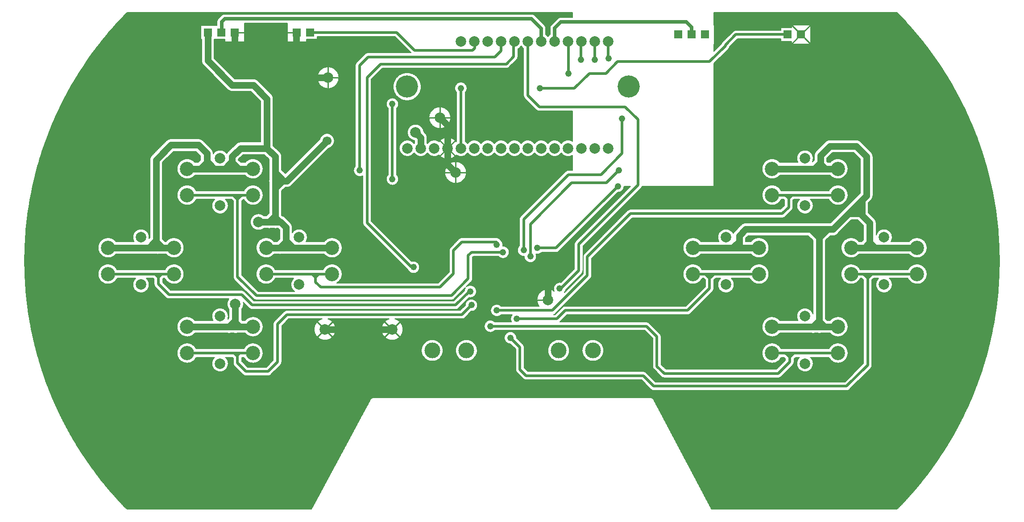
<source format=gbr>
G04 EasyPC Gerber Version 21.0.3 Build 4286 *
G04 #@! TF.Part,Single*
G04 #@! TF.FileFunction,Copper,L2,Bot *
G04 #@! TF.FilePolarity,Positive *
%FSLAX35Y35*%
%MOIN*%
G04 #@! TA.AperFunction,ComponentPad*
%ADD27R,0.06000X0.06000*%
G04 #@! TD.AperFunction*
%ADD16C,0.00500*%
%ADD71C,0.01000*%
%ADD77C,0.01969*%
%ADD74C,0.02500*%
G04 #@! TA.AperFunction,ViaPad*
%ADD76C,0.04800*%
G04 #@! TD.AperFunction*
%ADD73C,0.05000*%
G04 #@! TA.AperFunction,ViaPad*
%ADD75C,0.06693*%
G04 #@! TA.AperFunction,ComponentPad*
%ADD12C,0.07874*%
%ADD25C,0.10630*%
%ADD29C,0.11811*%
G04 #@! TA.AperFunction,WasherPad*
%ADD24C,0.16535*%
X0Y0D02*
D02*
D12*
X99463Y217376D03*
Y252809D03*
X158518Y158321D03*
Y193754D03*
Y276431D03*
Y311864D03*
X169935Y202809D03*
X187258Y264226D03*
X217573Y217376D03*
Y252809D03*
X236864Y183911D03*
X239226Y372100D03*
X287061Y183911D03*
X298439Y319344D03*
X304581Y331156D03*
X308439Y319344D03*
X318439D03*
X322691Y342179D03*
X328439Y319344D03*
X334502Y301234D03*
X338439Y319344D03*
Y399344D03*
X348439Y319344D03*
Y399344D03*
X358439Y319344D03*
Y399344D03*
X368439Y319344D03*
Y399344D03*
X378439Y319344D03*
Y399344D03*
X388439Y319344D03*
Y399344D03*
X398439Y319344D03*
Y399344D03*
X403400Y205959D03*
X408439Y319344D03*
Y399344D03*
X418439Y319344D03*
Y399344D03*
X428439Y319344D03*
Y399344D03*
X438439Y319344D03*
Y399344D03*
X448439Y319344D03*
Y399344D03*
X536470Y217376D03*
Y252809D03*
X595526Y158321D03*
Y193754D03*
Y276431D03*
Y311864D03*
X654581Y217376D03*
Y252809D03*
D02*
D16*
X740661Y235093D02*
X740646Y237950D01*
X740599Y240807*
X740522Y243663*
X740413Y246519*
X740274Y249373*
X740104Y252225*
X739903Y255076*
X739671Y257924*
X739408Y260769*
X739114Y263611*
X738790Y266450*
X738435Y269286*
X738049Y272117*
X737632Y274944*
X737185Y277767*
X736707Y280584*
X736199Y283396*
X735660Y286202*
X735091Y289003*
X734491Y291797*
X733861Y294584*
X733201Y297365*
X732511Y300137*
X731791Y302903*
X731041Y305660*
X730261Y308409*
X729452Y311150*
X728612Y313881*
X727743Y316604*
X726845Y319317*
X725918Y322019*
X724961Y324712*
X723975Y327394*
X722960Y330065*
X721917Y332725*
X720844Y335374*
X719743Y338011*
X718613Y340635*
X717455Y343248*
X716269Y345847*
X715054Y348434*
X713811Y351007*
X712541Y353567*
X711243Y356113*
X709918Y358644*
X708565Y361161*
X707185Y363663*
X705778Y366150*
X704344Y368622*
X702883Y371078*
X701396Y373518*
X699883Y375942*
X698343Y378349*
X696778Y380739*
X695186Y383113*
X693569Y385469*
X691926Y387807*
X690259Y390127*
X688566Y392429*
X686848Y394713*
X685106Y396978*
X683339Y399223*
X681548Y401450*
X679733Y403657*
X677894Y405844*
X676031Y408011*
X674145Y410158*
X672236Y412285*
X670304Y414390*
X668350Y416474*
X666372Y418537*
X664172Y420781*
X527415*
Y411571*
X527831*
Y397197*
X527415*
Y391787*
X532989Y397361*
X533074Y397624*
X533181Y397878*
X533310Y398122*
X533459Y398355*
X533628Y398573*
X533815Y398777*
X541683Y406646*
X541917Y406857*
X542169Y407045*
X542439Y407207*
X542723Y407342*
X543019Y407448*
X543324Y407525*
X543636Y407571*
X543951Y407587*
X577315*
Y409602*
X585346*
Y411571*
X599720*
Y397197*
X585346*
Y399165*
X577315*
Y401181*
X545278*
X539164Y395068*
X539080Y394806*
X538972Y394551*
X538844Y394307*
X538694Y394074*
X538526Y393856*
X538339Y393652*
X527415Y382728*
Y290801*
X473770*
X473663Y290517*
X473530Y290244*
X473371Y289985*
X473189Y289742*
X472985Y289518*
X429634Y246167*
Y227809*
X429619Y227495*
X429572Y227183*
X429496Y226878*
X429390Y226582*
X429255Y226298*
X429093Y226028*
X428906Y225775*
X428693Y225542*
X416813Y213662*
X416745Y213330*
X416653Y213005*
X416537Y212687*
X416399Y212378*
X416238Y212081*
X416056Y211796*
X415854Y211525*
X429724Y225396*
Y238242*
X429740Y238556*
X429786Y238868*
X429862Y239173*
X429969Y239469*
X430103Y239754*
X430265Y240023*
X430453Y240276*
X430665Y240509*
X462943Y272788*
X463176Y272999*
X463429Y273187*
X463699Y273349*
X463983Y273483*
X464279Y273590*
X464584Y273667*
X464896Y273713*
X465211Y273728*
X577270*
X580118Y276577*
Y280561*
X579576Y281102*
X577738*
X577518Y280670*
X577271Y280254*
X576997Y279854*
X576698Y279472*
X576376Y279111*
X576030Y278771*
X575664Y278454*
X575278Y278161*
X574874Y277893*
X574454Y277652*
X574019Y277439*
X573571Y277254*
X573112Y277098*
X572644Y276972*
X572169Y276876*
X571689Y276811*
X571206Y276778*
X570721Y276775*
X570237Y276803*
X569756Y276863*
X569280Y276953*
X568811Y277073*
X568350Y277224*
X567900Y277404*
X567463Y277612*
X567040Y277848*
X566633Y278111*
X566243Y278399*
X565873Y278712*
X565524Y279048*
X565197Y279406*
X564894Y279784*
X564616Y280181*
X564364Y280594*
X564139Y281024*
X563942Y281466*
X563774Y281920*
X563635Y282385*
X563527Y282857*
X563449Y283335*
X563402Y283817*
X563386Y284305*
X563402Y284789*
X563448Y285272*
X563526Y285750*
X563634Y286222*
X563772Y286687*
X563940Y287142*
X564137Y287585*
X564362Y288014*
X564614Y288428*
X564892Y288824*
X565195Y289203*
X565522Y289561*
X565871Y289897*
X566241Y290210*
X566630Y290498*
X567037Y290761*
X567461Y290998*
X567898Y291206*
X568348Y291386*
X568809Y291537*
X569278Y291658*
X569754Y291748*
X570235Y291807*
X570719Y291836*
X571203Y291833*
X571687Y291799*
X572167Y291734*
X572642Y291639*
X573110Y291513*
X573569Y291357*
X574017Y291172*
X574452Y290958*
X574872Y290717*
X575276Y290450*
X575662Y290157*
X576029Y289840*
X576374Y289500*
X576697Y289139*
X576996Y288757*
X577269Y288357*
X577517Y287941*
X577738Y287508*
X580455*
X580706Y287537*
X580959Y287547*
X581211Y287537*
X581463Y287508*
X613313*
X613533Y287940*
X613780Y288356*
X614054Y288756*
X614353Y289138*
X614676Y289499*
X615021Y289839*
X615387Y290157*
X615773Y290450*
X616177Y290717*
X616598Y290958*
X617033Y291171*
X617480Y291356*
X617939Y291512*
X618407Y291638*
X618882Y291734*
X619362Y291799*
X619846Y291833*
X620330Y291835*
X620814Y291807*
X621295Y291748*
X621771Y291657*
X622240Y291537*
X622701Y291387*
X623151Y291207*
X623588Y290998*
X624011Y290762*
X624419Y290500*
X624808Y290211*
X625178Y289898*
X625527Y289562*
X625854Y289204*
X626157Y288826*
X626435Y288430*
X626687Y288016*
X626912Y287587*
X627109Y287144*
X627277Y286690*
X627416Y286226*
X627524Y285754*
X627602Y285275*
X627649Y284793*
X627665Y284305*
X627650Y283821*
X627603Y283339*
X627525Y282860*
X627417Y282388*
X627279Y281923*
X627111Y281469*
X626914Y281026*
X626689Y280596*
X626437Y280183*
X626159Y279786*
X625856Y279407*
X625530Y279050*
X625180Y278713*
X624810Y278400*
X624421Y278112*
X624014Y277849*
X623591Y277613*
X623153Y277404*
X622703Y277224*
X622243Y277073*
X621773Y276952*
X621297Y276862*
X620817Y276803*
X620333Y276774*
X619848Y276777*
X619365Y276811*
X618884Y276876*
X618409Y276972*
X617941Y277098*
X617483Y277254*
X617035Y277439*
X616600Y277652*
X616179Y277893*
X615775Y278160*
X615389Y278453*
X615022Y278770*
X614677Y279110*
X614354Y279471*
X614056Y279853*
X613782Y280253*
X613535Y280669*
X613313Y281102*
X599534*
X599835Y280827*
X600116Y280532*
X600378Y280219*
X600618Y279889*
X600835Y279544*
X601030Y279186*
X601200Y278816*
X601346Y278435*
X601466Y278045*
X601559Y277648*
X601627Y277246*
X601667Y276840*
X601681Y276431*
X601665Y275992*
X601619Y275556*
X601541Y275123*
X601432Y274698*
X601293Y274281*
X601125Y273875*
X600929Y273482*
X600705Y273104*
X600454Y272743*
X600179Y272401*
X599880Y272079*
X599558Y271780*
X599216Y271504*
X598855Y271253*
X598477Y271029*
X598084Y270832*
X597678Y270664*
X597261Y270525*
X596836Y270416*
X596404Y270338*
X595967Y270291*
X595528Y270275*
X595089Y270291*
X594652Y270337*
X594220Y270415*
X593794Y270524*
X593377Y270662*
X592971Y270830*
X592578Y271027*
X592200Y271251*
X591839Y271501*
X591497Y271777*
X591176Y272076*
X590876Y272397*
X590600Y272739*
X590349Y273100*
X590125Y273477*
X589928Y273870*
X589759Y274276*
X589620Y274693*
X589511Y275119*
X589433Y275551*
X589386Y275987*
X589370Y276431*
X589383Y276839*
X589424Y277244*
X589491Y277647*
X589585Y278044*
X589705Y278433*
X589850Y278815*
X590020Y279185*
X590215Y279544*
X590433Y279889*
X590673Y280218*
X590934Y280531*
X591216Y280826*
X591517Y281102*
X587010*
X586524Y280616*
Y275250*
X586508Y274936*
X586462Y274624*
X586386Y274319*
X586280Y274023*
X586145Y273739*
X585983Y273469*
X585795Y273216*
X585583Y272983*
X580864Y268263*
X580631Y268052*
X580378Y267864*
X580108Y267702*
X579824Y267568*
X579528Y267461*
X579223Y267385*
X578911Y267338*
X578596Y267323*
X466537*
X436130Y236915*
Y224069*
X436115Y223755*
X436069Y223443*
X435992Y223138*
X435886Y222842*
X435751Y222557*
X435589Y222288*
X435402Y222035*
X435189Y221802*
X409210Y195822*
X409003Y195632*
X408779Y195460*
X408541Y195309*
X408291Y195179*
X408030Y195072*
X407761Y194988*
X408766*
X414124Y200347*
X414357Y200558*
X414610Y200746*
X414880Y200908*
X415164Y201043*
X415460Y201149*
X415765Y201226*
X416077Y201272*
X416392Y201287*
X506404*
X521063Y215947*
Y220774*
X519789Y222047*
X518683*
X518463Y221615*
X518216Y221199*
X517942Y220799*
X517643Y220417*
X517320Y220056*
X516975Y219716*
X516609Y219398*
X516223Y219106*
X515819Y218838*
X515398Y218597*
X514963Y218384*
X514516Y218199*
X514057Y218043*
X513589Y217917*
X513114Y217821*
X512634Y217756*
X512150Y217722*
X511666Y217720*
X511182Y217748*
X510701Y217807*
X510225Y217898*
X509756Y218018*
X509295Y218169*
X508845Y218348*
X508408Y218557*
X507985Y218793*
X507578Y219056*
X507188Y219344*
X506818Y219657*
X506469Y219993*
X506142Y220351*
X505839Y220729*
X505561Y221126*
X505309Y221539*
X505084Y221969*
X504887Y222411*
X504719Y222865*
X504580Y223330*
X504472Y223802*
X504394Y224280*
X504347Y224762*
X504331Y225250*
X504346Y225734*
X504393Y226217*
X504471Y226695*
X504579Y227167*
X504717Y227632*
X504885Y228087*
X505082Y228530*
X505307Y228959*
X505559Y229372*
X505837Y229769*
X506140Y230148*
X506467Y230506*
X506816Y230842*
X507186Y231155*
X507575Y231443*
X507982Y231706*
X508406Y231943*
X508843Y232151*
X509293Y232331*
X509754Y232482*
X510223Y232603*
X510699Y232693*
X511180Y232752*
X511663Y232781*
X512148Y232778*
X512631Y232744*
X513112Y232679*
X513587Y232583*
X514055Y232457*
X514513Y232302*
X514961Y232117*
X515396Y231903*
X515817Y231662*
X516221Y231395*
X516607Y231102*
X516974Y230785*
X517319Y230445*
X517642Y230084*
X517941Y229702*
X518214Y229302*
X518461Y228886*
X518683Y228453*
X554258*
X554478Y228885*
X554725Y229301*
X554999Y229701*
X555298Y230083*
X555620Y230444*
X555966Y230784*
X556332Y231102*
X556718Y231394*
X557122Y231662*
X557543Y231903*
X557978Y232116*
X558425Y232301*
X558884Y232457*
X559352Y232583*
X559827Y232679*
X560307Y232744*
X560791Y232778*
X561275Y232780*
X561759Y232752*
X562240Y232693*
X562716Y232602*
X563185Y232482*
X563646Y232331*
X564096Y232152*
X564533Y231943*
X564956Y231707*
X565363Y231444*
X565753Y231156*
X566123Y230843*
X566472Y230507*
X566799Y230149*
X567102Y229771*
X567380Y229374*
X567632Y228961*
X567857Y228531*
X568054Y228089*
X568222Y227635*
X568361Y227170*
X568469Y226698*
X568547Y226220*
X568594Y225738*
X568610Y225250*
X568594Y224766*
X568548Y224283*
X568470Y223805*
X568362Y223333*
X568224Y222868*
X568056Y222413*
X567859Y221970*
X567634Y221541*
X567382Y221128*
X567104Y220731*
X566801Y220352*
X566474Y219994*
X566125Y219658*
X565755Y219345*
X565366Y219057*
X564959Y218794*
X564535Y218557*
X564098Y218349*
X563648Y218169*
X563187Y218018*
X562718Y217897*
X562242Y217807*
X561761Y217748*
X561278Y217719*
X560793Y217722*
X560309Y217756*
X559829Y217821*
X559354Y217917*
X558886Y218043*
X558428Y218198*
X557980Y218383*
X557544Y218597*
X557124Y218838*
X556720Y219105*
X556334Y219398*
X555967Y219715*
X555622Y220055*
X555299Y220416*
X555000Y220798*
X554727Y221198*
X554480Y221614*
X554258Y222047*
X540479*
X540780Y221772*
X541061Y221477*
X541322Y221164*
X541563Y220834*
X541780Y220489*
X541975Y220131*
X542145Y219761*
X542291Y219380*
X542411Y218990*
X542504Y218593*
X542572Y218191*
X542612Y217785*
X542626Y217376*
X542610Y216937*
X542563Y216500*
X542485Y216068*
X542377Y215643*
X542238Y215226*
X542070Y214820*
X541874Y214427*
X541650Y214049*
X541399Y213688*
X541124Y213346*
X540824Y213024*
X540503Y212724*
X540161Y212449*
X539800Y212198*
X539422Y211974*
X539029Y211777*
X538623Y211609*
X538206Y211470*
X537781Y211361*
X537348Y211283*
X536912Y211236*
X536473Y211220*
X536034Y211235*
X535597Y211282*
X535165Y211360*
X534739Y211469*
X534322Y211607*
X533916Y211775*
X533523Y211972*
X533145Y212196*
X532784Y212446*
X532442Y212722*
X532120Y213021*
X531821Y213342*
X531545Y213684*
X531294Y214044*
X531070Y214422*
X530873Y214815*
X530704Y215221*
X530565Y215638*
X530456Y216063*
X530378Y216496*
X530331Y216932*
X530315Y217376*
X530328Y217783*
X530369Y218189*
X530436Y218592*
X530530Y218989*
X530650Y219378*
X530795Y219759*
X530965Y220130*
X531160Y220489*
X531378Y220833*
X531618Y221163*
X531879Y221476*
X532161Y221771*
X532462Y222047*
X528742*
X527469Y220774*
Y214620*
X527453Y214306*
X527407Y213994*
X527331Y213689*
X527224Y213393*
X527090Y213109*
X526928Y212839*
X526740Y212586*
X526528Y212353*
X509998Y195822*
X509765Y195611*
X509512Y195423*
X509242Y195261*
X508958Y195127*
X508662Y195020*
X508357Y194944*
X508045Y194897*
X507730Y194882*
X417719*
X412360Y189523*
X412312Y189476*
X477022*
X477336Y189461*
X477647Y189415*
X477952Y189339*
X478249Y189232*
X478533Y189098*
X478803Y188936*
X479056Y188748*
X479289Y188536*
X487158Y180667*
X487369Y180434*
X487557Y180181*
X487719Y179911*
X487854Y179627*
X487960Y179331*
X488037Y179026*
X488083Y178715*
X488098Y178400*
Y157679*
X491734Y154043*
X574120*
X580906Y160829*
Y161719*
X579632Y162992*
X577738*
X577518Y162560*
X577271Y162144*
X576997Y161744*
X576698Y161362*
X576376Y161001*
X576030Y160661*
X575664Y160343*
X575278Y160050*
X574874Y159783*
X574454Y159542*
X574019Y159329*
X573571Y159144*
X573112Y158988*
X572644Y158862*
X572169Y158766*
X571689Y158701*
X571206Y158667*
X570721Y158665*
X570237Y158693*
X569756Y158752*
X569280Y158843*
X568811Y158963*
X568350Y159113*
X567900Y159293*
X567463Y159502*
X567040Y159738*
X566633Y160000*
X566243Y160289*
X565873Y160602*
X565524Y160938*
X565197Y161296*
X564894Y161674*
X564616Y162070*
X564364Y162484*
X564139Y162913*
X563942Y163356*
X563774Y163810*
X563635Y164274*
X563527Y164746*
X563449Y165225*
X563402Y165707*
X563386Y166195*
X563402Y166679*
X563448Y167161*
X563526Y167640*
X563634Y168112*
X563772Y168577*
X563940Y169031*
X564137Y169474*
X564362Y169904*
X564614Y170317*
X564892Y170714*
X565195Y171093*
X565522Y171450*
X565871Y171787*
X566241Y172100*
X566630Y172388*
X567037Y172651*
X567461Y172887*
X567898Y173096*
X568348Y173276*
X568809Y173427*
X569278Y173548*
X569754Y173638*
X570235Y173697*
X570719Y173726*
X571203Y173723*
X571687Y173689*
X572167Y173624*
X572642Y173528*
X573110Y173402*
X573569Y173246*
X574017Y173061*
X574452Y172848*
X574872Y172607*
X575276Y172340*
X575662Y172047*
X576029Y171730*
X576374Y171390*
X576697Y171029*
X576996Y170647*
X577269Y170247*
X577517Y169831*
X577738Y169398*
X613313*
X613533Y169830*
X613780Y170246*
X614054Y170646*
X614353Y171028*
X614676Y171389*
X615021Y171729*
X615387Y172046*
X615773Y172339*
X616177Y172607*
X616598Y172848*
X617033Y173061*
X617480Y173246*
X617939Y173402*
X618407Y173528*
X618882Y173624*
X619362Y173689*
X619846Y173722*
X620330Y173725*
X620814Y173697*
X621295Y173637*
X621771Y173547*
X622240Y173427*
X622701Y173276*
X623151Y173096*
X623588Y172888*
X624011Y172652*
X624419Y172389*
X624808Y172101*
X625178Y171788*
X625527Y171452*
X625854Y171094*
X626157Y170716*
X626435Y170319*
X626687Y169906*
X626912Y169476*
X627109Y169034*
X627277Y168580*
X627416Y168115*
X627524Y167643*
X627602Y167165*
X627649Y166683*
X627665Y166195*
X627650Y165711*
X627603Y165228*
X627525Y164750*
X627417Y164278*
X627279Y163813*
X627111Y163358*
X626914Y162915*
X626689Y162486*
X626437Y162072*
X626159Y161676*
X625856Y161297*
X625530Y160939*
X625180Y160603*
X624810Y160290*
X624421Y160002*
X624014Y159739*
X623591Y159502*
X623153Y159294*
X622703Y159114*
X622243Y158963*
X621773Y158842*
X621297Y158752*
X620817Y158693*
X620333Y158664*
X619848Y158667*
X619365Y158701*
X618884Y158766*
X618409Y158861*
X617941Y158987*
X617483Y159143*
X617035Y159328*
X616600Y159542*
X616179Y159783*
X615775Y160050*
X615389Y160343*
X615022Y160660*
X614677Y161000*
X614354Y161361*
X614056Y161743*
X613782Y162143*
X613535Y162559*
X613313Y162992*
X599534*
X599835Y162717*
X600116Y162422*
X600378Y162109*
X600618Y161779*
X600835Y161434*
X601030Y161076*
X601200Y160706*
X601346Y160324*
X601466Y159935*
X601559Y159538*
X601627Y159135*
X601667Y158730*
X601681Y158321*
X601665Y157882*
X601619Y157445*
X601541Y157013*
X601432Y156587*
X601293Y156170*
X601125Y155765*
X600929Y155372*
X600705Y154994*
X600454Y154633*
X600179Y154291*
X599880Y153969*
X599558Y153669*
X599216Y153394*
X598855Y153143*
X598477Y152919*
X598084Y152722*
X597678Y152554*
X597261Y152415*
X596836Y152306*
X596404Y152228*
X595967Y152181*
X595528Y152165*
X595089Y152180*
X594652Y152227*
X594220Y152305*
X593794Y152413*
X593377Y152552*
X592971Y152720*
X592578Y152917*
X592200Y153141*
X591839Y153391*
X591497Y153667*
X591176Y153966*
X590876Y154287*
X590600Y154629*
X590349Y154989*
X590125Y155367*
X589928Y155760*
X589759Y156166*
X589620Y156583*
X589511Y157008*
X589433Y157441*
X589386Y157877*
X589370Y158321*
X589383Y158728*
X589424Y159134*
X589491Y159537*
X589585Y159933*
X589705Y160323*
X589850Y160704*
X590020Y161075*
X590215Y161433*
X590433Y161778*
X590673Y162108*
X590934Y162421*
X591216Y162716*
X591517Y162992*
X588585*
X587311Y161719*
Y159502*
X587296Y159188*
X587250Y158876*
X587173Y158571*
X587067Y158275*
X586932Y157991*
X586770Y157721*
X586583Y157468*
X586370Y157235*
X577714Y148578*
X577481Y148367*
X577228Y148179*
X576959Y148017*
X576674Y147883*
X576378Y147776*
X576073Y147700*
X575762Y147653*
X575447Y147638*
X490407*
X490093Y147653*
X489782Y147699*
X489477Y147776*
X489180Y147882*
X488896Y148017*
X488626Y148178*
X488374Y148366*
X488140Y148578*
X482633Y154085*
X482422Y154318*
X482234Y154571*
X482072Y154841*
X481938Y155125*
X481831Y155421*
X481755Y155726*
X481708Y156037*
X481693Y156352*
Y177073*
X475695Y183071*
X363814*
X363541Y182809*
X363247Y182571*
X362935Y182358*
X362606Y182171*
X362264Y182011*
X361909Y181880*
X361545Y181778*
X361174Y181707*
X360798Y181666*
X360420Y181656*
X360042Y181677*
X359668Y181728*
X359299Y181811*
X358938Y181923*
X358587Y182064*
X358249Y182233*
X357926Y182430*
X357620Y182652*
X357334Y182899*
X357069Y183168*
X356826Y183458*
X356608Y183767*
X356416Y184093*
X356251Y184433*
X356115Y184785*
X356007Y185148*
X355930Y185518*
X355884Y185893*
X355868Y186274*
X355883Y186652*
X355930Y187027*
X356006Y187397*
X356113Y187759*
X356250Y188112*
X356414Y188453*
X356606Y188779*
X356824Y189088*
X357067Y189378*
X357332Y189647*
X357619Y189894*
X357924Y190117*
X358247Y190313*
X358585Y190483*
X358936Y190624*
X359297Y190737*
X359666Y190819*
X360040Y190871*
X360418Y190892*
X360796Y190882*
X361172Y190841*
X361543Y190770*
X361907Y190669*
X362262Y190537*
X362605Y190378*
X362933Y190191*
X363246Y189978*
X363539Y189739*
X363814Y189476*
X376171*
X376002Y189798*
X375859Y190131*
X375743Y190475*
X375653Y190827*
X375592Y191185*
X375559Y191547*
X375554Y191910*
X375578Y192272*
X375631Y192631*
X375711Y192985*
X375819Y193332*
X375954Y193669*
X376115Y193995*
X376301Y194307*
X376511Y194603*
X376744Y194882*
X368538*
X368265Y194620*
X367971Y194382*
X367659Y194169*
X367331Y193982*
X366988Y193822*
X366633Y193691*
X366269Y193589*
X365898Y193518*
X365522Y193477*
X365144Y193467*
X364767Y193488*
X364392Y193539*
X364023Y193622*
X363662Y193734*
X363311Y193875*
X362974Y194044*
X362651Y194241*
X362345Y194463*
X362058Y194710*
X361793Y194979*
X361550Y195269*
X361332Y195578*
X361140Y195904*
X360975Y196244*
X360839Y196596*
X360732Y196959*
X360655Y197329*
X360608Y197704*
X360592Y198085*
X360607Y198463*
X360654Y198838*
X360731Y199208*
X360838Y199570*
X360974Y199923*
X361139Y200264*
X361330Y200590*
X361548Y200899*
X361791Y201189*
X362056Y201458*
X362343Y201705*
X362649Y201928*
X362972Y202124*
X363309Y202294*
X363660Y202435*
X364021Y202548*
X364390Y202630*
X364765Y202682*
X365142Y202703*
X365520Y202693*
X365896Y202652*
X366267Y202581*
X366631Y202480*
X366986Y202348*
X367329Y202189*
X367658Y202002*
X367970Y201789*
X368264Y201550*
X368538Y201287*
X396753*
X396477Y201707*
X396227Y202143*
X396005Y202594*
X395811Y203057*
X395646Y203532*
X395511Y204016*
X395406Y204507*
X395332Y205004*
X395288Y205505*
X395276Y206007*
X395294Y206509*
X395344Y207009*
X395424Y207505*
X395535Y207995*
X395676Y208478*
X395846Y208950*
X396046Y209411*
X396273Y209859*
X396528Y210292*
X396809Y210709*
X397115Y211107*
X397446Y211486*
X397799Y211843*
X398173Y212178*
X398568Y212489*
X398981Y212776*
X399411Y213036*
X399856Y213269*
X400315Y213474*
X400785Y213650*
X401265Y213797*
X401754Y213914*
X402249Y214001*
X402748Y214057*
X403250Y214081*
X403752Y214075*
X404254Y214038*
X404751Y213970*
X405244Y213871*
X405729Y213742*
X406206Y213583*
X406672Y213394*
X407125Y213178*
X407564Y212934*
X407988Y212663*
X407858Y213019*
X407758Y213385*
X407688Y213758*
X407648Y214135*
X407641Y214515*
X407664Y214894*
X407718Y215269*
X407802Y215639*
X407917Y216001*
X408061Y216352*
X408234Y216690*
X408433Y217013*
X408659Y217318*
X408909Y217604*
X409181Y217868*
X409475Y218109*
X409787Y218325*
X410115Y218515*
X410459Y218677*
X410814Y218811*
X411179Y218915*
X411551Y218988*
X411928Y219031*
X412308Y219042*
X412687Y219022*
X413063Y218971*
X423228Y229136*
Y247494*
X423244Y247808*
X423290Y248120*
X423366Y248425*
X423472Y248721*
X423607Y249006*
X423769Y249275*
X423957Y249528*
X424169Y249761*
X465209Y290801*
X460376*
X460345Y290426*
X460283Y290056*
X460191Y289691*
X460070Y289335*
X459921Y288990*
X459744Y288659*
X459540Y288343*
X459312Y288044*
X459060Y287765*
X458786Y287508*
X458492Y287274*
X458180Y287064*
X457852Y286880*
X457511Y286724*
X457157Y286596*
X456794Y286497*
X456425Y286428*
X456051Y286389*
X455674Y286380*
X411769Y242476*
X411536Y242265*
X411283Y242077*
X411014Y241915*
X410730Y241780*
X410433Y241674*
X410128Y241597*
X409817Y241551*
X409502Y241535*
X398637*
X398370Y241280*
X398083Y241046*
X397779Y240835*
X397459Y240650*
X397125Y240491*
X396779Y240360*
X396424Y240256*
X396062Y240181*
X395695Y240136*
X395325Y240120*
X394956Y240133*
X394588Y240176*
X394709Y239841*
X394804Y239498*
X394872Y239148*
X394913Y238794*
X394928Y238439*
X394913Y238067*
X394868Y237698*
X394793Y237333*
X394690Y236976*
X394558Y236629*
X394398Y236293*
X394213Y235971*
X394001Y235665*
X393766Y235377*
X393509Y235109*
X393230Y234862*
X392933Y234639*
X392619Y234440*
X392290Y234267*
X391948Y234121*
X391595Y234004*
X391234Y233915*
X390867Y233855*
X390496Y233825*
X390124*
X389754Y233855*
X389387Y233914*
X389026Y234003*
X388673Y234121*
X388331Y234267*
X388002Y234439*
X387688Y234638*
X387391Y234861*
X387112Y235107*
X386854Y235376*
X386619Y235663*
X386407Y235969*
X386221Y236291*
X386062Y236627*
X385930Y236975*
X385826Y237332*
X385752Y237696*
X385707Y238065*
X385691Y238439*
X385692Y238561*
X385314Y238545*
X384936Y238560*
X384561Y238606*
X384190Y238682*
X383827Y238789*
X383474Y238925*
X383133Y239089*
X382807Y239281*
X382498Y239499*
X382207Y239741*
X381937Y240007*
X381690Y240293*
X381467Y240599*
X381270Y240922*
X381101Y241261*
X380959Y241611*
X380846Y241973*
X380764Y242342*
X380712Y242717*
X380691Y243095*
X380701Y243473*
X380742Y243849*
X380813Y244221*
X380915Y244585*
X381046Y244940*
X381206Y245283*
X381393Y245612*
X381607Y245924*
X381845Y246218*
X382106Y246491*
Y266215*
X382122Y266529*
X382168Y266840*
X382244Y267145*
X382350Y267442*
X382485Y267726*
X382647Y267996*
X382835Y268248*
X383047Y268482*
X416487Y301922*
X416720Y302133*
X416972Y302321*
X417242Y302483*
X417526Y302617*
X417822Y302724*
X418128Y302800*
X418439Y302847*
X418754Y302862*
X421707*
Y314128*
X421342Y313917*
X420963Y313731*
X420573Y313571*
X420173Y313438*
X419765Y313333*
X419350Y313257*
X418931Y313209*
X418510Y313189*
X418088Y313199*
X417668Y313237*
X417252Y313304*
X416841Y313400*
X416438Y313523*
X416044Y313674*
X415661Y313851*
X415292Y314054*
X414937Y314282*
X414598Y314533*
X414278Y314808*
X413977Y315104*
X413697Y315419*
X413439Y315754*
X413175Y315412*
X412887Y315090*
X412578Y314788*
X412248Y314509*
X411899Y314254*
X411533Y314023*
X411152Y313819*
X410758Y313643*
X410352Y313494*
X409937Y313374*
X409514Y313283*
X409086Y313223*
X408655Y313193*
X408223*
X407792Y313223*
X407364Y313283*
X406941Y313374*
X406526Y313494*
X406120Y313643*
X405726Y313819*
X405344Y314023*
X404979Y314254*
X404630Y314509*
X404300Y314788*
X403991Y315089*
X403703Y315412*
X403439Y315754*
X403175Y315412*
X402887Y315090*
X402578Y314788*
X402248Y314509*
X401899Y314254*
X401533Y314023*
X401152Y313819*
X400758Y313643*
X400352Y313494*
X399937Y313374*
X399514Y313283*
X399086Y313223*
X398655Y313193*
X398223*
X397792Y313223*
X397364Y313283*
X396941Y313374*
X396526Y313494*
X396120Y313643*
X395726Y313819*
X395344Y314023*
X394979Y314254*
X394630Y314509*
X394300Y314788*
X393991Y315089*
X393703Y315412*
X393439Y315754*
X393175Y315412*
X392887Y315090*
X392578Y314788*
X392248Y314509*
X391899Y314254*
X391533Y314023*
X391152Y313819*
X390758Y313643*
X390352Y313494*
X389937Y313374*
X389514Y313283*
X389086Y313223*
X388655Y313193*
X388223*
X387792Y313223*
X387364Y313283*
X386941Y313374*
X386526Y313494*
X386120Y313643*
X385726Y313819*
X385344Y314023*
X384979Y314254*
X384630Y314509*
X384300Y314788*
X383991Y315089*
X383703Y315412*
X383439Y315754*
X383175Y315412*
X382887Y315090*
X382578Y314788*
X382248Y314509*
X381899Y314254*
X381533Y314023*
X381152Y313819*
X380758Y313643*
X380352Y313494*
X379937Y313374*
X379514Y313283*
X379086Y313223*
X378655Y313193*
X378223*
X377792Y313223*
X377364Y313283*
X376941Y313374*
X376526Y313494*
X376120Y313643*
X375726Y313819*
X375344Y314023*
X374979Y314254*
X374630Y314509*
X374300Y314788*
X373991Y315089*
X373703Y315412*
X373439Y315754*
X373175Y315412*
X372887Y315090*
X372578Y314788*
X372248Y314509*
X371899Y314254*
X371533Y314023*
X371152Y313819*
X370758Y313643*
X370352Y313494*
X369937Y313374*
X369514Y313283*
X369086Y313223*
X368655Y313193*
X368223*
X367792Y313223*
X367364Y313283*
X366941Y313374*
X366526Y313494*
X366120Y313643*
X365726Y313819*
X365344Y314023*
X364979Y314254*
X364630Y314509*
X364300Y314788*
X363991Y315089*
X363703Y315412*
X363439Y315754*
X363175Y315412*
X362887Y315090*
X362578Y314788*
X362248Y314509*
X361899Y314254*
X361533Y314023*
X361152Y313819*
X360758Y313643*
X360352Y313494*
X359937Y313374*
X359514Y313283*
X359086Y313223*
X358655Y313193*
X358223*
X357792Y313223*
X357364Y313283*
X356941Y313374*
X356526Y313494*
X356120Y313643*
X355726Y313819*
X355344Y314023*
X354979Y314254*
X354630Y314509*
X354300Y314788*
X353991Y315089*
X353703Y315412*
X353439Y315754*
X353175Y315412*
X352887Y315090*
X352578Y314788*
X352248Y314509*
X351899Y314254*
X351533Y314023*
X351152Y313819*
X350758Y313643*
X350352Y313494*
X349937Y313374*
X349514Y313283*
X349086Y313223*
X348655Y313193*
X348223*
X347792Y313223*
X347364Y313283*
X346941Y313374*
X346526Y313494*
X346120Y313643*
X345726Y313819*
X345344Y314023*
X344979Y314254*
X344630Y314509*
X344300Y314788*
X343991Y315089*
X343703Y315412*
X343439Y315754*
X343170Y315407*
X342877Y315079*
X342561Y314773*
X342224Y314491*
X341868Y314233*
X341494Y314001*
X341105Y313796*
X340702Y313620*
X340288Y313474*
X339865Y313357*
X339433Y313270*
X338997Y313215*
X338558Y313191*
X338119Y313198*
X337681Y313236*
X337247Y313306*
X336819Y313406*
X336400Y313537*
X335990Y313697*
X335593Y313887*
X335211Y314104*
X334844Y314348*
X334530Y313969*
X334194Y313611*
X333836Y313273*
X333459Y312957*
X333063Y312665*
X332651Y312398*
X332223Y312156*
X331781Y311940*
X331326Y311751*
X330861Y311591*
X330388Y311458*
X329907Y311355*
X329421Y311281*
X328931Y311236*
X328439Y311221*
X327948Y311236*
X327458Y311281*
X326972Y311355*
X326491Y311458*
X326017Y311591*
X325552Y311751*
X325098Y311940*
X324656Y312156*
X324228Y312398*
X323815Y312665*
X323420Y312957*
X323043Y313273*
X322685Y313611*
X322348Y313969*
X322033Y314348*
X321668Y314104*
X321285Y313887*
X320889Y313698*
X320479Y313537*
X320059Y313406*
X319631Y313306*
X319198Y313236*
X318760Y313198*
X318320Y313191*
X317881Y313215*
X317445Y313270*
X317014Y313357*
X316591Y313474*
X316176Y313620*
X315774Y313796*
X315384Y314001*
X315011Y314232*
X314654Y314490*
X314317Y314773*
X314002Y315079*
X313708Y315406*
X313439Y315754*
X313175Y315412*
X312887Y315090*
X312578Y314788*
X312248Y314509*
X311899Y314254*
X311533Y314023*
X311152Y313819*
X310758Y313643*
X310352Y313494*
X309937Y313374*
X309514Y313283*
X309086Y313223*
X308655Y313193*
X308223*
X307792Y313223*
X307364Y313283*
X306941Y313374*
X306526Y313494*
X306120Y313643*
X305726Y313819*
X305344Y314023*
X304979Y314254*
X304630Y314509*
X304300Y314788*
X303991Y315089*
X303703Y315412*
X303439Y315754*
X303176Y315414*
X302890Y315092*
X302581Y314791*
X302253Y314513*
X301906Y314258*
X301542Y314028*
X301163Y313824*
X300770Y313648*
X300367Y313498*
X299953Y313378*
X299532Y313287*
X299106Y313225*
X298677Y313194*
X298246Y313192*
X297817Y313220*
X297391Y313279*
X296969Y313367*
X296555Y313484*
X296150Y313630*
X295756Y313804*
X295376Y314006*
X295010Y314233*
X294661Y314485*
X294331Y314761*
X294020Y315059*
X293732Y315379*
X293466Y315717*
X293225Y316074*
X293009Y316446*
X292820Y316833*
X292658Y317231*
X292524Y317641*
X292420Y318058*
X292344Y318482*
X292299Y318910*
X292283Y319344*
X292298Y319775*
X292344Y320203*
X292419Y320627*
X292523Y321044*
X292656Y321454*
X292818Y321853*
X293007Y322240*
X293222Y322612*
X293464Y322969*
X293729Y323308*
X294018Y323628*
X294328Y323926*
X294658Y324202*
X295007Y324454*
X295372Y324682*
X295753Y324883*
X296147Y325057*
X296552Y325203*
X296966Y325321*
X297387Y325409*
X297813Y325468*
X298243Y325496*
X298673Y325495*
X299103Y325464*
X299529Y325402*
X299950Y325311*
X300363Y325191*
X300767Y325043*
X301159Y324866*
X301539Y324662*
X301903Y324433*
X302250Y324178*
X302578Y323900*
X302887Y323599*
X303173Y323278*
X303439Y322935*
X303576Y323119*
X303720Y323298*
Y325060*
X303307Y325133*
X302900Y325234*
X302501Y325362*
X302112Y325517*
X301734Y325698*
X301369Y325904*
X301019Y326135*
X300685Y326389*
X300370Y326665*
X300074Y326962*
X299799Y327279*
X299546Y327613*
X299317Y327964*
X299112Y328330*
X298932Y328709*
X298779Y329099*
X298652Y329498*
X298553Y329906*
X298482Y330319*
X298439Y330736*
X298425Y331156*
X298441Y331592*
X298487Y332027*
X298564Y332457*
X298672Y332880*
X298809Y333295*
X298975Y333699*
X299170Y334091*
X299391Y334467*
X299639Y334827*
X299912Y335168*
X300209Y335489*
X300527Y335789*
X300866Y336065*
X301224Y336316*
X301598Y336541*
X301987Y336739*
X302390Y336909*
X302804Y337050*
X303226Y337161*
X303656Y337242*
X304090Y337293*
X304527Y337312*
X304964Y337300*
X305399Y337257*
X305830Y337184*
X306254Y337080*
X306670Y336947*
X307076Y336784*
X307469Y336593*
X307847Y336374*
X308209Y336129*
X308552Y335859*
X308876Y335565*
X309178Y335250*
X309457Y334913*
X309711Y334557*
X309939Y334185*
X310141Y333797*
X310314Y333396*
X310459Y332984*
X310574Y332562*
X310658Y332133*
X310712Y331697*
X311776Y330634*
X312027Y330362*
X312257Y330071*
X312463Y329763*
X312644Y329440*
X312799Y329103*
X312927Y328756*
X313028Y328399*
X313100Y328035*
X313144Y327668*
X313157Y327297*
Y327296*
Y327292*
Y323298*
X313302Y323119*
X313439Y322935*
X313708Y323282*
X314001Y323610*
X314317Y323916*
X314654Y324198*
X315010Y324456*
X315383Y324688*
X315773Y324893*
X316176Y325069*
X316590Y325215*
X317013Y325332*
X317444Y325419*
X317881Y325474*
X318320Y325498*
X318759Y325491*
X319197Y325453*
X319631Y325383*
X320059Y325283*
X320478Y325152*
X320888Y324992*
X321285Y324802*
X321667Y324585*
X322033Y324341*
X322348Y324720*
X322684Y325078*
X323042Y325416*
X323419Y325731*
X323815Y326024*
X324227Y326291*
X324655Y326533*
X325097Y326749*
X325552Y326938*
X326017Y327098*
X326490Y327231*
X326971Y327334*
X327457Y327408*
X327947Y327453*
X328439Y327468*
X328930Y327453*
X329420Y327408*
X329906Y327334*
X330387Y327231*
X330861Y327098*
X331326Y326938*
X331780Y326749*
X332222Y326533*
X332650Y326291*
X333063Y326024*
X333458Y325731*
X333835Y325416*
X334193Y325078*
X334530Y324720*
X334844Y324341*
X335038Y324475*
X335236Y324601*
Y360899*
X334979Y361167*
X334744Y361455*
X334534Y361761*
X334348Y362082*
X334189Y362418*
X334058Y362765*
X333955Y363122*
X333880Y363486*
X333835Y363855*
X333820Y364226*
X333835Y364598*
X333880Y364967*
X333955Y365332*
X334058Y365689*
X334190Y366037*
X334350Y366372*
X334535Y366694*
X334747Y367000*
X334982Y367289*
X335239Y367557*
X335518Y367803*
X335815Y368027*
X336129Y368226*
X336458Y368398*
X336800Y368544*
X337153Y368662*
X337514Y368751*
X337881Y368811*
X338252Y368841*
X338624*
X338994Y368811*
X339361Y368751*
X339722Y368662*
X340075Y368544*
X340417Y368399*
X340746Y368226*
X341060Y368028*
X341357Y367804*
X341636Y367558*
X341894Y367290*
X342129Y367002*
X342341Y366696*
X342527Y366374*
X342686Y366038*
X342818Y365691*
X342922Y365333*
X342996Y364969*
X343041Y364600*
X343057Y364226*
X343043Y363855*
X342998Y363486*
X342923Y363122*
X342820Y362766*
X342689Y362419*
X342530Y362083*
X342344Y361761*
X342133Y361455*
X341899Y361167*
X341642Y360899*
Y324601*
X341985Y324376*
X342313Y324128*
X342624Y323858*
X342916Y323569*
X343188Y323261*
X343439Y322935*
X343703Y323277*
X343991Y323599*
X344300Y323901*
X344630Y324180*
X344979Y324435*
X345344Y324666*
X345726Y324870*
X346120Y325046*
X346526Y325195*
X346941Y325315*
X347364Y325406*
X347792Y325466*
X348223Y325496*
X348655*
X349086Y325466*
X349514Y325406*
X349937Y325315*
X350352Y325195*
X350758Y325046*
X351152Y324870*
X351533Y324666*
X351899Y324435*
X352248Y324180*
X352578Y323901*
X352887Y323600*
X353175Y323277*
X353439Y322935*
X353703Y323277*
X353991Y323599*
X354300Y323901*
X354630Y324180*
X354979Y324435*
X355344Y324666*
X355726Y324870*
X356120Y325046*
X356526Y325195*
X356941Y325315*
X357364Y325406*
X357792Y325466*
X358223Y325496*
X358655*
X359086Y325466*
X359514Y325406*
X359937Y325315*
X360352Y325195*
X360758Y325046*
X361152Y324870*
X361533Y324666*
X361899Y324435*
X362248Y324180*
X362578Y323901*
X362887Y323600*
X363175Y323277*
X363439Y322935*
X363703Y323277*
X363991Y323599*
X364300Y323901*
X364630Y324180*
X364979Y324435*
X365344Y324666*
X365726Y324870*
X366120Y325046*
X366526Y325195*
X366941Y325315*
X367364Y325406*
X367792Y325466*
X368223Y325496*
X368655*
X369086Y325466*
X369514Y325406*
X369937Y325315*
X370352Y325195*
X370758Y325046*
X371152Y324870*
X371533Y324666*
X371899Y324435*
X372248Y324180*
X372578Y323901*
X372887Y323600*
X373175Y323277*
X373439Y322935*
X373703Y323277*
X373991Y323599*
X374300Y323901*
X374630Y324180*
X374979Y324435*
X375344Y324666*
X375726Y324870*
X376120Y325046*
X376526Y325195*
X376941Y325315*
X377364Y325406*
X377792Y325466*
X378223Y325496*
X378655*
X379086Y325466*
X379514Y325406*
X379937Y325315*
X380352Y325195*
X380758Y325046*
X381152Y324870*
X381533Y324666*
X381899Y324435*
X382248Y324180*
X382578Y323901*
X382887Y323600*
X383175Y323277*
X383439Y322935*
X383703Y323277*
X383991Y323599*
X384300Y323901*
X384630Y324180*
X384979Y324435*
X385344Y324666*
X385726Y324870*
X386120Y325046*
X386526Y325195*
X386941Y325315*
X387364Y325406*
X387792Y325466*
X388223Y325496*
X388655*
X389086Y325466*
X389514Y325406*
X389937Y325315*
X390352Y325195*
X390758Y325046*
X391152Y324870*
X391533Y324666*
X391899Y324435*
X392248Y324180*
X392578Y323901*
X392887Y323600*
X393175Y323277*
X393439Y322935*
X393703Y323277*
X393991Y323599*
X394300Y323901*
X394630Y324180*
X394979Y324435*
X395344Y324666*
X395726Y324870*
X396120Y325046*
X396526Y325195*
X396941Y325315*
X397364Y325406*
X397792Y325466*
X398223Y325496*
X398655*
X399086Y325466*
X399514Y325406*
X399937Y325315*
X400352Y325195*
X400758Y325046*
X401152Y324870*
X401533Y324666*
X401899Y324435*
X402248Y324180*
X402578Y323901*
X402887Y323600*
X403175Y323277*
X403439Y322935*
X403703Y323277*
X403991Y323599*
X404300Y323901*
X404630Y324180*
X404979Y324435*
X405344Y324666*
X405726Y324870*
X406120Y325046*
X406526Y325195*
X406941Y325315*
X407364Y325406*
X407792Y325466*
X408223Y325496*
X408655*
X409086Y325466*
X409514Y325406*
X409937Y325315*
X410352Y325195*
X410758Y325046*
X411152Y324870*
X411533Y324666*
X411899Y324435*
X412248Y324180*
X412578Y323901*
X412887Y323600*
X413175Y323277*
X413439Y322935*
X413696Y323269*
X413976Y323584*
X414277Y323880*
X414597Y324154*
X414935Y324406*
X415290Y324633*
X415660Y324837*
X416043Y325014*
X416436Y325165*
X416839Y325289*
X417250Y325384*
X417666Y325452*
X418086Y325490*
X418508Y325500*
X418929Y325481*
X419348Y325433*
X419763Y325356*
X420171Y325252*
X420572Y325119*
X420962Y324960*
X421341Y324774*
X421707Y324561*
Y347047*
X397100*
X396786Y347063*
X396475Y347109*
X396170Y347185*
X395873Y347291*
X395589Y347426*
X395319Y347588*
X395067Y347776*
X394833Y347988*
X386177Y356644*
X385965Y356877*
X385778Y357130*
X385616Y357400*
X385481Y357684*
X385375Y357980*
X385298Y358285*
X385252Y358596*
X385236Y358911*
Y394088*
X384893Y394313*
X384565Y394561*
X384254Y394831*
X383962Y395120*
X383690Y395428*
X383439Y395754*
X383197Y395439*
X382935Y395140*
X382654Y394859*
X382356Y394596*
X382041Y394353*
X381711Y394131*
X381368Y393931*
X381012Y393752*
Y387848*
X380996Y387534*
X380950Y387223*
X380874Y386918*
X380768Y386621*
X380633Y386337*
X380471Y386067*
X380283Y385815*
X380071Y385581*
X374565Y380074*
X374331Y379863*
X374079Y379675*
X373809Y379513*
X373525Y379379*
X373229Y379272*
X372924Y379196*
X372612Y379149*
X372297Y379134*
X279923*
X271563Y370774*
Y264766*
X301570Y234759*
X301935Y234861*
X302306Y234934*
X302683Y234976*
X303061Y234987*
X303440Y234967*
X303815Y234916*
X304185Y234835*
X304548Y234723*
X304899Y234582*
X305238Y234413*
X305562Y234216*
X305869Y233994*
X306156Y233747*
X306422Y233477*
X306666Y233187*
X306884Y232877*
X307077Y232551*
X307242Y232210*
X307378Y231857*
X307485Y231493*
X307563Y231122*
X307609Y230746*
X307625Y230368*
X307609Y229988*
X307563Y229610*
X307485Y229237*
X307376Y228872*
X307239Y228518*
X307072Y228176*
X306878Y227848*
X306657Y227538*
X306412Y227247*
X306143Y226978*
X305854Y226731*
X305544Y226509*
X305218Y226313*
X304877Y226144*
X304522Y226004*
X304158Y225894*
X303785Y225815*
X303408Y225766*
X303028Y225748*
X302647Y225762*
X302269Y225807*
X301896Y225883*
X301531Y225990*
X301176Y226126*
X300833Y226291*
X300504Y226484*
X300193Y226704*
X299901Y226948*
X299630Y227215*
X299381Y227504*
X299158Y227812*
X298961Y228137*
X298790Y228480*
X266098Y261172*
X265887Y261405*
X265699Y261657*
X265537Y261927*
X265402Y262211*
X265296Y262507*
X265219Y262813*
X265173Y263124*
X265157Y263439*
Y298809*
X264824Y298635*
X264478Y298488*
X264121Y298370*
X263756Y298281*
X263385Y298222*
X263010Y298194*
X262634Y298196*
X262259Y298228*
X261889Y298291*
X261524Y298384*
X261169Y298507*
X260824Y298657*
X260493Y298836*
X260178Y299041*
X259880Y299270*
X259602Y299524*
X259346Y299798*
X259112Y300093*
X258904Y300406*
X258721Y300735*
X258566Y301078*
X258439Y301431*
X258342Y301795*
X258274Y302165*
X258237Y302539*
X258230Y302915*
X258254Y303291*
X258308Y303663*
X258393Y304029*
X258507Y304387*
X258650Y304735*
X258820Y305070*
X259018Y305391*
X259241Y305694*
X259488Y305978*
Y381152*
Y381155*
Y381156*
X259501Y381448*
X259539Y381739*
X259602Y382025*
X259691Y382305*
X259803Y382576*
X259938Y382835*
X260096Y383083*
X260274Y383315*
X260472Y383531*
X266772Y389831*
X266988Y390029*
X267221Y390208*
X267469Y390365*
X267729Y390501*
X268000Y390613*
X268280Y390701*
X268567Y390765*
X268858Y390803*
X269151Y390815*
X301022*
X289081Y402756*
X231059*
Y400740*
X223028*
Y398772*
X208654*
Y412726*
X176650*
Y398772*
X162276*
Y400740*
X154181*
Y386653*
X169527Y371307*
X183316*
X183687Y371293*
X184055Y371250*
X184419Y371178*
X184776Y371077*
X185124Y370949*
X185461Y370794*
X185785Y370613*
X186093Y370407*
X186385Y370177*
X186657Y369925*
X196894Y359689*
X197145Y359417*
X197375Y359126*
X197581Y358818*
X197762Y358495*
X197917Y358158*
X198045Y357811*
X198146Y357454*
X198218Y357091*
X198262Y356723*
X198276Y356352*
Y356351*
Y356347*
Y321299*
X203189Y316385*
X203441Y316113*
X203671Y315822*
X203878Y315514*
X204059Y315191*
X204215Y314854*
X204343Y314506*
X204444Y314148*
X204517Y313785*
X204560Y313416*
X204575Y313045*
Y303189*
X207337Y300427*
X233016Y326107*
X233125Y326508*
X233263Y326900*
X233430Y327281*
X233625Y327648*
X233847Y328000*
X234094Y328334*
X234366Y328649*
X234661Y328943*
X234976Y329213*
X235311Y329460*
X235664Y329681*
X236032Y329874*
X236413Y330040*
X236806Y330177*
X237208Y330284*
X237617Y330361*
X238030Y330407*
X238446Y330422*
X238861Y330406*
X239274Y330359*
X239683Y330281*
X240084Y330173*
X240477Y330035*
X240858Y329869*
X241225Y329674*
X241577Y329453*
X241911Y329206*
X242226Y328934*
X242520Y328640*
X242792Y328325*
X243039Y327990*
X243260Y327638*
X243454Y327270*
X243620Y326889*
X243757Y326496*
X243865Y326095*
X243942Y325686*
X243989Y325273*
X244004Y324856*
X243989Y324441*
X243942Y324028*
X243865Y323620*
X243757Y323219*
X243620Y322827*
X243455Y322446*
X243261Y322079*
X243041Y321727*
X242794Y321392*
X242524Y321077*
X242230Y320783*
X241916Y320511*
X241582Y320264*
X241231Y320042*
X240864Y319847*
X240483Y319680*
X240092Y319542*
X239689Y319433*
X211858Y291602*
X211586Y291350*
X211295Y291120*
X210987Y290914*
X210663Y290732*
X210326Y290577*
X209978Y290448*
X209621Y290347*
X209257Y290275*
X208889Y290231*
X208518Y290217*
X207322*
X204575Y287469*
Y269330*
X205164Y268741*
X205477Y268634*
X205782Y268505*
X206078Y268355*
X206362Y268184*
X206633Y267994*
X206891Y267785*
X207133Y267559*
X211063Y263630*
X211315Y263357*
X211545Y263067*
X211752Y262758*
X211933Y262435*
X212089Y262098*
X212217Y261750*
X212318Y261393*
X212391Y261029*
X212434Y260660*
X212449Y260289*
Y256220*
X212701Y256572*
X212978Y256904*
X213276Y257217*
X213596Y257508*
X213936Y257776*
X214294Y258019*
X214668Y258236*
X215056Y258427*
X215457Y258590*
X215868Y258724*
X216288Y258829*
X216714Y258904*
X217144Y258950*
X217576Y258965*
X218009Y258949*
X218439Y258904*
X218865Y258828*
X219284Y258722*
X219695Y258587*
X220095Y258424*
X220483Y258233*
X220857Y258015*
X221215Y257772*
X221554Y257504*
X221874Y257213*
X222172Y256900*
X222448Y256567*
X222700Y256215*
X222926Y255846*
X223126Y255463*
X223299Y255067*
X223444Y254659*
X223559Y254242*
X223645Y253818*
X223701Y253389*
X223726Y252957*
X223722Y252524*
X223687Y252093*
X223621Y251666*
X223526Y251244*
X223401Y250830*
X223248Y250425*
X223066Y250033*
X222858Y249654*
X236306*
X236616Y250015*
X236948Y250356*
X237301Y250676*
X237673Y250972*
X238063Y251245*
X238470Y251492*
X238892Y251713*
X239326Y251907*
X239772Y252074*
X240228Y252211*
X240691Y252320*
X241161Y252399*
X241634Y252449*
X242110Y252468*
X242586Y252457*
X243060Y252417*
X243531Y252346*
X243996Y252246*
X244455Y252117*
X244904Y251959*
X245342Y251773*
X245768Y251559*
X246179Y251320*
X246574Y251054*
X246952Y250765*
X247310Y250452*
X247648Y250117*
X247965Y249761*
X248258Y249385*
X248527Y248993*
X248770Y248583*
X248988Y248160*
X249178Y247723*
X249340Y247276*
X249474Y246819*
X249578Y246354*
X249653Y245884*
X249698Y245410*
X249713Y244935*
X249698Y244459*
X249653Y243985*
X249578Y243515*
X249474Y243051*
X249340Y242594*
X249178Y242146*
X248988Y241709*
X248770Y241286*
X248527Y240877*
X248258Y240484*
X247965Y240109*
X247648Y239753*
X247310Y239418*
X246951Y239105*
X246574Y238815*
X246178Y238550*
X245767Y238310*
X245341Y238096*
X244903Y237910*
X244454Y237752*
X243996Y237623*
X243530Y237523*
X243059Y237453*
X242585Y237412*
X242109Y237402*
X241633Y237421*
X241160Y237470*
X240691Y237550*
X240227Y237658*
X239772Y237796*
X239326Y237962*
X238891Y238156*
X238469Y238378*
X238063Y238625*
X237672Y238897*
X237300Y239194*
X236947Y239514*
X236615Y239855*
X236306Y240217*
X204408*
X204064Y240128*
X203715Y240064*
X203361Y240025*
X203006Y240012*
X202651Y240025*
X202298Y240063*
X201948Y240127*
X201604Y240217*
X198839*
X198530Y239855*
X198198Y239514*
X197845Y239194*
X197472Y238898*
X197082Y238625*
X196676Y238378*
X196254Y238157*
X195819Y237963*
X195373Y237796*
X194918Y237659*
X194454Y237550*
X193985Y237471*
X193511Y237421*
X193036Y237402*
X192560Y237413*
X192085Y237453*
X191615Y237524*
X191149Y237624*
X190691Y237753*
X190242Y237911*
X189804Y238097*
X189378Y238311*
X188967Y238550*
X188572Y238816*
X188194Y239106*
X187835Y239419*
X187497Y239754*
X187181Y240109*
X186888Y240485*
X186619Y240878*
X186375Y241287*
X186158Y241710*
X185968Y242147*
X185806Y242594*
X185672Y243052*
X185568Y243516*
X185493Y243986*
X185448Y244460*
X185433Y244935*
X185448Y245411*
X185493Y245885*
X185568Y246355*
X185672Y246819*
X185806Y247276*
X185968Y247724*
X186158Y248161*
X186375Y248584*
X186619Y248993*
X186888Y249386*
X187181Y249761*
X187498Y250117*
X187836Y250452*
X188194Y250765*
X188572Y251055*
X188967Y251320*
X189379Y251560*
X189804Y251774*
X190243Y251960*
X190692Y252118*
X191150Y252247*
X191615Y252347*
X192086Y252417*
X192561Y252458*
X193037Y252469*
X193512Y252449*
X193986Y252400*
X194455Y252320*
X194919Y252212*
X195374Y252074*
X195820Y251908*
X196255Y251714*
X196676Y251493*
X197083Y251245*
X197473Y250973*
X197846Y250676*
X198198Y250356*
X198530Y250015*
X198839Y249654*
X201052*
X203012Y251614*
Y258335*
X201839Y259508*
X201259*
X200915Y259419*
X200565Y259355*
X200212Y259317*
X199857Y259304*
X199502Y259317*
X199148Y259355*
X198799Y259419*
X198454Y259508*
X196534*
X196190Y259419*
X195841Y259355*
X195487Y259317*
X195132Y259304*
X194777Y259317*
X194424Y259355*
X194074Y259419*
X193730Y259508*
X191211*
X190867Y259240*
X190505Y258997*
X190126Y258780*
X189733Y258591*
X189328Y258430*
X188912Y258298*
X188488Y258195*
X188058Y258123*
X187624Y258082*
X187187Y258071*
X186752Y258092*
X186319Y258143*
X185890Y258225*
X185469Y258337*
X185056Y258478*
X184654Y258648*
X184266Y258847*
X183892Y259072*
X183535Y259324*
X183198Y259600*
X182880Y259899*
X182585Y260220*
X182313Y260561*
X182065Y260920*
X181844Y261296*
X181650Y261687*
X181484Y262091*
X181348Y262505*
X181241Y262928*
X181164Y263357*
X181117Y263791*
X181102Y264226*
X181118Y264662*
X181164Y265096*
X181241Y265526*
X181348Y265948*
X181485Y266363*
X181650Y266766*
X181844Y267157*
X182066Y267533*
X182313Y267892*
X182585Y268233*
X182881Y268554*
X183198Y268853*
X183536Y269129*
X183893Y269380*
X184266Y269606*
X184655Y269804*
X185056Y269974*
X185469Y270116*
X185891Y270228*
X186319Y270309*
X186752Y270361*
X187188Y270381*
X187624Y270370*
X188058Y270329*
X188489Y270257*
X188913Y270155*
X189328Y270023*
X189733Y269862*
X190126Y269672*
X190505Y269456*
X190867Y269213*
X191211Y268945*
X193178*
X195138Y270905*
Y289417*
Y289423*
Y289429*
Y293533*
X195049Y293877*
X194985Y294226*
X194946Y294580*
X194933Y294935*
X194946Y295290*
X194985Y295643*
X195048Y295993*
X195138Y296337*
Y301228*
Y301234*
Y301240*
Y311091*
X191603Y314626*
X175826*
X172291Y311091*
Y310669*
X174252Y308709*
X177251*
X177561Y309070*
X177893Y309411*
X178246Y309731*
X178618Y310028*
X179008Y310300*
X179415Y310547*
X179837Y310769*
X180271Y310963*
X180717Y311129*
X181173Y311267*
X181636Y311375*
X182106Y311454*
X182579Y311504*
X183055Y311523*
X183531Y311513*
X184005Y311472*
X184476Y311402*
X184941Y311302*
X185400Y311172*
X185849Y311014*
X186287Y310828*
X186713Y310615*
X187124Y310375*
X187519Y310109*
X187896Y309820*
X188255Y309507*
X188593Y309172*
X188909Y308816*
X189203Y308441*
X189472Y308048*
X189715Y307639*
X189933Y307215*
X190123Y306778*
X190285Y306331*
X190419Y305874*
X190523Y305409*
X190598Y304939*
X190643Y304465*
X190657Y303990*
X190643Y303515*
X190598Y303041*
X190523Y302570*
X190419Y302106*
X190285Y301649*
X190123Y301201*
X189933Y300765*
X189715Y300341*
X189472Y299932*
X189203Y299539*
X188909Y299164*
X188593Y298808*
X188255Y298473*
X187896Y298160*
X187519Y297870*
X187123Y297605*
X186712Y297365*
X186286Y297152*
X185848Y296965*
X185399Y296807*
X184941Y296678*
X184475Y296578*
X184004Y296508*
X183530Y296467*
X183054Y296457*
X182578Y296476*
X182105Y296526*
X181635Y296605*
X181172Y296713*
X180717Y296851*
X180270Y297017*
X179836Y297211*
X179414Y297433*
X179007Y297680*
X178617Y297952*
X178245Y298249*
X177892Y298569*
X177560Y298910*
X177251Y299272*
X168975*
X168631Y299183*
X168281Y299119*
X167928Y299080*
X167573Y299067*
X167218Y299080*
X166865Y299119*
X166515Y299182*
X166170Y299272*
X145353*
X145009Y299183*
X144659Y299119*
X144306Y299080*
X143951Y299067*
X143596Y299080*
X143243Y299119*
X142893Y299182*
X142548Y299272*
X139784*
X139474Y298910*
X139143Y298569*
X138790Y298249*
X138417Y297953*
X138027Y297680*
X137620Y297433*
X137199Y297212*
X136764Y297018*
X136318Y296852*
X135863Y296714*
X135399Y296605*
X134930Y296526*
X134456Y296476*
X133981Y296457*
X133505Y296468*
X133030Y296508*
X132559Y296579*
X132094Y296679*
X131636Y296808*
X131187Y296966*
X130748Y297152*
X130323Y297366*
X129912Y297606*
X129517Y297871*
X129139Y298161*
X128780Y298474*
X128442Y298809*
X128126Y299165*
X127833Y299540*
X127564Y299933*
X127320Y300342*
X127103Y300765*
X126913Y301202*
X126750Y301650*
X126617Y302107*
X126513Y302571*
X126438Y303041*
X126393Y303515*
X126378Y303990*
X126393Y304466*
X126438Y304940*
X126513Y305410*
X126617Y305874*
X126750Y306331*
X126913Y306779*
X127103Y307216*
X127320Y307639*
X127564Y308048*
X127833Y308441*
X128126Y308817*
X128443Y309172*
X128781Y309507*
X129139Y309820*
X129517Y310110*
X129912Y310376*
X130324Y310615*
X130749Y310829*
X131187Y311015*
X131637Y311173*
X132095Y311302*
X132560Y311402*
X133031Y311472*
X133506Y311513*
X133981Y311524*
X134457Y311504*
X134931Y311455*
X135400Y311376*
X135863Y311267*
X136319Y311129*
X136765Y310963*
X137200Y310769*
X137621Y310548*
X138028Y310300*
X138418Y310028*
X138791Y309731*
X139143Y309411*
X139475Y309070*
X139784Y308709*
X141996*
X143957Y310669*
Y313453*
X140422Y316988*
X123858*
X115598Y308729*
Y251614*
X117559Y249654*
X118196*
X118506Y250015*
X118838Y250356*
X119191Y250676*
X119563Y250972*
X119953Y251245*
X120360Y251492*
X120781Y251713*
X121216Y251907*
X121662Y252074*
X122118Y252211*
X122581Y252320*
X123050Y252399*
X123524Y252449*
X124000Y252468*
X124476Y252457*
X124950Y252417*
X125421Y252346*
X125886Y252246*
X126344Y252117*
X126794Y251959*
X127232Y251773*
X127657Y251559*
X128069Y251320*
X128464Y251054*
X128841Y250765*
X129200Y250452*
X129538Y250117*
X129854Y249761*
X130148Y249385*
X130417Y248993*
X130660Y248583*
X130878Y248160*
X131068Y247723*
X131230Y247276*
X131363Y246819*
X131468Y246354*
X131543Y245884*
X131587Y245410*
X131602Y244935*
X131587Y244459*
X131543Y243985*
X131468Y243515*
X131363Y243051*
X131230Y242594*
X131068Y242146*
X130878Y241709*
X130660Y241286*
X130417Y240877*
X130148Y240484*
X129854Y240109*
X129538Y239753*
X129200Y239418*
X128841Y239105*
X128463Y238815*
X128068Y238550*
X127657Y238310*
X127231Y238096*
X126793Y237910*
X126344Y237752*
X125885Y237623*
X125420Y237523*
X124949Y237453*
X124475Y237412*
X123999Y237402*
X123523Y237421*
X123050Y237470*
X122580Y237550*
X122117Y237658*
X121661Y237796*
X121215Y237962*
X120781Y238156*
X120359Y238378*
X119952Y238625*
X119562Y238897*
X119190Y239194*
X118837Y239514*
X118505Y239855*
X118196Y240217*
X113070*
X112726Y240128*
X112376Y240064*
X112023Y240025*
X111668Y240012*
X111313Y240025*
X110959Y240063*
X110610Y240127*
X110265Y240217*
X80729*
X80419Y239855*
X80087Y239514*
X79735Y239194*
X79362Y238898*
X78972Y238625*
X78565Y238378*
X78144Y238157*
X77709Y237963*
X77263Y237796*
X76807Y237659*
X76344Y237550*
X75875Y237471*
X75401Y237421*
X74926Y237402*
X74450Y237413*
X73975Y237453*
X73504Y237524*
X73039Y237624*
X72581Y237753*
X72131Y237911*
X71693Y238097*
X71268Y238311*
X70857Y238550*
X70461Y238816*
X70084Y239106*
X69725Y239419*
X69387Y239754*
X69071Y240109*
X68778Y240485*
X68509Y240878*
X68265Y241287*
X68048Y241710*
X67857Y242147*
X67695Y242594*
X67562Y243052*
X67457Y243516*
X67383Y243986*
X67338Y244460*
X67323Y244935*
X67338Y245411*
X67383Y245885*
X67457Y246355*
X67562Y246819*
X67695Y247276*
X67857Y247724*
X68048Y248161*
X68265Y248584*
X68509Y248993*
X68778Y249386*
X69071Y249761*
X69387Y250117*
X69726Y250452*
X70084Y250765*
X70462Y251055*
X70857Y251320*
X71269Y251560*
X71694Y251774*
X72132Y251960*
X72581Y252118*
X73040Y252247*
X73505Y252347*
X73976Y252417*
X74450Y252458*
X74926Y252469*
X75402Y252449*
X75876Y252400*
X76345Y252320*
X76808Y252212*
X77264Y252074*
X77710Y251908*
X78144Y251714*
X78566Y251493*
X78973Y251245*
X79363Y250973*
X79735Y250676*
X80088Y250356*
X80420Y250015*
X80729Y249654*
X94178*
X93978Y250016*
X93802Y250391*
X93653Y250776*
X93529Y251172*
X93432Y251574*
X93363Y251982*
X93321Y252394*
X93307Y252809*
X93323Y253248*
X93370Y253685*
X93448Y254117*
X93556Y254543*
X93695Y254959*
X93863Y255365*
X94059Y255758*
X94283Y256136*
X94534Y256497*
X94809Y256839*
X95109Y257161*
X95430Y257461*
X95772Y257736*
X96133Y257987*
X96511Y258211*
X96904Y258408*
X97310Y258576*
X97727Y258715*
X98152Y258824*
X98585Y258902*
X99021Y258949*
X99460Y258965*
X99899Y258950*
X100336Y258903*
X100769Y258825*
X101194Y258717*
X101611Y258578*
X102017Y258410*
X102410Y258213*
X102788Y257989*
X103149Y257739*
X103491Y257463*
X103813Y257164*
X104112Y256843*
X104388Y256501*
X104639Y256141*
X104863Y255763*
X105060Y255370*
X105229Y254964*
X105368Y254547*
X105477Y254122*
X105555Y253689*
X105602Y253253*
X105618Y252809*
X105608Y252461*
X105579Y252114*
X105530Y251770*
X106161Y252401*
Y310683*
X106176Y311054*
X106220Y311422*
X106292Y311786*
X106393Y312143*
X106522Y312491*
X106677Y312828*
X106859Y313152*
X107065Y313460*
X107295Y313751*
X107547Y314023*
X118563Y325040*
X118835Y325292*
X119126Y325522*
X119435Y325728*
X119758Y325909*
X120095Y326065*
X120443Y326194*
X120800Y326294*
X121164Y326367*
X121533Y326411*
X121904Y326425*
X142376*
X142747Y326411*
X143115Y326367*
X143479Y326294*
X143836Y326194*
X144184Y326065*
X144521Y325909*
X144845Y325728*
X145153Y325522*
X145444Y325292*
X145716Y325040*
X152008Y318748*
X152260Y318476*
X152490Y318185*
X152696Y317876*
X152878Y317553*
X153033Y317216*
X153162Y316868*
X153263Y316511*
X153335Y316147*
X153379Y315778*
X153394Y315407*
Y315275*
X153641Y315620*
X153911Y315947*
X154204Y316255*
X154517Y316542*
X154848Y316807*
X155198Y317048*
X155563Y317264*
X155942Y317455*
X156333Y317619*
X156735Y317756*
X157145Y317865*
X157562Y317945*
X157983Y317997*
X158407Y318019*
X158831Y318012*
X159254Y317976*
X159674Y317911*
X160087Y317817*
X160494Y317694*
X160891Y317544*
X161276Y317367*
X161649Y317164*
X162007Y316935*
X162348Y316683*
X162670Y316408*
X162974Y316111*
X163256Y315794*
X163517Y315456*
X163675Y315705*
X163849Y315943*
X164038Y316170*
X164240Y316385*
X170532Y322678*
X170804Y322930*
X171095Y323159*
X171403Y323366*
X171727Y323547*
X172064Y323703*
X172412Y323831*
X172769Y323932*
X173133Y324005*
X173501Y324048*
X173872Y324063*
X188839*
Y354398*
X181367Y361870*
X167578*
X167207Y361884*
X166839Y361928*
X166475Y362000*
X166118Y362100*
X165770Y362228*
X165433Y362383*
X165109Y362565*
X164800Y362770*
X164509Y363000*
X164236Y363252*
X146126Y381362*
X145874Y381634*
X145645Y381925*
X145439Y382233*
X145258Y382556*
X145103Y382893*
X144974Y383241*
X144874Y383597*
X144802Y383961*
X144758Y384328*
X144744Y384699*
Y384700*
Y384704*
Y400740*
X144244*
Y411177*
X156230*
Y413833*
X156243Y414135*
X156283Y414435*
X156348Y414731*
X156439Y415019*
X156555Y415299*
X156694Y415568*
X156857Y415823*
X157041Y416063*
X157247Y416287*
X159607Y418646*
X159830Y418851*
X160070Y419035*
X160326Y419198*
X160594Y419338*
X160874Y419454*
X161162Y419544*
X161458Y419610*
X161758Y419650*
X162061Y419663*
X391195*
X391497Y419650*
X391797Y419611*
X392093Y419546*
X392381Y419455*
X392661Y419339*
X392930Y419199*
X393185Y419037*
X393426Y418852*
X393649Y418646*
X400891Y411405*
X401095Y411181*
X401280Y410941*
X401442Y410686*
X401582Y410418*
X401698Y410138*
X401789Y409850*
X401854Y409554*
X401894Y409254*
X401907Y408951*
Y404430*
X402254Y404175*
X402582Y403897*
X402890Y403596*
X403176Y403275*
X403439Y402935*
X403702Y403275*
X403988Y403596*
X404296Y403897*
X404624Y404175*
X404970Y404430*
Y409030*
X404983Y409332*
X405023Y409632*
X405088Y409928*
X405179Y410216*
X405295Y410496*
X405435Y410765*
X405597Y411020*
X405781Y411260*
X405987Y411483*
X410788Y416284*
X411011Y416489*
X411252Y416673*
X411507Y416836*
X411775Y416976*
X412055Y417091*
X412343Y417182*
X412639Y417248*
X412939Y417287*
X413242Y417301*
X421707*
Y420781*
X89084*
X87082Y418742*
X85103Y416681*
X83146Y414599*
X81211Y412496*
X79300Y410372*
X77412Y408227*
X75547Y406062*
X73706Y403877*
X71888Y401672*
X70095Y399447*
X68326Y397204*
X66581Y394941*
X64861Y392659*
X63165Y390358*
X61495Y388040*
X59850Y385704*
X58230Y383350*
X56636Y380978*
X55068Y378589*
X53526Y376184*
X52009Y373762*
X50520Y371324*
X49056Y368869*
X47620Y366399*
X46210Y363914*
X44827Y361413*
X43472Y358898*
X42143Y356368*
X40843Y353823*
X39570Y351265*
X38324Y348693*
X37107Y346108*
X35918Y343509*
X34757Y340898*
X33624Y338275*
X32520Y335639*
X31444Y332992*
X30398Y330333*
X29380Y327663*
X28391Y324982*
X27431Y322291*
X26501Y319589*
X25600Y316877*
X24728Y314156*
X23886Y311425*
X23073Y308686*
X22291Y305938*
X21538Y303181*
X20815Y300417*
X20122Y297644*
X19459Y294865*
X18826Y292078*
X18224Y289285*
X17652Y286485*
X17110Y283680*
X16599Y280869*
X16118Y278052*
X15668Y275230*
X15248Y272404*
X14859Y269573*
X14501Y266738*
X14173Y263900*
X13876Y261057*
X13610Y258213*
X13375Y255365*
X13171Y252515*
X12998Y249663*
X12855Y246809*
X12744Y243954*
X12663Y241097*
X12613Y238240*
X12595Y235093*
X12610Y232235*
X12657Y229378*
X12734Y226522*
X12843Y223666*
X12982Y220812*
X13152Y217960*
X13353Y215109*
X13585Y212261*
X13848Y209416*
X14142Y206574*
X14466Y203735*
X14821Y200899*
X15207Y198068*
X15624Y195241*
X16071Y192418*
X16549Y189601*
X17057Y186789*
X17596Y183983*
X18165Y181182*
X18765Y178388*
X19395Y175601*
X20055Y172820*
X20745Y170048*
X21465Y167282*
X22215Y164525*
X22995Y161776*
X23804Y159035*
X24644Y156304*
X25513Y153581*
X26411Y150869*
X27338Y148166*
X28295Y145473*
X29281Y142791*
X30296Y140120*
X31339Y137460*
X32412Y134811*
X33513Y132174*
X34643Y129550*
X35801Y126937*
X36987Y124338*
X38202Y121751*
X39444Y119178*
X40715Y116618*
X42013Y114072*
X43338Y111541*
X44691Y109024*
X46071Y106522*
X47478Y104035*
X48912Y101563*
X50372Y99107*
X51859Y96667*
X53373Y94243*
X54913Y91836*
X56478Y89446*
X58070Y87072*
X59687Y84717*
X61330Y82378*
X62997Y80058*
X64690Y77756*
X66408Y75472*
X68150Y73207*
X69917Y70962*
X71708Y68735*
X73523Y66528*
X75362Y64341*
X77225Y62174*
X79111Y60027*
X81020Y57900*
X82952Y55795*
X84906Y53711*
X86883Y51648*
X89084Y49404*
X226709*
X270881Y131550*
X271022Y131780*
X271186Y131994*
X271372Y132189*
X271578Y132363*
X271802Y132513*
X272040Y132639*
X272290Y132738*
X272550Y132809*
X272816Y132853*
X273085Y132868*
X480169*
X480440Y132854*
X480707Y132810*
X480969Y132737*
X481221Y132637*
X481461Y132510*
X481685Y132357*
X481892Y132182*
X482078Y131985*
X482242Y131769*
X482382Y131536*
X525772Y49404*
X664172*
X666174Y51443*
X668153Y53504*
X670110Y55586*
X672044Y57689*
X673956Y59813*
X675844Y61958*
X677709Y64123*
X679550Y66308*
X681368Y68513*
X683161Y70738*
X684930Y72981*
X686675Y75244*
X688395Y77526*
X690091Y79827*
X691761Y82145*
X693406Y84481*
X695026Y86835*
X696620Y89207*
X698188Y91596*
X699730Y94001*
X701246Y96423*
X702736Y98861*
X704200Y101316*
X705636Y103786*
X707046Y106271*
X708429Y108772*
X709784Y111287*
X711113Y113817*
X712413Y116362*
X713686Y118920*
X714931Y121492*
X716149Y124077*
X717338Y126676*
X718499Y129287*
X719632Y131910*
X720736Y134546*
X721811Y137193*
X722858Y139852*
X723876Y142522*
X724865Y145203*
X725825Y147894*
X726755Y150596*
X727656Y153308*
X728528Y156029*
X729370Y158760*
X730183Y161499*
X730965Y164247*
X731718Y167004*
X732441Y169769*
X733134Y172541*
X733797Y175320*
X734430Y178107*
X735032Y180900*
X735604Y183700*
X736146Y186505*
X736657Y189317*
X737138Y192133*
X737588Y194955*
X738008Y197781*
X738397Y200612*
X738755Y203447*
X739083Y206285*
X739380Y209128*
X739646Y211972*
X739881Y214820*
X740085Y217670*
X740258Y220522*
X740401Y223376*
X740512Y226231*
X740593Y229088*
X740643Y231945*
X740661Y235093*
X673314Y249654D02*
X673624Y250015D01*
X673956Y250356*
X674309Y250676*
X674681Y250972*
X675071Y251245*
X675478Y251492*
X675900Y251713*
X676334Y251907*
X676780Y252074*
X677236Y252211*
X677699Y252320*
X678169Y252399*
X678642Y252449*
X679118Y252468*
X679594Y252457*
X680068Y252417*
X680539Y252346*
X681004Y252246*
X681463Y252117*
X681912Y251959*
X682350Y251773*
X682776Y251559*
X683187Y251320*
X683582Y251054*
X683959Y250765*
X684318Y250452*
X684656Y250117*
X684972Y249761*
X685266Y249385*
X685535Y248993*
X685778Y248583*
X685996Y248160*
X686186Y247723*
X686348Y247276*
X686481Y246819*
X686586Y246354*
X686661Y245884*
X686706Y245410*
X686720Y244935*
X686706Y244459*
X686661Y243985*
X686586Y243515*
X686481Y243051*
X686348Y242594*
X686186Y242146*
X685996Y241709*
X685778Y241286*
X685535Y240877*
X685266Y240484*
X684972Y240109*
X684656Y239753*
X684318Y239418*
X683959Y239105*
X683581Y238815*
X683186Y238550*
X682775Y238310*
X682349Y238096*
X681911Y237910*
X681462Y237752*
X681004Y237623*
X680538Y237523*
X680067Y237453*
X679593Y237412*
X679117Y237402*
X678641Y237421*
X678168Y237470*
X677698Y237550*
X677235Y237658*
X676780Y237796*
X676333Y237962*
X675899Y238156*
X675477Y238378*
X675070Y238625*
X674680Y238897*
X674308Y239194*
X673955Y239514*
X673623Y239855*
X673314Y240217*
X640990*
X640667Y240161*
X640341Y240128*
X640014Y240117*
X639686Y240128*
X639360Y240161*
X639037Y240217*
X635847*
X635537Y239855*
X635206Y239514*
X634853Y239194*
X634480Y238898*
X634090Y238625*
X633683Y238378*
X633262Y238157*
X632827Y237963*
X632381Y237796*
X631926Y237659*
X631462Y237550*
X630993Y237471*
X630519Y237421*
X630044Y237402*
X629568Y237413*
X629093Y237453*
X628622Y237524*
X628157Y237624*
X627699Y237753*
X627250Y237911*
X626811Y238097*
X626386Y238311*
X625975Y238550*
X625580Y238816*
X625202Y239106*
X624843Y239419*
X624505Y239754*
X624189Y240109*
X623896Y240485*
X623627Y240878*
X623383Y241287*
X623166Y241710*
X622976Y242147*
X622813Y242594*
X622680Y243052*
X622576Y243516*
X622501Y243986*
X622456Y244460*
X622441Y244935*
X622456Y245411*
X622501Y245885*
X622576Y246355*
X622680Y246819*
X622813Y247276*
X622976Y247724*
X623166Y248161*
X623383Y248584*
X623627Y248993*
X623896Y249386*
X624189Y249761*
X624506Y250117*
X624844Y250452*
X625202Y250765*
X625580Y251055*
X625975Y251320*
X626387Y251560*
X626812Y251774*
X627250Y251960*
X627700Y252118*
X628158Y252247*
X628623Y252347*
X629094Y252417*
X629569Y252458*
X630044Y252469*
X630520Y252449*
X630994Y252400*
X631463Y252320*
X631926Y252212*
X632382Y252074*
X632828Y251908*
X633263Y251714*
X633684Y251493*
X634091Y251245*
X634481Y250973*
X634854Y250676*
X635206Y250356*
X635538Y250015*
X635847Y249654*
X637918*
X639217Y250953*
X639232Y251030*
Y261485*
X634910Y265807*
X630157*
X620720Y256370*
X620530Y256049*
X620317Y255744*
X620081Y255456*
X619824Y255186*
X619547Y254936*
X619252Y254708*
X618941Y254504*
X618615Y254323*
X618276Y254167*
X617927Y254038*
X617569Y253935*
X617204Y253860*
X616834Y253812*
X616462Y253793*
X616089Y253802*
X615719Y253839*
X615352Y253904*
X614989Y253996*
X614409*
X610874Y250461*
Y191771*
X612047Y190598*
X614259*
X614569Y190960*
X614901Y191301*
X615254Y191621*
X615626Y191917*
X616016Y192190*
X616423Y192437*
X616844Y192658*
X617279Y192852*
X617725Y193019*
X618181Y193156*
X618644Y193265*
X619113Y193344*
X619587Y193394*
X620063Y193413*
X620539Y193402*
X621013Y193362*
X621484Y193291*
X621949Y193191*
X622407Y193062*
X622857Y192904*
X623295Y192718*
X623720Y192504*
X624131Y192265*
X624527Y191999*
X624904Y191709*
X625263Y191396*
X625601Y191061*
X625917Y190706*
X626211Y190330*
X626480Y189937*
X626723Y189528*
X626941Y189105*
X627131Y188668*
X627293Y188220*
X627426Y187763*
X627531Y187299*
X627606Y186829*
X627650Y186355*
X627665Y185880*
X627650Y185404*
X627606Y184930*
X627531Y184460*
X627426Y183996*
X627293Y183539*
X627131Y183091*
X626941Y182654*
X626723Y182231*
X626480Y181822*
X626211Y181429*
X625917Y181054*
X625601Y180698*
X625263Y180363*
X624904Y180050*
X624526Y179760*
X624131Y179494*
X623720Y179255*
X623294Y179041*
X622856Y178855*
X622407Y178697*
X621948Y178568*
X621483Y178468*
X621012Y178398*
X620538Y178357*
X620062Y178346*
X619586Y178366*
X619113Y178415*
X618643Y178494*
X618180Y178603*
X617724Y178741*
X617278Y178907*
X616844Y179101*
X616422Y179322*
X616015Y179570*
X615625Y179842*
X615253Y180139*
X614900Y180459*
X614568Y180800*
X614259Y181161*
X607558*
X607214Y181072*
X606864Y181009*
X606511Y180970*
X606156Y180957*
X605801Y180970*
X605448Y181008*
X605098Y181072*
X604753Y181161*
X602833*
X602489Y181072*
X602140Y181009*
X601787Y180970*
X601431Y180957*
X601076Y180970*
X600723Y181008*
X600374Y181072*
X600029Y181161*
X576792*
X576482Y180800*
X576150Y180459*
X575798Y180139*
X575425Y179843*
X575035Y179570*
X574628Y179323*
X574207Y179102*
X573772Y178907*
X573326Y178741*
X572870Y178604*
X572407Y178495*
X571938Y178416*
X571464Y178366*
X570989Y178347*
X570513Y178357*
X570038Y178398*
X569567Y178469*
X569102Y178569*
X568644Y178698*
X568194Y178856*
X567756Y179042*
X567331Y179256*
X566920Y179495*
X566524Y179761*
X566147Y180050*
X565788Y180363*
X565450Y180698*
X565134Y181054*
X564841Y181430*
X564572Y181822*
X564328Y182231*
X564111Y182655*
X563920Y183092*
X563758Y183539*
X563625Y183996*
X563520Y184461*
X563446Y184931*
X563401Y185405*
X563386Y185880*
X563401Y186356*
X563446Y186830*
X563520Y187300*
X563625Y187764*
X563758Y188221*
X563920Y188669*
X564111Y189106*
X564328Y189529*
X564572Y189938*
X564841Y190331*
X565134Y190706*
X565450Y191062*
X565789Y191397*
X566147Y191710*
X566525Y192000*
X566920Y192265*
X567331Y192505*
X567757Y192719*
X568195Y192905*
X568644Y193063*
X569103Y193192*
X569568Y193292*
X570039Y193362*
X570513Y193403*
X570989Y193413*
X571465Y193394*
X571939Y193344*
X572408Y193265*
X572871Y193157*
X573327Y193019*
X573773Y192853*
X574207Y192659*
X574629Y192437*
X575036Y192190*
X575426Y191918*
X575798Y191621*
X576151Y191301*
X576483Y190960*
X576792Y190598*
X590241*
X590041Y190961*
X589865Y191335*
X589716Y191721*
X589592Y192117*
X589495Y192519*
X589426Y192927*
X589384Y193339*
X589370Y193754*
X589386Y194194*
X589433Y194631*
X589511Y195064*
X589620Y195490*
X589759Y195907*
X589928Y196313*
X590125Y196707*
X590350Y197085*
X590601Y197446*
X590878Y197788*
X591178Y198109*
X591500Y198409*
X591842Y198684*
X592204Y198935*
X592582Y199159*
X592975Y199355*
X593381Y199523*
X593799Y199661*
X594225Y199769*
X594658Y199847*
X595096Y199893*
X595535Y199908*
X595974Y199892*
X596411Y199844*
X596844Y199765*
X597270Y199656*
X597687Y199516*
X598093Y199347*
X598486Y199150*
X598863Y198924*
X599224Y198673*
X599566Y198396*
X599887Y198096*
X600186Y197773*
X600461Y197430*
X600711Y197069*
X600935Y196690*
X601130Y196296*
X601298Y195889*
X601437Y195470*
Y250461*
X597902Y253996*
X552992*
X551031Y252036*
Y249665*
Y249661*
Y249659*
Y249654*
X555204*
X555514Y250015*
X555846Y250356*
X556198Y250676*
X556571Y250972*
X556961Y251245*
X557368Y251492*
X557789Y251713*
X558224Y251907*
X558670Y252074*
X559126Y252211*
X559589Y252320*
X560058Y252399*
X560532Y252449*
X561007Y252468*
X561483Y252457*
X561958Y252417*
X562429Y252346*
X562894Y252246*
X563352Y252117*
X563802Y251959*
X564240Y251773*
X564665Y251559*
X565076Y251320*
X565472Y251054*
X565849Y250765*
X566208Y250452*
X566546Y250117*
X566862Y249761*
X567156Y249385*
X567424Y248993*
X567668Y248583*
X567885Y248160*
X568076Y247723*
X568238Y247276*
X568371Y246819*
X568476Y246354*
X568550Y245884*
X568595Y245410*
X568610Y244935*
X568595Y244459*
X568550Y243985*
X568476Y243515*
X568371Y243051*
X568238Y242594*
X568076Y242146*
X567885Y241709*
X567668Y241286*
X567424Y240877*
X567156Y240484*
X566862Y240109*
X566546Y239753*
X566207Y239418*
X565849Y239105*
X565471Y238815*
X565076Y238550*
X564665Y238310*
X564239Y238096*
X563801Y237910*
X563352Y237752*
X562893Y237623*
X562428Y237523*
X561957Y237453*
X561483Y237412*
X561007Y237402*
X560531Y237421*
X560057Y237470*
X559588Y237550*
X559125Y237658*
X558669Y237796*
X558223Y237962*
X557789Y238156*
X557367Y238378*
X556960Y238625*
X556570Y238897*
X556198Y239194*
X555845Y239514*
X555513Y239855*
X555204Y240217*
X517737*
X517427Y239855*
X517095Y239514*
X516743Y239194*
X516370Y238898*
X515980Y238625*
X515573Y238378*
X515152Y238157*
X514717Y237963*
X514271Y237796*
X513815Y237659*
X513352Y237550*
X512883Y237471*
X512409Y237421*
X511933Y237402*
X511457Y237413*
X510983Y237453*
X510512Y237524*
X510047Y237624*
X509589Y237753*
X509139Y237911*
X508701Y238097*
X508276Y238311*
X507865Y238550*
X507469Y238816*
X507092Y239106*
X506733Y239419*
X506395Y239754*
X506079Y240109*
X505785Y240485*
X505517Y240878*
X505273Y241287*
X505056Y241710*
X504865Y242147*
X504703Y242594*
X504570Y243052*
X504465Y243516*
X504391Y243986*
X504346Y244460*
X504331Y244935*
X504346Y245411*
X504391Y245885*
X504465Y246355*
X504570Y246819*
X504703Y247276*
X504865Y247724*
X505056Y248161*
X505273Y248584*
X505517Y248993*
X505785Y249386*
X506079Y249761*
X506395Y250117*
X506733Y250452*
X507092Y250765*
X507470Y251055*
X507865Y251320*
X508276Y251560*
X508702Y251774*
X509140Y251960*
X509589Y252118*
X510048Y252247*
X510513Y252347*
X510984Y252417*
X511458Y252458*
X511934Y252469*
X512410Y252449*
X512883Y252400*
X513353Y252320*
X513816Y252212*
X514272Y252074*
X514718Y251908*
X515152Y251714*
X515574Y251493*
X515981Y251245*
X516371Y250973*
X516743Y250676*
X517096Y250356*
X517428Y250015*
X517737Y249654*
X531185*
X530985Y250016*
X530810Y250391*
X530661Y250776*
X530537Y251172*
X530440Y251574*
X530371Y251982*
X530329Y252394*
X530315Y252809*
X530330Y253239*
X530375Y253666*
X530450Y254089*
X530554Y254506*
X530687Y254915*
X530848Y255313*
X531036Y255700*
X531251Y256072*
X531492Y256428*
X531756Y256767*
X532044Y257086*
X532354Y257384*
X532683Y257660*
X533031Y257913*
X533395Y258140*
X533775Y258342*
X534167Y258517*
X534571Y258663*
X534985Y258781*
X535405Y258870*
X535831Y258930*
X536259Y258960*
X536689Y258959*
X537118Y258929*
X537544Y258869*
X537964Y258779*
X538377Y258660*
X538781Y258513*
X539173Y258338*
X539552Y258136*
X539917Y257908*
X540264Y257655*
X540593Y257378*
X540902Y257080*
X541189Y256760*
X541454Y256421*
X541693Y256064*
X541911Y255689*
X542040Y255990*
X542189Y256282*
X542358Y256563*
X542546Y256832*
X542753Y257087*
X542976Y257327*
X547701Y262051*
X547973Y262303*
X548265Y262533*
X548573Y262739*
X548897Y262920*
X549234Y263075*
X549582Y263203*
X549939Y263304*
X550303Y263376*
X550671Y263419*
X551043Y263433*
X607725*
X607735*
X614437*
X624861Y273857*
X624866Y273862*
X628409Y277406*
X628415Y277411*
X634704Y283700*
X634709Y283705*
X636870Y285866*
Y311091*
X631760Y316201*
X616181*
X611858Y311878*
Y309488*
X612637Y308709*
X614259*
X614569Y309070*
X614901Y309411*
X615254Y309731*
X615626Y310028*
X616016Y310300*
X616423Y310547*
X616844Y310769*
X617279Y310963*
X617725Y311129*
X618181Y311267*
X618644Y311375*
X619113Y311454*
X619587Y311504*
X620063Y311523*
X620539Y311513*
X621013Y311472*
X621484Y311402*
X621949Y311302*
X622407Y311172*
X622857Y311014*
X623295Y310828*
X623720Y310615*
X624131Y310375*
X624527Y310109*
X624904Y309820*
X625263Y309507*
X625601Y309172*
X625917Y308816*
X626211Y308441*
X626480Y308048*
X626723Y307639*
X626941Y307215*
X627131Y306778*
X627293Y306331*
X627426Y305874*
X627531Y305409*
X627606Y304939*
X627650Y304465*
X627665Y303990*
X627650Y303515*
X627606Y303041*
X627531Y302570*
X627426Y302106*
X627293Y301649*
X627131Y301201*
X626941Y300765*
X626723Y300341*
X626480Y299932*
X626211Y299539*
X625917Y299164*
X625601Y298808*
X625263Y298473*
X624904Y298160*
X624526Y297870*
X624131Y297605*
X623720Y297365*
X623294Y297152*
X622856Y296965*
X622407Y296807*
X621948Y296678*
X621483Y296578*
X621012Y296508*
X620538Y296467*
X620062Y296457*
X619586Y296476*
X619113Y296526*
X618643Y296605*
X618180Y296713*
X617724Y296851*
X617278Y297017*
X616844Y297211*
X616422Y297433*
X616015Y297680*
X615625Y297952*
X615253Y298249*
X614900Y298569*
X614568Y298910*
X614259Y299272*
X610688*
X610678*
X608542*
X608198Y299183*
X607848Y299119*
X607495Y299080*
X607140Y299067*
X606785Y299080*
X606432Y299119*
X606082Y299182*
X605737Y299272*
X604015*
X603670Y299183*
X603321Y299119*
X602968Y299080*
X602613Y299067*
X602257Y299080*
X601904Y299119*
X601555Y299182*
X601210Y299272*
X576792*
X576482Y298910*
X576150Y298569*
X575798Y298249*
X575425Y297953*
X575035Y297680*
X574628Y297433*
X574207Y297212*
X573772Y297018*
X573326Y296852*
X572870Y296714*
X572407Y296605*
X571938Y296526*
X571464Y296476*
X570989Y296457*
X570513Y296468*
X570038Y296508*
X569567Y296579*
X569102Y296679*
X568644Y296808*
X568194Y296966*
X567756Y297152*
X567331Y297366*
X566920Y297606*
X566524Y297871*
X566147Y298161*
X565788Y298474*
X565450Y298809*
X565134Y299165*
X564841Y299540*
X564572Y299933*
X564328Y300342*
X564111Y300765*
X563920Y301202*
X563758Y301650*
X563625Y302107*
X563520Y302571*
X563446Y303041*
X563401Y303515*
X563386Y303990*
X563401Y304466*
X563446Y304940*
X563520Y305410*
X563625Y305874*
X563758Y306331*
X563920Y306779*
X564111Y307216*
X564328Y307639*
X564572Y308048*
X564841Y308441*
X565134Y308817*
X565450Y309172*
X565789Y309507*
X566147Y309820*
X566525Y310110*
X566920Y310376*
X567331Y310615*
X567757Y310829*
X568195Y311015*
X568644Y311173*
X569103Y311302*
X569568Y311402*
X570039Y311472*
X570513Y311513*
X570989Y311524*
X571465Y311504*
X571939Y311455*
X572408Y311376*
X572871Y311267*
X573327Y311129*
X573773Y310963*
X574207Y310769*
X574629Y310548*
X575036Y310300*
X575426Y310028*
X575798Y309731*
X576151Y309411*
X576483Y309070*
X576792Y308709*
X590241*
X590041Y309071*
X589865Y309446*
X589716Y309831*
X589592Y310227*
X589495Y310629*
X589426Y311037*
X589384Y311449*
X589370Y311864*
X589386Y312303*
X589433Y312740*
X589511Y313172*
X589619Y313598*
X589758Y314015*
X589926Y314420*
X590122Y314813*
X590346Y315191*
X590597Y315552*
X590872Y315894*
X591172Y316216*
X591493Y316516*
X591835Y316791*
X592196Y317042*
X592574Y317267*
X592967Y317463*
X593373Y317631*
X593790Y317770*
X594215Y317879*
X594648Y317957*
X595084Y318004*
X595523Y318020*
X595962Y318005*
X596399Y317958*
X596831Y317880*
X597257Y317772*
X597674Y317633*
X598080Y317465*
X598473Y317269*
X598851Y317044*
X599212Y316794*
X599554Y316519*
X599876Y316219*
X600175Y315898*
X600451Y315556*
X600702Y315196*
X600926Y314818*
X601123Y314425*
X601292Y314019*
X601431Y313602*
X601540Y313177*
X601618Y312744*
X601665Y312308*
X601681Y311864*
X601667Y311447*
X601624Y311032*
X601554Y310621*
X601456Y310216*
X601331Y309818*
X601179Y309430*
X601001Y309052*
X602421Y310472*
Y313828*
Y313831*
Y313833*
X602436Y314203*
X602480Y314570*
X602552Y314934*
X602652Y315291*
X602780Y315638*
X602935Y315974*
X603117Y316298*
X603322Y316606*
X603552Y316896*
X603803Y317169*
X610890Y324256*
X611162Y324508*
X611454Y324737*
X611762Y324943*
X612086Y325124*
X612423Y325280*
X612771Y325408*
X613128Y325508*
X613492Y325580*
X613860Y325624*
X614231Y325638*
X633709*
X634080Y325624*
X634449Y325580*
X634813Y325508*
X635170Y325408*
X635518Y325280*
X635855Y325124*
X636178Y324943*
X636487Y324737*
X636778Y324508*
X637051Y324256*
X644925Y316382*
X645177Y316110*
X645406Y315819*
X645612Y315511*
X645793Y315188*
X645948Y314851*
X646077Y314504*
X646177Y314147*
X646250Y313783*
X646293Y313416*
X646307Y313045*
Y313044*
Y313040*
Y283917*
Y283913*
Y283911*
X646293Y283541*
X646249Y283174*
X646177Y282810*
X646076Y282454*
X645948Y282106*
X645793Y281770*
X645612Y281446*
X645406Y281139*
X645177Y280848*
X644925Y280575*
X642764Y278414*
Y271299*
X647284Y266779*
X647536Y266507*
X647766Y266216*
X647972Y265908*
X648154Y265584*
X648309Y265247*
X648438Y264899*
X648539Y264542*
X648611Y264178*
X648655Y263810*
X648669Y263439*
Y254525*
X648807Y254943*
X648974Y255350*
X649170Y255743*
X649393Y256122*
X649643Y256484*
X649918Y256827*
X650217Y257150*
X650538Y257450*
X650880Y257727*
X651241Y257979*
X651618Y258204*
X652011Y258402*
X652417Y258571*
X652834Y258711*
X653260Y258820*
X653693Y258900*
X654130Y258948*
X654569Y258964*
X655009Y258949*
X655446Y258903*
X655879Y258826*
X656306Y258718*
X656723Y258580*
X657130Y258412*
X657524Y258215*
X657902Y257991*
X658264Y257741*
X658607Y257465*
X658929Y257166*
X659229Y256844*
X659505Y256502*
X659756Y256141*
X659981Y255763*
X660178Y255370*
X660347Y254964*
X660486Y254546*
X660595Y254120*
X660673Y253688*
X660720Y253250*
X660736Y252809*
X660722Y252395*
X660681Y251983*
X660611Y251575*
X660515Y251173*
X660392Y250778*
X660242Y250392*
X660067Y250017*
X659866Y249654*
X673314*
X672368Y228453D02*
X672588Y228885D01*
X672835Y229301*
X673109Y229701*
X673408Y230083*
X673731Y230444*
X674076Y230784*
X674443Y231102*
X674828Y231394*
X675232Y231662*
X675653Y231903*
X676088Y232116*
X676535Y232301*
X676994Y232457*
X677462Y232583*
X677937Y232679*
X678417Y232744*
X678901Y232778*
X679385Y232780*
X679869Y232752*
X680350Y232693*
X680826Y232602*
X681295Y232482*
X681756Y232331*
X682206Y232152*
X682643Y231943*
X683067Y231707*
X683474Y231444*
X683863Y231156*
X684233Y230843*
X684582Y230507*
X684909Y230149*
X685212Y229771*
X685491Y229374*
X685743Y228961*
X685967Y228531*
X686164Y228089*
X686332Y227635*
X686471Y227170*
X686579Y226698*
X686657Y226220*
X686704Y225738*
X686720Y225250*
X686705Y224766*
X686658Y224283*
X686580Y223805*
X686472Y223333*
X686334Y222868*
X686166Y222413*
X685969Y221970*
X685744Y221541*
X685493Y221128*
X685215Y220731*
X684911Y220352*
X684585Y219994*
X684235Y219658*
X683865Y219345*
X683476Y219057*
X683069Y218794*
X682646Y218557*
X682208Y218349*
X681758Y218169*
X681298Y218018*
X680828Y217897*
X680352Y217807*
X679872Y217748*
X679388Y217719*
X678903Y217722*
X678420Y217756*
X677939Y217821*
X677464Y217917*
X676996Y218043*
X676538Y218198*
X676090Y218383*
X675655Y218597*
X675234Y218838*
X674830Y219105*
X674444Y219398*
X674078Y219715*
X673732Y220055*
X673409Y220416*
X673111Y220798*
X672837Y221198*
X672590Y221614*
X672368Y222047*
X658589*
X658890Y221772*
X659171Y221477*
X659433Y221164*
X659673Y220834*
X659891Y220489*
X660085Y220131*
X660256Y219761*
X660401Y219380*
X660521Y218990*
X660615Y218593*
X660682Y218191*
X660722Y217785*
X660736Y217376*
X660720Y216937*
X660674Y216500*
X660596Y216068*
X660487Y215643*
X660348Y215226*
X660180Y214820*
X659984Y214427*
X659760Y214049*
X659509Y213688*
X659234Y213346*
X658935Y213024*
X658613Y212724*
X658271Y212449*
X657910Y212198*
X657532Y211974*
X657139Y211777*
X656733Y211609*
X656317Y211470*
X655891Y211361*
X655459Y211283*
X655022Y211236*
X654583Y211220*
X654144Y211235*
X653707Y211282*
X653275Y211360*
X652849Y211469*
X652432Y211607*
X652026Y211775*
X651633Y211972*
X651256Y212196*
X650894Y212446*
X650552Y212722*
X650231Y213021*
X649931Y213342*
X649655Y213684*
X649404Y214044*
X649180Y214422*
X648983Y214815*
X648815Y215221*
X648676Y215638*
X648567Y216063*
X648488Y216496*
X648441Y216932*
X648425Y217376*
X648439Y217783*
X648479Y218189*
X648546Y218592*
X648640Y218989*
X648760Y219378*
X648905Y219759*
X649076Y220130*
X649270Y220489*
X649488Y220833*
X649728Y221163*
X649989Y221476*
X650271Y221771*
X650572Y222047*
X646852*
X645579Y220774*
Y157140*
X645563Y156826*
X645517Y156514*
X645441Y156209*
X645335Y155913*
X645200Y155628*
X645038Y155359*
X644850Y155106*
X644638Y154872*
X628895Y139130*
X628662Y138918*
X628409Y138730*
X628140Y138569*
X627856Y138434*
X627559Y138328*
X627254Y138251*
X626943Y138204*
X626628Y138189*
X482533*
X482219Y138204*
X481908Y138250*
X481603Y138327*
X481306Y138433*
X481022Y138568*
X480752Y138730*
X480500Y138917*
X480266Y139130*
X473333Y146063*
X387258*
X386944Y146078*
X386632Y146124*
X386327Y146201*
X386031Y146307*
X385746Y146442*
X385477Y146604*
X385224Y146791*
X384991Y147004*
X380271Y151723*
X380060Y151956*
X379872Y152209*
X379710Y152478*
X379576Y152763*
X379469Y153059*
X379393Y153364*
X379346Y153675*
X379331Y153990*
Y169199*
X375535Y172994*
X375168Y173002*
X374803Y173039*
X374442Y173104*
X374087Y173198*
X373741Y173320*
X373406Y173469*
X373083Y173644*
X372776Y173845*
X372485Y174069*
X372213Y174315*
X371961Y174583*
X371732Y174869*
X371526Y175172*
X371344Y175491*
X371189Y175824*
X371060Y176167*
X370959Y176520*
X370887Y176880*
X370843Y177244*
X370828Y177612*
X370843Y177984*
X370888Y178353*
X370963Y178718*
X371066Y179075*
X371198Y179422*
X371357Y179758*
X371543Y180080*
X371755Y180386*
X371990Y180674*
X372247Y180943*
X372526Y181189*
X372823Y181413*
X373137Y181611*
X373466Y181784*
X373808Y181930*
X374161Y182048*
X374522Y182137*
X374889Y182196*
X375259Y182226*
X375631*
X376002Y182196*
X376369Y182137*
X376730Y182048*
X377083Y181930*
X377425Y181785*
X377754Y181612*
X378068Y181413*
X378365Y181190*
X378644Y180944*
X378902Y180676*
X379137Y180388*
X379348Y180082*
X379535Y179760*
X379694Y179424*
X379826Y179076*
X379930Y178719*
X380004Y178355*
X380049Y177986*
X380065Y177612*
X380065Y177524*
X384796Y172793*
X385007Y172560*
X385195Y172307*
X385357Y172037*
X385491Y171753*
X385598Y171457*
X385674Y171152*
X385721Y170841*
X385736Y170526*
Y155317*
X388585Y152469*
X474659*
X474974Y152453*
X475285Y152407*
X475590Y152331*
X475887Y152224*
X476171Y152090*
X476441Y151928*
X476693Y151740*
X476927Y151528*
X483860Y144594*
X625301*
X639173Y158467*
Y220718*
X637844Y222047*
X636793*
X636573Y221615*
X636326Y221199*
X636052Y220799*
X635754Y220417*
X635431Y220056*
X635085Y219716*
X634719Y219398*
X634333Y219106*
X633929Y218838*
X633509Y218597*
X633074Y218384*
X632626Y218199*
X632167Y218043*
X631700Y217917*
X631224Y217821*
X630744Y217756*
X630261Y217722*
X629776Y217720*
X629292Y217748*
X628811Y217807*
X628335Y217898*
X627866Y218018*
X627406Y218169*
X626956Y218348*
X626518Y218557*
X626095Y218793*
X625688Y219056*
X625298Y219344*
X624928Y219657*
X624579Y219993*
X624252Y220351*
X623949Y220729*
X623671Y221126*
X623419Y221539*
X623194Y221969*
X622997Y222411*
X622829Y222865*
X622691Y223330*
X622582Y223802*
X622504Y224280*
X622457Y224762*
X622441Y225250*
X622457Y225734*
X622504Y226217*
X622581Y226695*
X622689Y227167*
X622828Y227632*
X622995Y228087*
X623192Y228530*
X623417Y228959*
X623669Y229372*
X623947Y229769*
X624250Y230148*
X624577Y230506*
X624926Y230842*
X625296Y231155*
X625685Y231443*
X626093Y231706*
X626516Y231943*
X626953Y232151*
X627403Y232331*
X627864Y232482*
X628333Y232603*
X628809Y232693*
X629290Y232752*
X629774Y232781*
X630258Y232778*
X630742Y232744*
X631222Y232679*
X631697Y232583*
X632165Y232457*
X632624Y232302*
X633072Y232117*
X633507Y231903*
X633927Y231662*
X634331Y231395*
X634717Y231102*
X635084Y230785*
X635429Y230445*
X635752Y230084*
X636051Y229702*
X636324Y229302*
X636572Y228886*
X636793Y228453*
X638723*
X638974Y228482*
X639226Y228492*
X639478Y228482*
X639730Y228453*
X672368*
X403346Y168163D02*
X403362Y168663D01*
X403408Y169161*
X403485Y169656*
X403592Y170144*
X403729Y170626*
X403895Y171098*
X404090Y171558*
X404313Y172006*
X404563Y172440*
X404839Y172857*
X405141Y173256*
X405466Y173636*
X405815Y173995*
X406184Y174332*
X406574Y174646*
X406982Y174935*
X407407Y175198*
X407848Y175435*
X408302Y175644*
X408769Y175824*
X409246Y175976*
X409731Y176098*
X410222Y176190*
X410719Y176252*
X411218Y176283*
X411719*
X412218Y176252*
X412714Y176191*
X413206Y176099*
X413691Y175977*
X414168Y175825*
X414634Y175644*
X415089Y175435*
X415530Y175199*
X415955Y174935*
X416363Y174646*
X416753Y174333*
X417122Y173996*
X417471Y173637*
X417796Y173257*
X418098Y172858*
X418374Y172441*
X418625Y172008*
X418848Y171560*
X419043Y171100*
X419210Y170628*
X419347Y170147*
X419454Y169658*
X419531Y169164*
X419577Y168666*
X419594Y168163*
X419579Y167663*
X419533Y167165*
X419456Y166671*
X419349Y166182*
X419212Y165701*
X419046Y165229*
X418851Y164769*
X418628Y164320*
X418378Y163887*
X418102Y163470*
X417800Y163071*
X417475Y162691*
X417126Y162332*
X416757Y161995*
X416367Y161681*
X415959Y161392*
X415533Y161129*
X415093Y160892*
X414639Y160683*
X414172Y160502*
X413695Y160351*
X413210Y160229*
X412719Y160137*
X412222Y160075*
X411723Y160044*
X411222*
X410723Y160075*
X410227Y160136*
X409735Y160228*
X409250Y160350*
X408773Y160502*
X408307Y160682*
X407852Y160891*
X407411Y161128*
X406986Y161391*
X406578Y161680*
X406188Y161994*
X405819Y162331*
X405470Y162690*
X405144Y163070*
X404843Y163469*
X404567Y163886*
X404316Y164319*
X404093Y164767*
X403898Y165227*
X403731Y165699*
X403594Y166180*
X403487Y166669*
X403410Y167163*
X403364Y167661*
X403346Y168163*
X428937D02*
X428952Y168663D01*
X428998Y169161*
X429075Y169656*
X429182Y170144*
X429319Y170626*
X429485Y171098*
X429680Y171558*
X429903Y172006*
X430153Y172440*
X430430Y172857*
X430731Y173256*
X431057Y173636*
X431405Y173995*
X431775Y174332*
X432165Y174646*
X432573Y174935*
X432998Y175198*
X433439Y175435*
X433893Y175644*
X434359Y175824*
X434836Y175976*
X435321Y176098*
X435813Y176190*
X436309Y176252*
X436809Y176283*
X437309*
X437808Y176252*
X438305Y176191*
X438796Y176099*
X439281Y175977*
X439758Y175825*
X440225Y175644*
X440679Y175435*
X441120Y175199*
X441545Y174935*
X441954Y174646*
X442343Y174333*
X442713Y173996*
X443061Y173637*
X443387Y173257*
X443689Y172858*
X443965Y172441*
X444215Y172008*
X444439Y171560*
X444634Y171100*
X444800Y170628*
X444937Y170147*
X445044Y169658*
X445121Y169164*
X445168Y168666*
X445185Y168163*
X445170Y167663*
X445124Y167165*
X445047Y166671*
X444940Y166182*
X444803Y165701*
X444637Y165229*
X444442Y164769*
X444219Y164320*
X443969Y163887*
X443693Y163470*
X443391Y163071*
X443065Y162691*
X442717Y162332*
X442347Y161995*
X441957Y161681*
X441549Y161392*
X441124Y161129*
X440683Y160892*
X440229Y160683*
X439763Y160502*
X439286Y160351*
X438801Y160229*
X438309Y160137*
X437813Y160075*
X437313Y160044*
X436813*
X436314Y160075*
X435817Y160136*
X435326Y160228*
X434841Y160350*
X434364Y160502*
X433897Y160682*
X433443Y160891*
X433002Y161128*
X432577Y161391*
X432169Y161680*
X431779Y161994*
X431409Y162331*
X431061Y162690*
X430735Y163070*
X430433Y163469*
X430157Y163886*
X429907Y164319*
X429683Y164767*
X429488Y165227*
X429322Y165699*
X429185Y166180*
X429078Y166669*
X429001Y167163*
X428954Y167661*
X428937Y168163*
X326378Y301234D02*
X326393Y301734D01*
X326439Y302232*
X326516Y302727*
X326623Y303215*
X326760Y303696*
X326926Y304169*
X327121Y304629*
X327344Y305077*
X327594Y305511*
X327870Y305928*
X328172Y306327*
X328498Y306707*
X328846Y307066*
X329216Y307403*
X329606Y307717*
X330014Y308006*
X330439Y308269*
X330880Y308506*
X331334Y308715*
X331800Y308895*
X332277Y309047*
X332762Y309169*
X333254Y309261*
X333750Y309322*
X334250Y309354*
X334750*
X335249Y309323*
X335746Y309261*
X336237Y309170*
X336722Y309048*
X337199Y308896*
X337666Y308715*
X338120Y308506*
X338561Y308270*
X338986Y308006*
X339394Y307717*
X339784Y307404*
X340154Y307067*
X340502Y306708*
X340828Y306328*
X341130Y305929*
X341406Y305512*
X341656Y305079*
X341880Y304631*
X342075Y304170*
X342241Y303699*
X342378Y303218*
X342485Y302729*
X342562Y302235*
X342609Y301737*
X342626Y301234*
X342611Y300734*
X342565Y300236*
X342488Y299742*
X342381Y299253*
X342244Y298772*
X342078Y298300*
X341883Y297839*
X341660Y297391*
X341410Y296958*
X341133Y296541*
X340832Y296142*
X340506Y295762*
X340158Y295403*
X339788Y295066*
X339398Y294752*
X338990Y294463*
X338565Y294200*
X338124Y293963*
X337670Y293754*
X337204Y293573*
X336727Y293422*
X336242Y293300*
X335750Y293207*
X335254Y293146*
X334754Y293115*
X334254*
X333755Y293146*
X333258Y293207*
X332767Y293299*
X332281Y293421*
X331805Y293572*
X331338Y293753*
X330884Y293962*
X330443Y294199*
X330018Y294462*
X329609Y294751*
X329220Y295065*
X328850Y295402*
X328502Y295761*
X328176Y296141*
X327874Y296540*
X327598Y296957*
X327348Y297390*
X327124Y297837*
X326929Y298298*
X326763Y298770*
X326626Y299251*
X326519Y299739*
X326442Y300233*
X326395Y300731*
X326378Y301234*
X282639Y352415D02*
X282654Y352787D01*
X282699Y353156*
X282774Y353521*
X282877Y353878*
X283009Y354226*
X283169Y354561*
X283354Y354883*
X283566Y355189*
X283801Y355478*
X284058Y355746*
X284337Y355992*
X284634Y356216*
X284948Y356415*
X285277Y356587*
X285619Y356733*
X285972Y356851*
X286333Y356940*
X286700Y357000*
X287070Y357030*
X287443*
X287813Y357000*
X288180Y356940*
X288541Y356851*
X288894Y356733*
X289236Y356588*
X289565Y356415*
X289879Y356217*
X290176Y355993*
X290455Y355747*
X290713Y355479*
X290948Y355191*
X291159Y354885*
X291346Y354563*
X291505Y354227*
X291637Y353880*
X291741Y353522*
X291815Y353158*
X291860Y352789*
X291876Y352415*
X291861Y352044*
X291817Y351675*
X291742Y351311*
X291639Y350955*
X291507Y350607*
X291348Y350272*
X291163Y349950*
X290952Y349644*
X290718Y349356*
X290461Y349088*
Y299613*
X290718Y299345*
X290952Y299057*
X291163Y298751*
X291348Y298430*
X291507Y298094*
X291639Y297746*
X291742Y297390*
X291817Y297026*
X291861Y296657*
X291876Y296285*
X291861Y295914*
X291817Y295544*
X291742Y295180*
X291639Y294823*
X291507Y294475*
X291347Y294139*
X291161Y293817*
X290950Y293511*
X290715Y293223*
X290457Y292955*
X290179Y292709*
X289882Y292485*
X289568Y292286*
X289239Y292113*
X288896Y291968*
X288544Y291850*
X288183Y291761*
X287816Y291701*
X287445Y291671*
X287073*
X286703Y291701*
X286336Y291761*
X285975Y291850*
X285622Y291967*
X285280Y292113*
X284951Y292286*
X284637Y292484*
X284339Y292707*
X284061Y292954*
X283803Y293222*
X283568Y293510*
X283356Y293816*
X283170Y294138*
X283011Y294474*
X282879Y294821*
X282775Y295178*
X282701Y295543*
X282656Y295911*
X282639Y296285*
X282654Y296657*
X282699Y297026*
X282774Y297389*
X282877Y297746*
X283008Y298093*
X283167Y298429*
X283353Y298751*
X283563Y299057*
X283798Y299344*
X284055Y299613*
Y349088*
X283798Y349356*
X283563Y349644*
X283353Y349950*
X283167Y350271*
X283008Y350607*
X282877Y350954*
X282774Y351311*
X282699Y351675*
X282654Y352044*
X282639Y352415*
X287795Y365407D02*
X287811Y365975D01*
X287857Y366541*
X287933Y367104*
X288041Y367661*
X288178Y368213*
X288344Y368756*
X288540Y369289*
X288764Y369810*
X289017Y370319*
X289296Y370813*
X289602Y371292*
X289933Y371753*
X290289Y372195*
X290668Y372618*
X291070Y373020*
X291492Y373399*
X291935Y373755*
X292396Y374086*
X292874Y374392*
X293368Y374672*
X293877Y374924*
X294398Y375148*
X294931Y375344*
X295474Y375511*
X296026Y375648*
X296583Y375756*
X297146Y375832*
X297712Y375878*
X298280Y375894*
X298847Y375878*
X299413Y375832*
X299976Y375756*
X300534Y375649*
X301085Y375512*
X301628Y375345*
X302161Y375150*
X302683Y374925*
X303191Y374673*
X303686Y374393*
X304164Y374087*
X304626Y373756*
X305068Y373401*
X305491Y373022*
X305893Y372620*
X306272Y372198*
X306628Y371755*
X306959Y371294*
X307265Y370816*
X307544Y370322*
X307797Y369813*
X308021Y369291*
X308217Y368758*
X308384Y368215*
X308521Y367664*
X308628Y367107*
X308705Y366544*
X308751Y365978*
X308768Y365407*
X308752Y364840*
X308706Y364274*
X308630Y363711*
X308522Y363154*
X308385Y362602*
X308219Y362059*
X308023Y361526*
X307799Y361005*
X307546Y360496*
X307267Y360002*
X306961Y359523*
X306630Y359062*
X306274Y358620*
X305895Y358197*
X305493Y357795*
X305071Y357416*
X304628Y357060*
X304167Y356729*
X303689Y356423*
X303195Y356143*
X302686Y355891*
X302165Y355667*
X301631Y355470*
X301089Y355304*
X300537Y355167*
X299980Y355059*
X299417Y354983*
X298851Y354937*
X298283Y354921*
X297716Y354937*
X297150Y354983*
X296587Y355059*
X296029Y355166*
X295478Y355303*
X294935Y355470*
X294402Y355665*
X293880Y355890*
X293372Y356142*
X292877Y356422*
X292399Y356728*
X291937Y357059*
X291495Y357414*
X291072Y357793*
X290670Y358195*
X290291Y358617*
X289935Y359060*
X289604Y359521*
X289298Y359999*
X289019Y360493*
X288766Y361002*
X288542Y361524*
X288346Y362057*
X288179Y362600*
X288042Y363151*
X287935Y363708*
X287858Y364271*
X287812Y364837*
X287795Y365407*
X314567Y342179D02*
X314582Y342679D01*
X314628Y343177*
X314705Y343672*
X314812Y344160*
X314949Y344641*
X315115Y345113*
X315310Y345574*
X315533Y346022*
X315783Y346456*
X316059Y346872*
X316361Y347272*
X316687Y347652*
X317035Y348011*
X317405Y348348*
X317794Y348661*
X318203Y348950*
X318628Y349214*
X319069Y349450*
X319523Y349659*
X319989Y349840*
X320466Y349992*
X320951Y350114*
X321443Y350206*
X321939Y350267*
X322439Y350298*
X322939*
X323438Y350268*
X323935Y350206*
X324426Y350115*
X324911Y349993*
X325388Y349841*
X325855Y349660*
X326309Y349451*
X326750Y349215*
X327175Y348951*
X327583Y348662*
X327973Y348349*
X328343Y348012*
X328691Y347653*
X329017Y347273*
X329319Y346874*
X329595Y346457*
X329845Y346024*
X330069Y345576*
X330264Y345115*
X330430Y344644*
X330567Y344163*
X330674Y343674*
X330751Y343180*
X330798Y342682*
X330815Y342179*
X330800Y341679*
X330754Y341181*
X330677Y340687*
X330570Y340198*
X330433Y339717*
X330267Y339245*
X330072Y338784*
X329849Y338336*
X329599Y337903*
X329322Y337486*
X329021Y337087*
X328695Y336707*
X328347Y336348*
X327977Y336011*
X327587Y335697*
X327179Y335408*
X326754Y335144*
X326313Y334908*
X325859Y334699*
X325393Y334518*
X324916Y334367*
X324431Y334244*
X323939Y334152*
X323443Y334091*
X322943Y334060*
X322443*
X321944Y334091*
X321447Y334152*
X320956Y334244*
X320470Y334366*
X319994Y334517*
X319527Y334698*
X319073Y334907*
X318632Y335144*
X318207Y335407*
X317798Y335696*
X317409Y336009*
X317039Y336346*
X316691Y336706*
X316365Y337085*
X316063Y337485*
X315787Y337902*
X315537Y338335*
X315313Y338782*
X315118Y339243*
X314952Y339715*
X314815Y340196*
X314707Y340684*
X314631Y341178*
X314584Y341676*
X314567Y342179*
X231102Y372100D02*
X231118Y372600D01*
X231164Y373098*
X231241Y373593*
X231348Y374081*
X231485Y374563*
X231651Y375035*
X231846Y375495*
X232069Y375943*
X232319Y376377*
X232595Y376794*
X232896Y377193*
X233222Y377573*
X233570Y377932*
X233940Y378269*
X234330Y378583*
X234738Y378872*
X235163Y379135*
X235604Y379372*
X236058Y379581*
X236525Y379761*
X237002Y379913*
X237487Y380035*
X237978Y380127*
X238475Y380189*
X238974Y380220*
X239474*
X239974Y380189*
X240470Y380128*
X240962Y380036*
X241447Y379914*
X241924Y379762*
X242390Y379581*
X242844Y379372*
X243285Y379136*
X243711Y378872*
X244119Y378583*
X244509Y378270*
X244878Y377933*
X245227Y377574*
X245552Y377194*
X245854Y376795*
X246130Y376378*
X246381Y375945*
X246604Y375497*
X246799Y375037*
X246966Y374565*
X247103Y374084*
X247210Y373595*
X247287Y373101*
X247333Y372603*
X247350Y372100*
X247335Y371600*
X247289Y371102*
X247212Y370608*
X247105Y370119*
X246968Y369638*
X246802Y369166*
X246607Y368706*
X246384Y368257*
X246134Y367824*
X245858Y367407*
X245556Y367008*
X245231Y366628*
X244882Y366269*
X244513Y365932*
X244123Y365618*
X243715Y365329*
X243289Y365066*
X242849Y364829*
X242394Y364620*
X241928Y364439*
X241451Y364288*
X240966Y364166*
X240474Y364074*
X239978Y364012*
X239479Y363981*
X238978*
X238479Y364012*
X237983Y364073*
X237491Y364165*
X237006Y364287*
X236529Y364439*
X236063Y364619*
X235608Y364828*
X235167Y365065*
X234742Y365328*
X234334Y365617*
X233944Y365931*
X233574Y366268*
X233226Y366627*
X232900Y367007*
X232599Y367406*
X232322Y367823*
X232072Y368256*
X231849Y368704*
X231654Y369164*
X231487Y369636*
X231350Y370117*
X231243Y370606*
X231166Y371100*
X231120Y371598*
X231102Y372100*
X369741Y246203D02*
X370113Y246204D01*
X370485Y246174*
X370852Y246115*
X371214Y246027*
X371567Y245909*
X371910Y245764*
X372240Y245591*
X372555Y245392*
X372853Y245169*
X373132Y244922*
X373390Y244654*
X373626Y244365*
X373838Y244059*
X374024Y243737*
X374184Y243400*
X374316Y243052*
X374420Y242695*
X374494Y242330*
X374539Y241960*
X374554Y241589*
X374538Y241211*
X374492Y240835*
X374415Y240465*
X374308Y240103*
X374172Y239750*
X374007Y239409*
X373815Y239083*
X373597Y238774*
X373355Y238484*
X373089Y238215*
X372803Y237968*
X372497Y237746*
X372174Y237549*
X371836Y237379*
X371485Y237238*
X371124Y237126*
X370756Y237043*
X370381Y236991*
X370004Y236970*
X369626Y236980*
X369250Y237021*
X368878Y237092*
X368514Y237194*
X368159Y237325*
X367817Y237484*
X367488Y237671*
X367176Y237885*
X366882Y238123*
X366607Y238386*
X347837*
X347154Y237703*
Y221707*
X347138Y221393*
X347092Y221081*
X347016Y220776*
X346909Y220480*
X346775Y220195*
X346613Y219926*
X346425Y219673*
X346213Y219439*
X342627Y215854*
X342925Y216074*
X343240Y216271*
X343569Y216441*
X343911Y216585*
X344264Y216700*
X344624Y216787*
X344991Y216845*
X345360Y216873*
X345731Y216872*
X346101Y216840*
X346467Y216779*
X346826Y216689*
X347178Y216570*
X347518Y216424*
X347846Y216251*
X348159Y216052*
X348455Y215828*
X348732Y215581*
X348989Y215313*
X349222Y215026*
X349433Y214720*
X349618Y214399*
X349776Y214064*
X349907Y213717*
X350010Y213361*
X350084Y212997*
X350129Y212629*
X350144Y212258*
X350130Y211892*
X350086Y211528*
X350014Y211169*
X349913Y210817*
X349785Y210473*
X349631Y210141*
X349450Y209822*
X349244Y209519*
X349016Y209232*
X348765Y208965*
X348494Y208719*
X348204Y208494*
X347897Y208294*
X347576Y208119*
X347241Y207969*
X346896Y207846*
X346542Y207752*
X346181Y207685*
X345817Y207648*
X345450Y207639*
X345084Y207659*
X344720Y207710*
X336769Y199759*
X336536Y199548*
X336283Y199360*
X336014Y199198*
X335730Y199064*
X335433Y198957*
X335128Y198881*
X334817Y198834*
X334502Y198819*
X182533*
X182219Y198834*
X181908Y198880*
X181603Y198957*
X181306Y199063*
X181022Y199198*
X180752Y199359*
X180500Y199547*
X180266Y199759*
X175961Y204065*
X176033Y203643*
X176077Y203218*
X176090Y202791*
X176074Y202364*
X176028Y201939*
X175953Y201519*
X175849Y201104*
X175717Y200698*
X175556Y200302*
X175369Y199918*
X175155Y199548*
X174916Y199193*
X174654Y198856*
Y191181*
X175236Y190598*
X177251*
X177561Y190960*
X177893Y191301*
X178246Y191621*
X178618Y191917*
X179008Y192190*
X179415Y192437*
X179837Y192658*
X180271Y192852*
X180717Y193019*
X181173Y193156*
X181636Y193265*
X182106Y193344*
X182579Y193394*
X183055Y193413*
X183531Y193402*
X184005Y193362*
X184476Y193291*
X184941Y193191*
X185400Y193062*
X185849Y192904*
X186287Y192718*
X186713Y192504*
X187124Y192265*
X187519Y191999*
X187896Y191709*
X188255Y191396*
X188593Y191061*
X188909Y190706*
X189203Y190330*
X189472Y189937*
X189715Y189528*
X189933Y189105*
X190123Y188668*
X190285Y188220*
X190419Y187763*
X190523Y187299*
X190598Y186829*
X190643Y186355*
X190657Y185880*
X190643Y185404*
X190598Y184930*
X190523Y184460*
X190419Y183996*
X190285Y183539*
X190123Y183091*
X189933Y182654*
X189715Y182231*
X189472Y181822*
X189203Y181429*
X188909Y181054*
X188593Y180698*
X188255Y180363*
X187896Y180050*
X187519Y179760*
X187123Y179494*
X186712Y179255*
X186286Y179041*
X185848Y178855*
X185399Y178697*
X184941Y178568*
X184475Y178468*
X184004Y178398*
X183530Y178357*
X183054Y178346*
X182578Y178366*
X182105Y178415*
X181635Y178494*
X181172Y178603*
X180717Y178741*
X180270Y178907*
X179836Y179101*
X179414Y179322*
X179007Y179570*
X178617Y179842*
X178245Y180139*
X177892Y180459*
X177560Y180800*
X177251Y181161*
X171337*
X170993Y181072*
X170644Y181009*
X170291Y180970*
X169935Y180957*
X169580Y180970*
X169227Y181008*
X168878Y181072*
X168533Y181161*
X166613*
X166269Y181072*
X165919Y181009*
X165566Y180970*
X165211Y180957*
X164856Y180970*
X164503Y181008*
X164153Y181072*
X163808Y181161*
X139784*
X139474Y180800*
X139143Y180459*
X138790Y180139*
X138417Y179843*
X138027Y179570*
X137620Y179323*
X137199Y179102*
X136764Y178907*
X136318Y178741*
X135863Y178604*
X135399Y178495*
X134930Y178416*
X134456Y178366*
X133981Y178347*
X133505Y178357*
X133030Y178398*
X132559Y178469*
X132094Y178569*
X131636Y178698*
X131187Y178856*
X130748Y179042*
X130323Y179256*
X129912Y179495*
X129517Y179761*
X129139Y180050*
X128780Y180363*
X128442Y180698*
X128126Y181054*
X127833Y181430*
X127564Y181822*
X127320Y182231*
X127103Y182655*
X126913Y183092*
X126750Y183539*
X126617Y183996*
X126513Y184461*
X126438Y184931*
X126393Y185405*
X126378Y185880*
X126393Y186356*
X126438Y186830*
X126513Y187300*
X126617Y187764*
X126750Y188221*
X126913Y188669*
X127103Y189106*
X127320Y189529*
X127564Y189938*
X127833Y190331*
X128126Y190706*
X128443Y191062*
X128781Y191397*
X129139Y191710*
X129517Y192000*
X129912Y192265*
X130324Y192505*
X130749Y192719*
X131187Y192905*
X131637Y193063*
X132095Y193192*
X132560Y193292*
X133031Y193362*
X133506Y193403*
X133981Y193413*
X134457Y193394*
X134931Y193344*
X135400Y193265*
X135863Y193157*
X136319Y193019*
X136765Y192853*
X137200Y192659*
X137621Y192437*
X138028Y192190*
X138418Y191918*
X138791Y191621*
X139143Y191301*
X139475Y190960*
X139784Y190598*
X153233*
X153033Y190961*
X152857Y191335*
X152708Y191721*
X152584Y192117*
X152487Y192519*
X152418Y192927*
X152376Y193339*
X152362Y193754*
X152378Y194193*
X152425Y194630*
X152503Y195062*
X152611Y195487*
X152750Y195904*
X152918Y196310*
X153115Y196703*
X153339Y197081*
X153589Y197442*
X153865Y197784*
X154164Y198106*
X154485Y198406*
X154828Y198681*
X155188Y198932*
X155566Y199156*
X155959Y199353*
X156365Y199521*
X156782Y199660*
X157207Y199769*
X157640Y199847*
X158076Y199894*
X158515Y199910*
X158954Y199894*
X159391Y199848*
X159824Y199770*
X160249Y199661*
X160666Y199523*
X161072Y199355*
X161465Y199158*
X161843Y198934*
X162204Y198684*
X162546Y198408*
X162868Y198109*
X163167Y197788*
X163443Y197446*
X163694Y197085*
X163919Y196708*
X164115Y196315*
X164284Y195909*
X164423Y195492*
X164532Y195067*
X164610Y194634*
X164657Y194198*
X164673Y193754*
X164658Y193323*
X164613Y192894*
X164538Y192470*
X164433Y192052*
X164300Y191642*
X165217Y192559*
Y198856*
X164955Y199191*
X164717Y199543*
X164505Y199910*
X164318Y200291*
X164157Y200684*
X164025Y201088*
X163920Y201499*
X163844Y201917*
X163797Y202339*
X163780Y202763*
X163791Y203188*
X163831Y203611*
X163901Y204030*
X164000Y204443*
X164126Y204848*
X164281Y205243*
X164462Y205627*
X164669Y205998*
X164902Y206353*
X165159Y206693*
X120329*
X120015Y206708*
X119703Y206754*
X119398Y206831*
X119102Y206937*
X118817Y207072*
X118548Y207233*
X118295Y207421*
X118061Y207633*
X110193Y215502*
X109981Y215735*
X109793Y215988*
X109631Y216258*
X109497Y216542*
X109391Y216838*
X109314Y217143*
X109267Y217455*
X109252Y217770*
Y221506*
X108710Y222047*
X103471*
X103772Y221772*
X104053Y221477*
X104315Y221164*
X104555Y220834*
X104772Y220489*
X104967Y220131*
X105137Y219761*
X105283Y219380*
X105403Y218990*
X105496Y218593*
X105564Y218191*
X105604Y217785*
X105618Y217376*
X105602Y216937*
X105556Y216500*
X105478Y216068*
X105369Y215643*
X105230Y215226*
X105062Y214820*
X104866Y214427*
X104642Y214049*
X104391Y213688*
X104116Y213346*
X103817Y213024*
X103495Y212724*
X103153Y212449*
X102792Y212198*
X102414Y211974*
X102021Y211777*
X101615Y211609*
X101198Y211470*
X100773Y211361*
X100341Y211283*
X99904Y211236*
X99465Y211220*
X99026Y211235*
X98589Y211282*
X98157Y211360*
X97731Y211469*
X97314Y211607*
X96908Y211775*
X96515Y211972*
X96137Y212196*
X95776Y212446*
X95434Y212722*
X95113Y213021*
X94813Y213342*
X94537Y213684*
X94286Y214044*
X94062Y214422*
X93865Y214815*
X93696Y215221*
X93557Y215638*
X93448Y216063*
X93370Y216496*
X93323Y216932*
X93307Y217376*
X93320Y217783*
X93361Y218189*
X93428Y218592*
X93522Y218989*
X93642Y219378*
X93787Y219759*
X93957Y220130*
X94152Y220489*
X94370Y220833*
X94610Y221163*
X94871Y221476*
X95153Y221771*
X95454Y222047*
X81675*
X81455Y221615*
X81208Y221199*
X80934Y220799*
X80635Y220417*
X80313Y220056*
X79967Y219716*
X79601Y219398*
X79215Y219106*
X78811Y218838*
X78391Y218597*
X77956Y218384*
X77508Y218199*
X77049Y218043*
X76581Y217917*
X76106Y217821*
X75626Y217756*
X75143Y217722*
X74658Y217720*
X74174Y217748*
X73693Y217807*
X73217Y217898*
X72748Y218018*
X72287Y218169*
X71837Y218348*
X71400Y218557*
X70977Y218793*
X70570Y219056*
X70180Y219344*
X69810Y219657*
X69461Y219993*
X69134Y220351*
X68831Y220729*
X68553Y221126*
X68301Y221539*
X68076Y221969*
X67879Y222411*
X67711Y222865*
X67572Y223330*
X67464Y223802*
X67386Y224280*
X67339Y224762*
X67323Y225250*
X67339Y225734*
X67385Y226217*
X67463Y226695*
X67571Y227167*
X67709Y227632*
X67877Y228087*
X68074Y228530*
X68299Y228959*
X68551Y229372*
X68829Y229769*
X69132Y230148*
X69459Y230506*
X69808Y230842*
X70178Y231155*
X70567Y231443*
X70974Y231706*
X71398Y231943*
X71835Y232151*
X72285Y232331*
X72746Y232482*
X73215Y232603*
X73691Y232693*
X74172Y232752*
X74656Y232781*
X75140Y232778*
X75624Y232744*
X76104Y232679*
X76579Y232583*
X77047Y232457*
X77506Y232302*
X77954Y232117*
X78389Y231903*
X78809Y231662*
X79213Y231395*
X79599Y231102*
X79966Y230785*
X80311Y230445*
X80634Y230084*
X80933Y229702*
X81206Y229302*
X81454Y228886*
X81675Y228453*
X109589*
X109840Y228482*
X110093Y228492*
X110345Y228482*
X110596Y228453*
X117250*
X117470Y228885*
X117717Y229301*
X117991Y229701*
X118290Y230083*
X118613Y230444*
X118958Y230784*
X119324Y231102*
X119710Y231394*
X120114Y231662*
X120535Y231903*
X120970Y232116*
X121417Y232301*
X121876Y232457*
X122344Y232583*
X122819Y232679*
X123299Y232744*
X123783Y232778*
X124267Y232780*
X124751Y232752*
X125232Y232693*
X125708Y232602*
X126177Y232482*
X126638Y232331*
X127088Y232152*
X127525Y231943*
X127948Y231707*
X128356Y231444*
X128745Y231156*
X129115Y230843*
X129464Y230507*
X129791Y230149*
X130094Y229771*
X130372Y229374*
X130624Y228961*
X130849Y228531*
X131046Y228089*
X131214Y227635*
X131353Y227170*
X131461Y226698*
X131539Y226220*
X131586Y225738*
X131602Y225250*
X131587Y224766*
X131540Y224283*
X131462Y223805*
X131354Y223333*
X131216Y222868*
X131048Y222413*
X130851Y221970*
X130626Y221541*
X130374Y221128*
X130096Y220731*
X129793Y220352*
X129467Y219994*
X129117Y219658*
X128747Y219345*
X128358Y219057*
X127951Y218794*
X127528Y218557*
X127090Y218349*
X126640Y218169*
X126180Y218018*
X125710Y217897*
X125234Y217807*
X124754Y217748*
X124270Y217719*
X123785Y217722*
X123302Y217756*
X122821Y217821*
X122346Y217917*
X121878Y218043*
X121420Y218198*
X120972Y218383*
X120537Y218597*
X120116Y218838*
X119712Y219105*
X119326Y219398*
X118959Y219715*
X118614Y220055*
X118291Y220416*
X117993Y220798*
X117719Y221198*
X117472Y221614*
X117250Y222047*
X116144*
X115657Y221561*
Y219096*
X121656Y213098*
X174659*
X174974Y213083*
X175285Y213037*
X175590Y212961*
X175887Y212854*
X176171Y212720*
X176441Y212558*
X176693Y212370*
X176927Y212158*
X183860Y205224*
X333175*
X340970Y213019*
X341038Y213351*
X341130Y213676*
X341246Y213994*
X341385Y214303*
X341545Y214600*
X341727Y214885*
X341930Y215156*
X333620Y206846*
X333387Y206635*
X333134Y206447*
X332864Y206285*
X332580Y206150*
X332284Y206044*
X331979Y205967*
X331667Y205921*
X331352Y205906*
X185683*
X185369Y205921*
X185057Y205967*
X184752Y206043*
X184456Y206150*
X184172Y206284*
X183902Y206446*
X183649Y206634*
X183416Y206846*
X169248Y221014*
X169036Y221247*
X168848Y221500*
X168687Y221770*
X168552Y222054*
X168446Y222350*
X168369Y222655*
X168322Y222967*
X168307Y223281*
Y279773*
X166978Y281102*
X162526*
X162827Y280827*
X163108Y280532*
X163370Y280219*
X163610Y279889*
X163828Y279544*
X164022Y279186*
X164193Y278816*
X164338Y278435*
X164458Y278045*
X164552Y277648*
X164619Y277246*
X164659Y276840*
X164673Y276431*
X164657Y275992*
X164611Y275556*
X164533Y275123*
X164424Y274698*
X164285Y274281*
X164117Y273875*
X163921Y273482*
X163697Y273104*
X163446Y272743*
X163171Y272401*
X162872Y272079*
X162550Y271780*
X162208Y271504*
X161847Y271253*
X161469Y271029*
X161076Y270832*
X160670Y270664*
X160254Y270525*
X159828Y270416*
X159396Y270338*
X158959Y270291*
X158520Y270275*
X158081Y270291*
X157644Y270337*
X157212Y270415*
X156786Y270524*
X156369Y270662*
X155963Y270830*
X155570Y271027*
X155193Y271251*
X154831Y271501*
X154489Y271777*
X154168Y272076*
X153868Y272397*
X153592Y272739*
X153341Y273100*
X153117Y273477*
X152920Y273870*
X152752Y274276*
X152613Y274693*
X152504Y275119*
X152425Y275551*
X152378Y275987*
X152362Y276431*
X152376Y276839*
X152416Y277244*
X152483Y277647*
X152577Y278044*
X152697Y278433*
X152842Y278815*
X153013Y279185*
X153207Y279544*
X153425Y279889*
X153665Y280218*
X153926Y280531*
X154208Y280826*
X154509Y281102*
X140730*
X140510Y280670*
X140263Y280254*
X139989Y279854*
X139691Y279472*
X139368Y279111*
X139022Y278771*
X138656Y278454*
X138270Y278161*
X137866Y277893*
X137446Y277652*
X137011Y277439*
X136563Y277254*
X136104Y277098*
X135637Y276972*
X135161Y276876*
X134681Y276811*
X134198Y276778*
X133713Y276775*
X133229Y276803*
X132748Y276863*
X132272Y276953*
X131803Y277073*
X131343Y277224*
X130893Y277404*
X130455Y277612*
X130032Y277848*
X129625Y278111*
X129235Y278399*
X128865Y278712*
X128516Y279048*
X128189Y279406*
X127886Y279784*
X127608Y280181*
X127356Y280594*
X127131Y281024*
X126934Y281466*
X126766Y281920*
X126628Y282385*
X126519Y282857*
X126441Y283335*
X126394Y283817*
X126378Y284305*
X126394Y284789*
X126441Y285272*
X126518Y285750*
X126626Y286222*
X126765Y286687*
X126932Y287142*
X127129Y287585*
X127354Y288014*
X127606Y288428*
X127884Y288824*
X128187Y289203*
X128514Y289561*
X128863Y289897*
X129233Y290210*
X129622Y290498*
X130030Y290761*
X130453Y290998*
X130890Y291206*
X131340Y291386*
X131801Y291537*
X132270Y291658*
X132746Y291748*
X133227Y291807*
X133711Y291836*
X134195Y291833*
X134679Y291799*
X135159Y291734*
X135634Y291639*
X136102Y291513*
X136561Y291357*
X137009Y291172*
X137444Y290958*
X137864Y290717*
X138268Y290450*
X138654Y290157*
X139021Y289840*
X139366Y289500*
X139689Y289139*
X139988Y288757*
X140261Y288357*
X140509Y287941*
X140730Y287508*
X167857*
X168107Y287537*
X168360Y287547*
X168612Y287537*
X168864Y287508*
X176305*
X176525Y287940*
X176772Y288356*
X177046Y288756*
X177345Y289138*
X177668Y289499*
X178013Y289839*
X178380Y290157*
X178765Y290450*
X179169Y290717*
X179590Y290958*
X180025Y291171*
X180472Y291356*
X180931Y291512*
X181399Y291638*
X181874Y291734*
X182354Y291799*
X182838Y291833*
X183322Y291835*
X183806Y291807*
X184287Y291748*
X184763Y291657*
X185232Y291537*
X185693Y291387*
X186143Y291207*
X186580Y290998*
X187004Y290762*
X187411Y290500*
X187800Y290211*
X188170Y289898*
X188519Y289562*
X188846Y289204*
X189149Y288826*
X189428Y288430*
X189680Y288016*
X189904Y287587*
X190101Y287144*
X190269Y286690*
X190408Y286226*
X190516Y285754*
X190594Y285275*
X190641Y284793*
X190657Y284305*
X190642Y283821*
X190595Y283339*
X190517Y282860*
X190409Y282388*
X190271Y281923*
X190103Y281469*
X189906Y281026*
X189681Y280596*
X189430Y280183*
X189152Y279786*
X188848Y279407*
X188522Y279050*
X188172Y278713*
X187802Y278400*
X187413Y278112*
X187006Y277849*
X186583Y277613*
X186145Y277404*
X185695Y277224*
X185235Y277073*
X184765Y276952*
X184289Y276862*
X183809Y276803*
X183325Y276774*
X182840Y276777*
X182357Y276811*
X181876Y276876*
X181401Y276972*
X180933Y277098*
X180475Y277254*
X180027Y277439*
X179592Y277652*
X179171Y277893*
X178767Y278160*
X178381Y278453*
X178015Y278770*
X177669Y279110*
X177346Y279471*
X177048Y279853*
X176774Y280253*
X176527Y280669*
X176305Y281102*
X175986*
X174713Y279829*
Y224608*
X187010Y212311*
X214075*
X213728Y212569*
X213400Y212851*
X213092Y213156*
X212807Y213481*
X212545Y213825*
X212308Y214187*
X212097Y214565*
X211913Y214956*
X211757Y215360*
X211630Y215773*
X211532Y216194*
X211464Y216622*
X211426Y217053*
X211419Y217485*
X211441Y217917*
X211494Y218347*
X211578Y218771*
X211691Y219189*
X211832Y219598*
X212002Y219995*
X212200Y220380*
X212424Y220750*
X212674Y221103*
X212948Y221438*
X213245Y221753*
X213564Y222047*
X199785*
X199565Y221615*
X199318Y221199*
X199044Y220799*
X198746Y220417*
X198423Y220056*
X198078Y219716*
X197711Y219398*
X197325Y219106*
X196921Y218838*
X196501Y218597*
X196066Y218384*
X195618Y218199*
X195159Y218043*
X194692Y217917*
X194217Y217821*
X193736Y217756*
X193253Y217722*
X192768Y217720*
X192284Y217748*
X191804Y217807*
X191328Y217898*
X190858Y218018*
X190398Y218169*
X189948Y218348*
X189510Y218557*
X189087Y218793*
X188680Y219056*
X188291Y219344*
X187920Y219657*
X187571Y219993*
X187244Y220351*
X186941Y220729*
X186663Y221126*
X186411Y221539*
X186186Y221969*
X185989Y222411*
X185821Y222865*
X185683Y223330*
X185574Y223802*
X185496Y224280*
X185450Y224762*
X185433Y225250*
X185449Y225734*
X185496Y226217*
X185573Y226695*
X185681Y227167*
X185820Y227632*
X185987Y228087*
X186184Y228530*
X186409Y228959*
X186661Y229372*
X186939Y229769*
X187242Y230148*
X187569Y230506*
X187918Y230842*
X188288Y231155*
X188678Y231443*
X189085Y231706*
X189508Y231943*
X189945Y232151*
X190395Y232331*
X190856Y232482*
X191325Y232603*
X191801Y232693*
X192282Y232752*
X192766Y232781*
X193250Y232778*
X193734Y232744*
X194214Y232679*
X194689Y232583*
X195157Y232457*
X195616Y232302*
X196064Y232117*
X196499Y231903*
X196919Y231662*
X197323Y231395*
X197709Y231102*
X198076Y230785*
X198421Y230445*
X198744Y230084*
X199043Y229702*
X199317Y229302*
X199564Y228886*
X199785Y228453*
X226911*
X227163Y228482*
X227415Y228492*
X227668Y228482*
X227919Y228453*
X235360*
X235580Y228885*
X235828Y229301*
X236101Y229701*
X236400Y230083*
X236723Y230444*
X237068Y230784*
X237435Y231102*
X237820Y231394*
X238224Y231662*
X238645Y231903*
X239080Y232116*
X239528Y232301*
X239986Y232457*
X240454Y232583*
X240929Y232679*
X241409Y232744*
X241893Y232778*
X242378Y232780*
X242861Y232752*
X243342Y232693*
X243818Y232602*
X244287Y232482*
X244748Y232331*
X245198Y232152*
X245635Y231943*
X246059Y231707*
X246466Y231444*
X246855Y231156*
X247225Y230843*
X247574Y230507*
X247901Y230149*
X248204Y229771*
X248483Y229374*
X248735Y228961*
X248959Y228531*
X249156Y228089*
X249324Y227635*
X249463Y227170*
X249571Y226698*
X249649Y226220*
X249696Y225738*
X249713Y225250*
X249698Y224772*
X249652Y224297*
X249577Y223825*
X249472Y223359*
X249337Y222900*
X249174Y222451*
X248982Y222013*
X248763Y221588*
X248518Y221178*
X248247Y220784*
X247952Y220409*
X247633Y220052*
X247293Y219717*
X246931Y219404*
X246551Y219115*
X246154Y218850*
X245738Y218610*
X321364*
X329724Y226970*
Y242967*
X329740Y243281*
X329786Y243592*
X329862Y243897*
X329969Y244194*
X330103Y244478*
X330265Y244748*
X330453Y245000*
X330665Y245234*
X336959Y251528*
X337192Y251739*
X337445Y251927*
X337715Y252089*
X337999Y252224*
X338295Y252330*
X338600Y252407*
X338911Y252453*
X339226Y252469*
X365211*
X365502Y252455*
X365791Y252415*
X366074Y252350*
X366351Y252258*
X366619Y252142*
X366874Y252002*
X367116Y251840*
X367342Y251656*
X367550Y251452*
X367739Y251231*
X367907Y250993*
X368054Y250740*
X368331Y250505*
X368590Y250248*
X368827Y249973*
X369042Y249679*
X369233Y249370*
X369399Y249046*
X369539Y248710*
X369653Y248365*
X369739Y248011*
X369796Y247652*
X369825Y247289*
X369826Y246926*
X369798Y246563*
X369741Y246203*
X341694Y202022D02*
X341709Y202393D01*
X341754Y202763*
X341829Y203127*
X341932Y203484*
X342064Y203832*
X342224Y204168*
X342409Y204490*
X342621Y204796*
X342856Y205084*
X343113Y205352*
X343392Y205598*
X343689Y205822*
X344003Y206021*
X344332Y206194*
X344674Y206339*
X345027Y206457*
X345388Y206546*
X345755Y206606*
X346126Y206636*
X346498*
X346868Y206606*
X347235Y206546*
X347596Y206457*
X347949Y206340*
X348291Y206194*
X348620Y206021*
X348934Y205823*
X349231Y205600*
X349510Y205353*
X349768Y205085*
X350003Y204797*
X350215Y204491*
X350401Y204169*
X350560Y203833*
X350692Y203486*
X350796Y203129*
X350870Y202765*
X350915Y202396*
X350931Y202022*
X350917Y201655*
X350873Y201291*
X350801Y200931*
X350700Y200578*
X350572Y200234*
X350416Y199902*
X350235Y199583*
X350029Y199279*
X349800Y198993*
X349548Y198726*
X349276Y198479*
X348985Y198255*
X348678Y198055*
X348356Y197880*
X348020Y197730*
X347674Y197608*
X347319Y197514*
X346958Y197448*
X346593Y197412*
X346225Y197404*
X341494Y192673*
X341261Y192461*
X341008Y192274*
X340738Y192112*
X340454Y191977*
X340158Y191871*
X339853Y191794*
X339541Y191748*
X339226Y191732*
X289259*
X289738Y191582*
X290206Y191402*
X290662Y191194*
X291105Y190957*
X291532Y190694*
X291942Y190406*
X292333Y190092*
X292705Y189755*
X293055Y189395*
X293382Y189015*
X293685Y188615*
X293962Y188198*
X294213Y187764*
X294437Y187315*
X294633Y186853*
X294800Y186380*
X294938Y185898*
X295046Y185408*
X295123Y184913*
X295169Y184413*
X295185Y183911*
X295170Y183411*
X295124Y182913*
X295047Y182419*
X294940Y181930*
X294803Y181449*
X294637Y180977*
X294442Y180517*
X294219Y180069*
X293969Y179635*
X293693Y179218*
X293391Y178819*
X293065Y178439*
X292717Y178080*
X292347Y177743*
X291957Y177429*
X291549Y177140*
X291124Y176877*
X290683Y176640*
X290229Y176431*
X289763Y176250*
X289286Y176099*
X288801Y175977*
X288309Y175885*
X287813Y175823*
X287313Y175792*
X286813*
X286314Y175823*
X285817Y175884*
X285326Y175976*
X284841Y176098*
X284364Y176250*
X283897Y176430*
X283443Y176639*
X283002Y176876*
X282577Y177139*
X282169Y177428*
X281779Y177742*
X281409Y178079*
X281061Y178438*
X280735Y178818*
X280433Y179217*
X280157Y179634*
X279907Y180067*
X279683Y180515*
X279488Y180975*
X279322Y181447*
X279185Y181928*
X279078Y182417*
X279001Y182911*
X278954Y183409*
X278937Y183911*
X278952Y184413*
X278999Y184912*
X279076Y185408*
X279183Y185898*
X279321Y186380*
X279488Y186853*
X279684Y187315*
X279908Y187763*
X280159Y188198*
X280437Y188615*
X280739Y189015*
X281067Y189396*
X281417Y189755*
X281788Y190092*
X282179Y190406*
X282589Y190695*
X283017Y190958*
X283459Y191194*
X283915Y191402*
X284383Y191582*
X284863Y191732*
X239063*
X239541Y191582*
X240009Y191402*
X240465Y191194*
X240908Y190957*
X241335Y190694*
X241745Y190406*
X242137Y190092*
X242508Y189755*
X242858Y189395*
X243185Y189015*
X243488Y188615*
X243765Y188198*
X244017Y187764*
X244241Y187315*
X244437Y186853*
X244604Y186380*
X244741Y185898*
X244849Y185408*
X244926Y184913*
X244972Y184413*
X244988Y183911*
X244973Y183411*
X244927Y182913*
X244850Y182419*
X244743Y181930*
X244606Y181449*
X244440Y180977*
X244245Y180517*
X244022Y180069*
X243772Y179635*
X243496Y179218*
X243194Y178819*
X242869Y178439*
X242520Y178080*
X242150Y177743*
X241761Y177429*
X241352Y177140*
X240927Y176877*
X240487Y176640*
X240032Y176431*
X239566Y176250*
X239089Y176099*
X238604Y175977*
X238112Y175885*
X237616Y175823*
X237117Y175792*
X236616*
X236117Y175823*
X235620Y175884*
X235129Y175976*
X234644Y176098*
X234167Y176250*
X233700Y176430*
X233246Y176639*
X232805Y176876*
X232380Y177139*
X231972Y177428*
X231582Y177742*
X231212Y178079*
X230864Y178438*
X230538Y178818*
X230237Y179217*
X229960Y179634*
X229710Y180067*
X229487Y180515*
X229291Y180975*
X229125Y181447*
X228988Y181928*
X228881Y182417*
X228804Y182911*
X228757Y183409*
X228740Y183911*
X228756Y184413*
X228802Y184912*
X228879Y185408*
X228987Y185898*
X229124Y186380*
X229291Y186853*
X229487Y187315*
X229711Y187763*
X229962Y188198*
X230240Y188615*
X230543Y189015*
X230870Y189396*
X231220Y189755*
X231591Y190092*
X231982Y190406*
X232393Y190695*
X232820Y190958*
X233262Y191194*
X233719Y191402*
X234187Y191582*
X234666Y191732*
X209844*
X204634Y186522*
Y159502*
X204619Y159188*
X204572Y158876*
X204496Y158571*
X204390Y158275*
X204255Y157991*
X204093Y157721*
X203906Y157468*
X203693Y157235*
X196612Y150153*
X196379Y149942*
X196126Y149754*
X195856Y149592*
X195572Y149457*
X195276Y149351*
X194971Y149274*
X194659Y149228*
X194344Y149213*
X177809*
X177495Y149228*
X177183Y149274*
X176878Y149350*
X176582Y149457*
X176298Y149591*
X176028Y149753*
X175775Y149941*
X175542Y150153*
X169248Y156447*
X169036Y156680*
X168848Y156933*
X168687Y157203*
X168552Y157487*
X168446Y157783*
X168369Y158088*
X168322Y158400*
X168307Y158715*
Y162506*
X167821Y162992*
X162526*
X162827Y162717*
X163108Y162422*
X163370Y162109*
X163610Y161779*
X163828Y161434*
X164022Y161076*
X164193Y160706*
X164338Y160324*
X164458Y159935*
X164552Y159538*
X164619Y159135*
X164659Y158730*
X164673Y158321*
X164657Y157882*
X164611Y157445*
X164533Y157013*
X164424Y156587*
X164285Y156170*
X164117Y155765*
X163921Y155372*
X163697Y154994*
X163446Y154633*
X163171Y154291*
X162872Y153969*
X162550Y153669*
X162208Y153394*
X161847Y153143*
X161469Y152919*
X161076Y152722*
X160670Y152554*
X160254Y152415*
X159828Y152306*
X159396Y152228*
X158959Y152181*
X158520Y152165*
X158081Y152180*
X157644Y152227*
X157212Y152305*
X156786Y152413*
X156369Y152552*
X155963Y152720*
X155570Y152917*
X155193Y153141*
X154831Y153391*
X154489Y153667*
X154168Y153966*
X153868Y154287*
X153592Y154629*
X153341Y154989*
X153117Y155367*
X152920Y155760*
X152752Y156166*
X152613Y156583*
X152504Y157008*
X152425Y157441*
X152378Y157877*
X152362Y158321*
X152376Y158728*
X152416Y159134*
X152483Y159537*
X152577Y159933*
X152697Y160323*
X152842Y160704*
X153013Y161075*
X153207Y161433*
X153425Y161778*
X153665Y162108*
X153926Y162421*
X154208Y162716*
X154509Y162992*
X140730*
X140510Y162560*
X140263Y162144*
X139989Y161744*
X139691Y161362*
X139368Y161001*
X139022Y160661*
X138656Y160343*
X138270Y160050*
X137866Y159783*
X137446Y159542*
X137011Y159329*
X136563Y159144*
X136104Y158988*
X135637Y158862*
X135161Y158766*
X134681Y158701*
X134198Y158667*
X133713Y158665*
X133229Y158693*
X132748Y158752*
X132272Y158843*
X131803Y158963*
X131343Y159113*
X130893Y159293*
X130455Y159502*
X130032Y159738*
X129625Y160000*
X129235Y160289*
X128865Y160602*
X128516Y160938*
X128189Y161296*
X127886Y161674*
X127608Y162070*
X127356Y162484*
X127131Y162913*
X126934Y163356*
X126766Y163810*
X126628Y164274*
X126519Y164746*
X126441Y165225*
X126394Y165707*
X126378Y166195*
X126394Y166679*
X126441Y167161*
X126518Y167640*
X126626Y168112*
X126765Y168577*
X126932Y169031*
X127129Y169474*
X127354Y169904*
X127606Y170317*
X127884Y170714*
X128187Y171093*
X128514Y171450*
X128863Y171787*
X129233Y172100*
X129622Y172388*
X130030Y172651*
X130453Y172887*
X130890Y173096*
X131340Y173276*
X131801Y173427*
X132270Y173548*
X132746Y173638*
X133227Y173697*
X133711Y173726*
X134195Y173723*
X134679Y173689*
X135159Y173624*
X135634Y173528*
X136102Y173402*
X136561Y173246*
X137009Y173061*
X137444Y172848*
X137864Y172607*
X138268Y172340*
X138654Y172047*
X139021Y171730*
X139366Y171390*
X139689Y171029*
X139988Y170647*
X140261Y170247*
X140509Y169831*
X140730Y169398*
X170778*
X171068Y169450*
X171362Y169477*
X171657*
X171952Y169450*
X172242Y169398*
X176305*
X176525Y169830*
X176772Y170246*
X177046Y170646*
X177345Y171028*
X177668Y171389*
X178013Y171729*
X178380Y172046*
X178765Y172339*
X179169Y172607*
X179590Y172848*
X180025Y173061*
X180472Y173246*
X180931Y173402*
X181399Y173528*
X181874Y173624*
X182354Y173689*
X182838Y173722*
X183322Y173725*
X183806Y173697*
X184287Y173637*
X184763Y173547*
X185232Y173427*
X185693Y173276*
X186143Y173096*
X186580Y172888*
X187004Y172652*
X187411Y172389*
X187800Y172101*
X188170Y171788*
X188519Y171452*
X188846Y171094*
X189149Y170716*
X189428Y170319*
X189680Y169906*
X189904Y169476*
X190101Y169034*
X190269Y168580*
X190408Y168115*
X190516Y167643*
X190594Y167165*
X190641Y166683*
X190657Y166195*
X190642Y165711*
X190595Y165228*
X190517Y164750*
X190409Y164278*
X190271Y163813*
X190103Y163358*
X189906Y162915*
X189681Y162486*
X189430Y162072*
X189152Y161676*
X188848Y161297*
X188522Y160939*
X188172Y160603*
X187802Y160290*
X187413Y160002*
X187006Y159739*
X186583Y159502*
X186145Y159294*
X185695Y159114*
X185235Y158963*
X184765Y158842*
X184289Y158752*
X183809Y158693*
X183325Y158664*
X182840Y158667*
X182357Y158701*
X181876Y158766*
X181401Y158861*
X180933Y158987*
X180475Y159143*
X180027Y159328*
X179592Y159542*
X179171Y159783*
X178767Y160050*
X178381Y160343*
X178015Y160660*
X177669Y161000*
X177346Y161361*
X177048Y161743*
X176774Y162143*
X176527Y162559*
X176305Y162992*
X174713*
Y160041*
X179136Y155618*
X193018*
X198228Y160829*
Y187848*
X198244Y188163*
X198290Y188474*
X198366Y188779*
X198472Y189076*
X198607Y189360*
X198769Y189630*
X198957Y189882*
X199169Y190116*
X206250Y197197*
X206483Y197409*
X206736Y197596*
X207006Y197758*
X207290Y197893*
X207586Y197999*
X207891Y198076*
X208203Y198122*
X208518Y198138*
X337900*
X341695Y201933*
X341694Y202022*
X308858Y168163D02*
X308874Y168663D01*
X308920Y169161*
X308996Y169656*
X309104Y170144*
X309241Y170626*
X309407Y171098*
X309602Y171558*
X309824Y172006*
X310074Y172440*
X310351Y172857*
X310652Y173256*
X310978Y173636*
X311326Y173995*
X311696Y174332*
X312086Y174646*
X312494Y174935*
X312919Y175198*
X313360Y175435*
X313814Y175644*
X314281Y175824*
X314757Y175976*
X315243Y176098*
X315734Y176190*
X316231Y176252*
X316730Y176283*
X317230*
X317730Y176252*
X318226Y176191*
X318718Y176099*
X319203Y175977*
X319680Y175825*
X320146Y175644*
X320600Y175435*
X321041Y175199*
X321467Y174935*
X321875Y174646*
X322265Y174333*
X322634Y173996*
X322983Y173637*
X323308Y173257*
X323610Y172858*
X323886Y172441*
X324137Y172008*
X324360Y171560*
X324555Y171100*
X324722Y170628*
X324859Y170147*
X324966Y169658*
X325043Y169164*
X325089Y168666*
X325106Y168163*
X325091Y167663*
X325045Y167165*
X324968Y166671*
X324861Y166182*
X324724Y165701*
X324558Y165229*
X324363Y164769*
X324140Y164320*
X323890Y163887*
X323614Y163470*
X323312Y163071*
X322987Y162691*
X322638Y162332*
X322269Y161995*
X321879Y161681*
X321470Y161392*
X321045Y161129*
X320605Y160892*
X320150Y160683*
X319684Y160502*
X319207Y160351*
X318722Y160229*
X318230Y160137*
X317734Y160075*
X317235Y160044*
X316734*
X316235Y160075*
X315739Y160136*
X315247Y160228*
X314762Y160350*
X314285Y160502*
X313819Y160682*
X313364Y160891*
X312923Y161128*
X312498Y161391*
X312090Y161680*
X311700Y161994*
X311330Y162331*
X310982Y162690*
X310656Y163070*
X310355Y163469*
X310078Y163886*
X309828Y164319*
X309605Y164767*
X309409Y165227*
X309243Y165699*
X309106Y166180*
X308999Y166669*
X308922Y167163*
X308876Y167661*
X308858Y168163*
X334449D02*
X334464Y168663D01*
X334510Y169161*
X334587Y169656*
X334694Y170144*
X334831Y170626*
X334997Y171098*
X335192Y171558*
X335415Y172006*
X335665Y172440*
X335941Y172857*
X336243Y173256*
X336569Y173636*
X336917Y173995*
X337287Y174332*
X337676Y174646*
X338085Y174935*
X338510Y175198*
X338950Y175435*
X339405Y175644*
X339871Y175824*
X340348Y175976*
X340833Y176098*
X341325Y176190*
X341821Y176252*
X342320Y176283*
X342821*
X343320Y176252*
X343817Y176191*
X344308Y176099*
X344793Y175977*
X345270Y175825*
X345737Y175644*
X346191Y175435*
X346632Y175199*
X347057Y174935*
X347465Y174646*
X347855Y174333*
X348225Y173996*
X348573Y173637*
X348899Y173257*
X349200Y172858*
X349477Y172441*
X349727Y172008*
X349950Y171560*
X350146Y171100*
X350312Y170628*
X350449Y170147*
X350556Y169658*
X350633Y169164*
X350680Y168666*
X350697Y168163*
X350681Y167663*
X350635Y167165*
X350559Y166671*
X350452Y166182*
X350315Y165701*
X350148Y165229*
X349954Y164769*
X349731Y164320*
X349481Y163887*
X349204Y163470*
X348903Y163071*
X348577Y162691*
X348229Y162332*
X347859Y161995*
X347469Y161681*
X347061Y161392*
X346636Y161129*
X346195Y160892*
X345741Y160683*
X345274Y160502*
X344798Y160351*
X344313Y160229*
X343821Y160137*
X343324Y160075*
X342825Y160044*
X342325*
X341826Y160075*
X341329Y160136*
X340837Y160228*
X340352Y160350*
X339876Y160502*
X339409Y160682*
X338955Y160891*
X338514Y161128*
X338089Y161391*
X337680Y161680*
X337291Y161994*
X336921Y162331*
X336572Y162690*
X336247Y163070*
X335945Y163469*
X335669Y163886*
X335419Y164319*
X335195Y164767*
X335000Y165227*
X334833Y165699*
X334696Y166180*
X334589Y166669*
X334513Y167163*
X334466Y167661*
X334449Y168163*
X88667Y49825D02*
X226935D01*
X525550D02*
X664589D01*
X88176Y50323D02*
X227203D01*
X525287D02*
X665080D01*
X87688Y50821D02*
X227471D01*
X525024D02*
X665568D01*
X87203Y51319D02*
X227739D01*
X524761D02*
X666053D01*
X86720Y51817D02*
X228006D01*
X524498D02*
X666536D01*
X86239Y52315D02*
X228274D01*
X524234D02*
X667017D01*
X85762Y52813D02*
X228542D01*
X523971D02*
X667494D01*
X85286Y53311D02*
X228810D01*
X523708D02*
X667970D01*
X84813Y53809D02*
X229078D01*
X523445D02*
X668443D01*
X84343Y54307D02*
X229345D01*
X523182D02*
X668913D01*
X83875Y54805D02*
X229613D01*
X522919D02*
X669381D01*
X83409Y55303D02*
X229881D01*
X522656D02*
X669846D01*
X82946Y55801D02*
X230149D01*
X522393D02*
X670309D01*
X82485Y56299D02*
X230417D01*
X522130D02*
X670770D01*
X82027Y56797D02*
X230685D01*
X521867D02*
X671229D01*
X81571Y57295D02*
X230952D01*
X521603D02*
X671685D01*
X81117Y57793D02*
X231220D01*
X521340D02*
X672139D01*
X80666Y58291D02*
X231488D01*
X521077D02*
X672590D01*
X80217Y58789D02*
X231756D01*
X520814D02*
X673039D01*
X79770Y59287D02*
X232024D01*
X520551D02*
X673486D01*
X79326Y59785D02*
X232291D01*
X520288D02*
X673930D01*
X78883Y60283D02*
X232559D01*
X520024D02*
X674372D01*
X78443Y60781D02*
X232827D01*
X519761D02*
X674813D01*
X78006Y61280D02*
X233095D01*
X519498D02*
X675250D01*
X77570Y61778D02*
X233363D01*
X519235D02*
X675686D01*
X77137Y62276D02*
X233630D01*
X518972D02*
X676119D01*
X76706Y62774D02*
X233898D01*
X518709D02*
X676551D01*
X76276Y63272D02*
X234166D01*
X518446D02*
X676980D01*
X75850Y63770D02*
X234434D01*
X518183D02*
X677407D01*
X75425Y64268D02*
X234702D01*
X517920D02*
X677831D01*
X75002Y64766D02*
X234969D01*
X517657D02*
X678254D01*
X74582Y65264D02*
X235237D01*
X517393D02*
X678674D01*
X74163Y65762D02*
X235505D01*
X517130D02*
X679093D01*
X73747Y66260D02*
X235773D01*
X516867D02*
X679509D01*
X73333Y66758D02*
X236041D01*
X516604D02*
X679923D01*
X72921Y67256D02*
X236308D01*
X516341D02*
X680335D01*
X72511Y67754D02*
X236576D01*
X516078D02*
X680746D01*
X72102Y68252D02*
X236844D01*
X515815D02*
X681154D01*
X71696Y68750D02*
X237112D01*
X515552D02*
X681559D01*
X71293Y69248D02*
X237380D01*
X515289D02*
X681964D01*
X70891Y69746D02*
X237648D01*
X515026D02*
X682366D01*
X70491Y70244D02*
X237915D01*
X514762D02*
X682766D01*
X70093Y70742D02*
X238183D01*
X514499D02*
X683164D01*
X69696Y71240D02*
X238451D01*
X514236D02*
X683560D01*
X69302Y71738D02*
X238719D01*
X513973D02*
X683954D01*
X68910Y72236D02*
X238987D01*
X513710D02*
X684346D01*
X68520Y72734D02*
X239254D01*
X513447D02*
X684736D01*
X68131Y73232D02*
X239522D01*
X513184D02*
X685125D01*
X67745Y73730D02*
X239790D01*
X512920D02*
X685511D01*
X67361Y74228D02*
X240058D01*
X512657D02*
X685896D01*
X66978Y74726D02*
X240326D01*
X512394D02*
X686278D01*
X66597Y75224D02*
X240593D01*
X512131D02*
X686659D01*
X66219Y75722D02*
X240861D01*
X511868D02*
X687038D01*
X65841Y76220D02*
X241129D01*
X511605D02*
X687415D01*
X65466Y76719D02*
X241397D01*
X511342D02*
X687790D01*
X65093Y77217D02*
X241665D01*
X511079D02*
X688163D01*
X64722Y77715D02*
X241932D01*
X510816D02*
X688535D01*
X64352Y78213D02*
X242200D01*
X510553D02*
X688904D01*
X63984Y78711D02*
X242468D01*
X510289D02*
X689272D01*
X63618Y79209D02*
X242736D01*
X510026D02*
X689638D01*
X63254Y79707D02*
X243004D01*
X509763D02*
X690002D01*
X62891Y80205D02*
X243272D01*
X509500D02*
X690365D01*
X62531Y80703D02*
X243539D01*
X509237D02*
X690726D01*
X62172Y81201D02*
X243807D01*
X508974D02*
X691085D01*
X61815Y81699D02*
X244075D01*
X508711D02*
X691442D01*
X61459Y82197D02*
X244343D01*
X508448D02*
X691797D01*
X61106Y82695D02*
X244611D01*
X508185D02*
X692151D01*
X60754Y83193D02*
X244878D01*
X507922D02*
X692503D01*
X60403Y83691D02*
X245146D01*
X507658D02*
X692853D01*
X60055Y84189D02*
X245414D01*
X507395D02*
X693202D01*
X59708Y84687D02*
X245682D01*
X507132D02*
X693548D01*
X59363Y85185D02*
X245950D01*
X506869D02*
X693893D01*
X59019Y85683D02*
X246217D01*
X506606D02*
X694237D01*
X58678Y86181D02*
X246485D01*
X506343D02*
X694578D01*
X58338Y86679D02*
X246753D01*
X506080D02*
X694919D01*
X57999Y87177D02*
X247021D01*
X505817D02*
X695257D01*
X57663Y87675D02*
X247289D01*
X505554D02*
X695594D01*
X57328Y88173D02*
X247556D01*
X505291D02*
X695929D01*
X56994Y88671D02*
X247824D01*
X505027D02*
X696262D01*
X56662Y89169D02*
X248092D01*
X504764D02*
X696594D01*
X56332Y89667D02*
X248360D01*
X504501D02*
X696924D01*
X56004Y90165D02*
X248628D01*
X504238D02*
X697253D01*
X55677Y90663D02*
X248895D01*
X503975D02*
X697580D01*
X55351Y91161D02*
X249163D01*
X503712D02*
X697905D01*
X55028Y91659D02*
X249431D01*
X503448D02*
X698229D01*
X54706Y92157D02*
X249699D01*
X503185D02*
X698551D01*
X54385Y92656D02*
X249967D01*
X502922D02*
X698871D01*
X54066Y93154D02*
X250235D01*
X502659D02*
X699190D01*
X53748Y93652D02*
X250502D01*
X502396D02*
X699507D01*
X53433Y94150D02*
X250770D01*
X502133D02*
X699824D01*
X53119Y94648D02*
X251038D01*
X501870D02*
X700138D01*
X52806Y95146D02*
X251306D01*
X501607D02*
X700450D01*
X52494Y95644D02*
X251574D01*
X501344D02*
X700762D01*
X52185Y96142D02*
X251841D01*
X501081D02*
X701071D01*
X51877Y96640D02*
X252109D01*
X500817D02*
X701380D01*
X51570Y97138D02*
X252377D01*
X500554D02*
X701686D01*
X51265Y97636D02*
X252645D01*
X500291D02*
X701991D01*
X50962Y98134D02*
X252913D01*
X500028D02*
X702294D01*
X50660Y98632D02*
X253180D01*
X499765D02*
X702596D01*
X50359Y99130D02*
X253448D01*
X499502D02*
X702897D01*
X50060Y99628D02*
X253716D01*
X499239D02*
X703196D01*
X49763Y100126D02*
X253984D01*
X498976D02*
X703494D01*
X49467Y100624D02*
X254252D01*
X498713D02*
X703790D01*
X49172Y101122D02*
X254519D01*
X498450D02*
X704084D01*
X48879Y101620D02*
X254787D01*
X498186D02*
X704378D01*
X48587Y102118D02*
X255055D01*
X497923D02*
X704669D01*
X48297Y102616D02*
X255323D01*
X497660D02*
X704959D01*
X48008Y103114D02*
X255591D01*
X497397D02*
X705248D01*
X47721Y103612D02*
X255858D01*
X497134D02*
X705535D01*
X47435Y104110D02*
X256126D01*
X496871D02*
X705821D01*
X47151Y104608D02*
X256394D01*
X496608D02*
X706106D01*
X46868Y105106D02*
X256662D01*
X496344D02*
X706389D01*
X46586Y105604D02*
X256930D01*
X496081D02*
X706670D01*
X46306Y106102D02*
X257198D01*
X495819D02*
X706950D01*
X46028Y106600D02*
X257465D01*
X495555D02*
X707229D01*
X45750Y107098D02*
X257733D01*
X495292D02*
X707506D01*
X45474Y107596D02*
X258001D01*
X495029D02*
X707782D01*
X45200Y108094D02*
X258269D01*
X494766D02*
X708056D01*
X44927Y108593D02*
X258537D01*
X494503D02*
X708330D01*
X44655Y109091D02*
X258804D01*
X494240D02*
X708601D01*
X44385Y109589D02*
X259072D01*
X493977D02*
X708871D01*
X44116Y110087D02*
X259340D01*
X493713D02*
X709140D01*
X43848Y110585D02*
X259608D01*
X493450D02*
X709408D01*
X43582Y111083D02*
X259876D01*
X493187D02*
X709674D01*
X43318Y111581D02*
X260143D01*
X492924D02*
X709939D01*
X43054Y112079D02*
X260411D01*
X492661D02*
X710202D01*
X42792Y112577D02*
X260679D01*
X492398D02*
X710464D01*
X42531Y113075D02*
X260947D01*
X492135D02*
X710725D01*
X42272Y113573D02*
X261215D01*
X491872D02*
X710984D01*
X42014Y114071D02*
X261482D01*
X491609D02*
X711242D01*
X41757Y114569D02*
X261750D01*
X491346D02*
X711499D01*
X41502Y115067D02*
X262018D01*
X491082D02*
X711754D01*
X41248Y115565D02*
X262286D01*
X490819D02*
X712008D01*
X40995Y116063D02*
X262554D01*
X490556D02*
X712261D01*
X40744Y116561D02*
X262821D01*
X490293D02*
X712512D01*
X40494Y117059D02*
X263089D01*
X490030D02*
X712762D01*
X40245Y117557D02*
X263357D01*
X489767D02*
X713011D01*
X39998Y118055D02*
X263625D01*
X489504D02*
X713258D01*
X39752Y118553D02*
X263893D01*
X489241D02*
X713504D01*
X39507Y119051D02*
X264161D01*
X488978D02*
X713749D01*
X39263Y119549D02*
X264428D01*
X488715D02*
X713993D01*
X39021Y120047D02*
X264696D01*
X488451D02*
X714235D01*
X38780Y120545D02*
X264964D01*
X488188D02*
X714476D01*
X38541Y121043D02*
X265232D01*
X487925D02*
X714715D01*
X38303Y121541D02*
X265500D01*
X487662D02*
X714954D01*
X38065Y122039D02*
X265767D01*
X487399D02*
X715191D01*
X37830Y122537D02*
X266035D01*
X487136D02*
X715426D01*
X37595Y123035D02*
X266303D01*
X486873D02*
X715661D01*
X37362Y123533D02*
X266571D01*
X486609D02*
X715894D01*
X37130Y124031D02*
X266839D01*
X486346D02*
X716126D01*
X36899Y124530D02*
X267106D01*
X486083D02*
X716357D01*
X36670Y125028D02*
X267374D01*
X485820D02*
X716586D01*
X36442Y125526D02*
X267642D01*
X485557D02*
X716815D01*
X36215Y126024D02*
X267910D01*
X485294D02*
X717041D01*
X35989Y126522D02*
X268178D01*
X485031D02*
X717267D01*
X35765Y127020D02*
X268445D01*
X484768D02*
X717492D01*
X35541Y127518D02*
X268713D01*
X484505D02*
X717715D01*
X35320Y128016D02*
X268981D01*
X484242D02*
X717937D01*
X35099Y128514D02*
X269249D01*
X483978D02*
X718157D01*
X34879Y129012D02*
X269517D01*
X483715D02*
X718377D01*
X34661Y129510D02*
X269784D01*
X483452D02*
X718595D01*
X34444Y130008D02*
X270052D01*
X483189D02*
X718813D01*
X34228Y130506D02*
X270320D01*
X482926D02*
X719028D01*
X34013Y131004D02*
X270588D01*
X482663D02*
X719243D01*
X33800Y131502D02*
X270856D01*
X482400D02*
X719456D01*
X33588Y132000D02*
X271191D01*
X482065D02*
X719669D01*
X33377Y132498D02*
X271776D01*
X481480D02*
X719880D01*
X33167Y132996D02*
X720089D01*
X32958Y133494D02*
X720298D01*
X32751Y133992D02*
X720505D01*
X32545Y134490D02*
X720711D01*
X32340Y134988D02*
X720917D01*
X32136Y135486D02*
X721120D01*
X31933Y135984D02*
X721323D01*
X31732Y136482D02*
X721524D01*
X31531Y136980D02*
X721725D01*
X31333Y137478D02*
X721924D01*
X31135Y137976D02*
X722122D01*
X30938Y138474D02*
X481212D01*
X627950D02*
X722319D01*
X30743Y138972D02*
X480435D01*
X628727D02*
X722514D01*
X30548Y139470D02*
X479925D01*
X629236D02*
X722708D01*
X30355Y139969D02*
X479427D01*
X629734D02*
X722902D01*
X30163Y140467D02*
X478929D01*
X630232D02*
X723094D01*
X29972Y140965D02*
X478431D01*
X630730D02*
X723285D01*
X29782Y141463D02*
X477933D01*
X631228D02*
X723474D01*
X29593Y141961D02*
X477435D01*
X631726D02*
X723663D01*
X29406Y142459D02*
X476937D01*
X632224D02*
X723851D01*
X29219Y142957D02*
X476439D01*
X632722D02*
X724037D01*
X29034Y143455D02*
X475941D01*
X633220D02*
X724222D01*
X28850Y143953D02*
X475443D01*
X633719D02*
X724406D01*
X28667Y144451D02*
X474945D01*
X634217D02*
X724589D01*
X28485Y144949D02*
X474447D01*
X483506D02*
X625656D01*
X634715D02*
X724771D01*
X28305Y145447D02*
X473949D01*
X483008D02*
X626154D01*
X635213D02*
X724952D01*
X28125Y145945D02*
X473451D01*
X482510D02*
X626652D01*
X635711D02*
X725131D01*
X27947Y146443D02*
X385745D01*
X482012D02*
X627150D01*
X636209D02*
X725309D01*
X27770Y146941D02*
X385055D01*
X481514D02*
X627648D01*
X636707D02*
X725487D01*
X27594Y147439D02*
X384555D01*
X481016D02*
X628146D01*
X637205D02*
X725663D01*
X27419Y147937D02*
X384057D01*
X480518D02*
X489056D01*
X576798D02*
X628644D01*
X637703D02*
X725838D01*
X27244Y148435D02*
X383559D01*
X480020D02*
X488293D01*
X577561D02*
X629142D01*
X638201D02*
X726012D01*
X27072Y148933D02*
X383061D01*
X479522D02*
X487785D01*
X578069D02*
X629640D01*
X638699D02*
X726185D01*
X26900Y149431D02*
X176646D01*
X195507D02*
X382563D01*
X479024D02*
X487287D01*
X578567D02*
X630138D01*
X639197D02*
X726356D01*
X26730Y149929D02*
X175790D01*
X196363D02*
X382065D01*
X478526D02*
X486789D01*
X579065D02*
X630636D01*
X639695D02*
X726527D01*
X26560Y150427D02*
X175268D01*
X196886D02*
X381567D01*
X478028D02*
X486291D01*
X579563D02*
X631134D01*
X640193D02*
X726696D01*
X26392Y150925D02*
X174770D01*
X197384D02*
X381069D01*
X477530D02*
X485793D01*
X580061D02*
X631632D01*
X640691D02*
X726865D01*
X26225Y151423D02*
X174272D01*
X197882D02*
X380571D01*
X477031D02*
X485295D01*
X580559D02*
X632130D01*
X641189D02*
X727031D01*
X26059Y151921D02*
X173774D01*
X198380D02*
X380088D01*
X476450D02*
X484797D01*
X581057D02*
X632628D01*
X641687D02*
X727198D01*
X25893Y152419D02*
X156768D01*
X160267D02*
X173276D01*
X198878D02*
X379742D01*
X475219D02*
X484299D01*
X581555D02*
X593776D01*
X597275D02*
X633126D01*
X642185D02*
X727363D01*
X25730Y152917D02*
X155570D01*
X161466D02*
X172778D01*
X199376D02*
X379515D01*
X388136D02*
X483801D01*
X582053D02*
X592578D01*
X598474D02*
X633624D01*
X642683D02*
X727527D01*
X25567Y153415D02*
X154799D01*
X162236D02*
X172280D01*
X199874D02*
X379383D01*
X387638D02*
X483303D01*
X582551D02*
X591807D01*
X599244D02*
X634122D01*
X643181D02*
X727690D01*
X25405Y153913D02*
X154221D01*
X162815D02*
X171781D01*
X200372D02*
X379331D01*
X387140D02*
X482805D01*
X583049D02*
X591229D01*
X599822D02*
X634620D01*
X643679D02*
X727851D01*
X25244Y154411D02*
X153763D01*
X163272D02*
X171283D01*
X200870D02*
X379331D01*
X386642D02*
X482348D01*
X491366D02*
X574488D01*
X583547D02*
X590771D01*
X600280D02*
X635118D01*
X644177D02*
X728012D01*
X25085Y154909D02*
X153394D01*
X163641D02*
X170785D01*
X201368D02*
X379331D01*
X386144D02*
X482036D01*
X490868D02*
X574986D01*
X584045D02*
X590402D01*
X600649D02*
X635616D01*
X644675D02*
X728172D01*
X24926Y155407D02*
X153095D01*
X163940D02*
X170287D01*
X201866D02*
X379331D01*
X385736D02*
X481835D01*
X490370D02*
X575484D01*
X584543D02*
X590103D01*
X600948D02*
X636114D01*
X645070D02*
X728330D01*
X24769Y155906D02*
X152856D01*
X164180D02*
X169789D01*
X178848D02*
X193305D01*
X202364D02*
X379331D01*
X385736D02*
X481724D01*
X489872D02*
X575982D01*
X585041D02*
X589864D01*
X601187D02*
X636612D01*
X645331D02*
X728487D01*
X24613Y156404D02*
X152669D01*
X164367D02*
X169291D01*
X178350D02*
X193803D01*
X202862D02*
X379331D01*
X385736D02*
X481693D01*
X489374D02*
X576480D01*
X585539D02*
X589676D01*
X601375D02*
X637110D01*
X645493D02*
X728644D01*
X24457Y156902D02*
X152528D01*
X164507D02*
X168869D01*
X177852D02*
X194301D01*
X203360D02*
X379331D01*
X385736D02*
X481693D01*
X488876D02*
X576978D01*
X586037D02*
X589536D01*
X601515D02*
X637608D01*
X645570D02*
X728799D01*
X24303Y157400D02*
X152431D01*
X164604D02*
X168589D01*
X177354D02*
X194799D01*
X203848D02*
X379331D01*
X385736D02*
X481693D01*
X488378D02*
X577476D01*
X586525D02*
X589439D01*
X601612D02*
X638106D01*
X645579D02*
X728953D01*
X24150Y157898D02*
X152377D01*
X164659D02*
X168413D01*
X176856D02*
X195297D01*
X204203D02*
X379331D01*
X385736D02*
X481693D01*
X488098D02*
X577974D01*
X586880D02*
X589385D01*
X601667D02*
X638604D01*
X645579D02*
X729106D01*
X23998Y158396D02*
X152362D01*
X164673D02*
X168323D01*
X176358D02*
X195795D01*
X204437D02*
X379331D01*
X385736D02*
X481693D01*
X488098D02*
X578472D01*
X587114D02*
X589370D01*
X601681D02*
X639102D01*
X645579D02*
X729258D01*
X23847Y158894D02*
X132055D01*
X135768D02*
X152389D01*
X164646D02*
X168307D01*
X175860D02*
X181268D01*
X184980D02*
X196293D01*
X204576D02*
X379331D01*
X385736D02*
X481693D01*
X488098D02*
X569063D01*
X572776D02*
X578970D01*
X587253D02*
X589397D01*
X601654D02*
X618276D01*
X621988D02*
X639173D01*
X645579D02*
X729409D01*
X23698Y159392D02*
X130676D01*
X137147D02*
X152456D01*
X164580D02*
X168307D01*
X175362D02*
X179888D01*
X186360D02*
X196791D01*
X204632D02*
X379331D01*
X385736D02*
X481693D01*
X488098D02*
X567683D01*
X574155D02*
X579469D01*
X587309D02*
X589464D01*
X601587D02*
X616896D01*
X623368D02*
X639173D01*
X645579D02*
X729559D01*
X23549Y159890D02*
X129789D01*
X138034D02*
X152565D01*
X164470D02*
X168307D01*
X174864D02*
X179001D01*
X187247D02*
X197289D01*
X204634D02*
X379331D01*
X385736D02*
X481693D01*
X488098D02*
X566796D01*
X575042D02*
X579967D01*
X587311D02*
X589573D01*
X601478D02*
X616009D01*
X624255D02*
X639173D01*
X645579D02*
X729707D01*
X23401Y160388D02*
X129112D01*
X138711D02*
X152720D01*
X164316D02*
X168307D01*
X174713D02*
X178325D01*
X187923D02*
X197787D01*
X204634D02*
X314629D01*
X319336D02*
X340219D01*
X344926D02*
X379331D01*
X385736D02*
X409117D01*
X413824D02*
X434707D01*
X439415D02*
X481693D01*
X488098D02*
X566120D01*
X575719D02*
X580465D01*
X587311D02*
X589728D01*
X601324D02*
X615333D01*
X624931D02*
X639173D01*
X645579D02*
X729855D01*
X23254Y160886D02*
X128567D01*
X139256D02*
X152922D01*
X164113D02*
X168307D01*
X174713D02*
X177779D01*
X188469D02*
X198228D01*
X204634D02*
X313372D01*
X320593D02*
X338962D01*
X346183D02*
X379331D01*
X385736D02*
X407860D01*
X415081D02*
X433450D01*
X440672D02*
X481693D01*
X488098D02*
X565574D01*
X576264D02*
X580906D01*
X587311D02*
X589930D01*
X601121D02*
X614787D01*
X625477D02*
X639173D01*
X645579D02*
X730002D01*
X23109Y161384D02*
X128114D01*
X139709D02*
X153178D01*
X163857D02*
X168307D01*
X174713D02*
X177327D01*
X188921D02*
X198228D01*
X204634D02*
X312506D01*
X321459D02*
X338096D01*
X347049D02*
X379331D01*
X385736D02*
X406994D01*
X415947D02*
X432585D01*
X441537D02*
X481693D01*
X488098D02*
X565122D01*
X576717D02*
X580906D01*
X587311D02*
X590186D01*
X600865D02*
X614335D01*
X625929D02*
X639173D01*
X645579D02*
X730147D01*
X22965Y161882D02*
X127735D01*
X140088D02*
X153497D01*
X163539D02*
X168307D01*
X174713D02*
X176947D01*
X189301D02*
X198228D01*
X204634D02*
X311830D01*
X322134D02*
X337421D01*
X347725D02*
X379331D01*
X385736D02*
X406319D01*
X416622D02*
X431909D01*
X442213D02*
X481693D01*
X488098D02*
X564743D01*
X577096D02*
X580742D01*
X587474D02*
X590505D01*
X600546D02*
X613955D01*
X626309D02*
X639173D01*
X645579D02*
X730292D01*
X22821Y162380D02*
X127415D01*
X140407D02*
X153890D01*
X163145D02*
X168307D01*
X174713D02*
X176628D01*
X189620D02*
X198228D01*
X204634D02*
X311277D01*
X322688D02*
X336867D01*
X348278D02*
X379331D01*
X385736D02*
X405765D01*
X417176D02*
X431356D01*
X442767D02*
X481693D01*
X488098D02*
X564423D01*
X577415D02*
X580244D01*
X587972D02*
X590898D01*
X600153D02*
X613636D01*
X626628D02*
X639173D01*
X645579D02*
X730435D01*
X22679Y162878D02*
X127147D01*
X140676D02*
X154380D01*
X162656D02*
X167935D01*
X174713D02*
X176360D01*
X189888D02*
X198228D01*
X204634D02*
X310813D01*
X323152D02*
X336403D01*
X348743D02*
X379331D01*
X385736D02*
X405301D01*
X417640D02*
X430891D01*
X443231D02*
X481693D01*
X488098D02*
X564155D01*
X577683D02*
X579746D01*
X588470D02*
X591387D01*
X599664D02*
X613368D01*
X626896D02*
X639173D01*
X645579D02*
X730578D01*
X22537Y163376D02*
X126925D01*
X190110D02*
X198228D01*
X204634D02*
X310419D01*
X323546D02*
X336009D01*
X349136D02*
X379331D01*
X385736D02*
X404907D01*
X418034D02*
X430498D01*
X443624D02*
X481693D01*
X488098D02*
X563933D01*
X627118D02*
X639173D01*
X645579D02*
X730719D01*
X22397Y163874D02*
X126744D01*
X190291D02*
X198228D01*
X204634D02*
X310083D01*
X323881D02*
X335674D01*
X349472D02*
X379331D01*
X385736D02*
X404571D01*
X418370D02*
X430162D01*
X443960D02*
X481693D01*
X488098D02*
X563752D01*
X627299D02*
X639173D01*
X645579D02*
X730859D01*
X22258Y164372D02*
X126602D01*
X190434D02*
X198228D01*
X204634D02*
X309797D01*
X324167D02*
X335388D01*
X349758D02*
X379331D01*
X385736D02*
X404285D01*
X418656D02*
X429876D01*
X444246D02*
X481693D01*
X488098D02*
X563609D01*
X627442D02*
X639173D01*
X645579D02*
X730998D01*
X22120Y164870D02*
X126495D01*
X190540D02*
X198228D01*
X204634D02*
X309556D01*
X324409D02*
X335146D01*
X349999D02*
X379331D01*
X385736D02*
X404044D01*
X418897D02*
X429635D01*
X444487D02*
X481693D01*
X488098D02*
X563503D01*
X627548D02*
X639173D01*
X645579D02*
X731137D01*
X21983Y165368D02*
X126423D01*
X190612D02*
X198228D01*
X204634D02*
X309354D01*
X324610D02*
X334945D01*
X350201D02*
X379331D01*
X385736D02*
X403843D01*
X419098D02*
X429433D01*
X444689D02*
X481693D01*
X488098D02*
X563431D01*
X627620D02*
X639173D01*
X645579D02*
X731274D01*
X21846Y165866D02*
X126385D01*
X190650D02*
X198228D01*
X204634D02*
X309190D01*
X324775D02*
X334780D01*
X350365D02*
X379331D01*
X385736D02*
X403678D01*
X419263D02*
X429269D01*
X444854D02*
X481693D01*
X488098D02*
X563393D01*
X627658D02*
X639173D01*
X645579D02*
X731410D01*
X21711Y166364D02*
X126380D01*
X190656D02*
X198228D01*
X204634D02*
X309060D01*
X324905D02*
X334650D01*
X350495D02*
X379331D01*
X385736D02*
X403548D01*
X419393D02*
X429139D01*
X444983D02*
X481693D01*
X488098D02*
X563388D01*
X627663D02*
X639173D01*
X645579D02*
X731545D01*
X21578Y166862D02*
X126407D01*
X190628D02*
X198228D01*
X204634D02*
X308963D01*
X325002D02*
X334554D01*
X350592D02*
X379331D01*
X385736D02*
X403451D01*
X419490D02*
X429042D01*
X445080D02*
X481693D01*
X488098D02*
X563415D01*
X627636D02*
X639173D01*
X645579D02*
X731679D01*
X21444Y167360D02*
X126469D01*
X190567D02*
X198228D01*
X204634D02*
X308898D01*
X325067D02*
X334489D01*
X350657D02*
X379331D01*
X385736D02*
X403386D01*
X419555D02*
X428977D01*
X445145D02*
X481693D01*
X488098D02*
X563476D01*
X627575D02*
X639173D01*
X645579D02*
X731811D01*
X21313Y167858D02*
X126564D01*
X190472D02*
X198228D01*
X204634D02*
X308864D01*
X325100D02*
X334455D01*
X350691D02*
X379331D01*
X385736D02*
X403352D01*
X419589D02*
X428943D01*
X445179D02*
X481693D01*
X488098D02*
X563572D01*
X627480D02*
X639173D01*
X645579D02*
X731943D01*
X21182Y168356D02*
X126694D01*
X190341D02*
X198228D01*
X204634D02*
X308861D01*
X325104D02*
X334451D01*
X350694D02*
X379331D01*
X385736D02*
X403349D01*
X419592D02*
X428939D01*
X445183D02*
X481693D01*
X488098D02*
X563702D01*
X627349D02*
X639173D01*
X645579D02*
X732074D01*
X21052Y168854D02*
X126863D01*
X190172D02*
X198228D01*
X204634D02*
X308888D01*
X325077D02*
X334478D01*
X350667D02*
X379331D01*
X385736D02*
X403376D01*
X419565D02*
X428967D01*
X445156D02*
X481693D01*
X488098D02*
X563871D01*
X627180D02*
X639173D01*
X645579D02*
X732204D01*
X20923Y169352D02*
X127072D01*
X189964D02*
X198228D01*
X204634D02*
X308946D01*
X325019D02*
X334536D01*
X350609D02*
X379177D01*
X385736D02*
X403434D01*
X419507D02*
X429024D01*
X445098D02*
X481693D01*
X488098D02*
X564080D01*
X626972D02*
X639173D01*
X645579D02*
X732333D01*
X20796Y169850D02*
X127324D01*
X140498D02*
X176537D01*
X189711D02*
X198228D01*
X204634D02*
X309035D01*
X324929D02*
X334626D01*
X350520D02*
X378679D01*
X385736D02*
X403524D01*
X419417D02*
X429114D01*
X445008D02*
X481693D01*
X488098D02*
X564332D01*
X577506D02*
X613545D01*
X626719D02*
X639173D01*
X645579D02*
X732461D01*
X20669Y170348D02*
X127626D01*
X140196D02*
X176839D01*
X189409D02*
X198228D01*
X204634D02*
X309157D01*
X324807D02*
X334748D01*
X350398D02*
X378181D01*
X385736D02*
X403646D01*
X419295D02*
X429236D01*
X444886D02*
X481693D01*
X488098D02*
X564634D01*
X577204D02*
X613847D01*
X626417D02*
X639173D01*
X645579D02*
X732587D01*
X20543Y170846D02*
X127985D01*
X139837D02*
X177198D01*
X189050D02*
X198228D01*
X204634D02*
X309314D01*
X324650D02*
X334905D01*
X350241D02*
X377683D01*
X385720D02*
X403802D01*
X419139D02*
X429393D01*
X444729D02*
X481693D01*
X488098D02*
X564993D01*
X576845D02*
X614206D01*
X626058D02*
X639173D01*
X645579D02*
X732713D01*
X20419Y171344D02*
X128413D01*
X139410D02*
X177625D01*
X188623D02*
X198228D01*
X204634D02*
X309507D01*
X324457D02*
X335098D01*
X350048D02*
X377185D01*
X385630D02*
X403995D01*
X418946D02*
X429586D01*
X444536D02*
X481693D01*
X488098D02*
X565420D01*
X576418D02*
X614633D01*
X625631D02*
X639173D01*
X645579D02*
X732837D01*
X20295Y171843D02*
X128926D01*
X138897D02*
X178138D01*
X188110D02*
X198228D01*
X204634D02*
X309739D01*
X324226D02*
X335330D01*
X349816D02*
X376687D01*
X385453D02*
X404227D01*
X418714D02*
X429818D01*
X444304D02*
X481693D01*
X488098D02*
X565933D01*
X575905D02*
X615146D01*
X625118D02*
X639173D01*
X645579D02*
X732961D01*
X20172Y172341D02*
X129554D01*
X138269D02*
X178767D01*
X187481D02*
X198228D01*
X204634D02*
X310015D01*
X323950D02*
X335605D01*
X349541D02*
X376189D01*
X385172D02*
X404503D01*
X418438D02*
X430093D01*
X444029D02*
X481693D01*
X488098D02*
X566562D01*
X575276D02*
X615775D01*
X624489D02*
X639173D01*
X645579D02*
X733084D01*
X20051Y172839D02*
X130360D01*
X137463D02*
X179572D01*
X186676D02*
X198228D01*
X204634D02*
X310338D01*
X323626D02*
X335929D01*
X349217D02*
X375691D01*
X384750D02*
X404826D01*
X418115D02*
X430417D01*
X443705D02*
X481693D01*
X488098D02*
X567368D01*
X574471D02*
X616580D01*
X623683D02*
X639173D01*
X645579D02*
X733205D01*
X19930Y173337D02*
X131514D01*
X136309D02*
X180726D01*
X185522D02*
X198228D01*
X204634D02*
X310719D01*
X323246D02*
X336309D01*
X348837D02*
X373700D01*
X384252D02*
X405207D01*
X417734D02*
X430797D01*
X443325D02*
X481693D01*
X488098D02*
X568522D01*
X573317D02*
X617734D01*
X622530D02*
X639173D01*
X645579D02*
X733326D01*
X19811Y173835D02*
X198228D01*
X204634D02*
X311165D01*
X322799D02*
X336756D01*
X348390D02*
X372790D01*
X383754D02*
X405654D01*
X417287D02*
X431244D01*
X442878D02*
X481693D01*
X488098D02*
X639173D01*
X645579D02*
X733445D01*
X19693Y174333D02*
X198228D01*
X204634D02*
X311696D01*
X322268D02*
X337287D01*
X347859D02*
X372195D01*
X383256D02*
X406185D01*
X416756D02*
X431775D01*
X442347D02*
X481693D01*
X488098D02*
X639173D01*
X645579D02*
X733564D01*
X19575Y174831D02*
X198228D01*
X204634D02*
X312341D01*
X321624D02*
X337931D01*
X347215D02*
X371760D01*
X382758D02*
X406829D01*
X416112D02*
X432419D01*
X441703D02*
X481693D01*
X488098D02*
X639173D01*
X645579D02*
X733681D01*
X19459Y175329D02*
X198228D01*
X204634D02*
X313154D01*
X320811D02*
X338744D01*
X346401D02*
X371432D01*
X382260D02*
X407642D01*
X415299D02*
X433233D01*
X440889D02*
X481693D01*
X488098D02*
X639173D01*
X645579D02*
X733798D01*
X19343Y175827D02*
X198228D01*
X204634D02*
X236065D01*
X237663D02*
X286262D01*
X287860D02*
X314285D01*
X319679D02*
X339876D01*
X345270D02*
X371187D01*
X381762D02*
X408774D01*
X414167D02*
X434364D01*
X439758D02*
X481693D01*
X488098D02*
X639173D01*
X645579D02*
X733913D01*
X19229Y176325D02*
X198228D01*
X204634D02*
X233959D01*
X239770D02*
X284156D01*
X289967D02*
X371011D01*
X381264D02*
X481693D01*
X488098D02*
X639173D01*
X645579D02*
X734028D01*
X19115Y176823D02*
X198228D01*
X204634D02*
X232895D01*
X240833D02*
X283092D01*
X291030D02*
X370896D01*
X380766D02*
X481693D01*
X488098D02*
X639173D01*
X645579D02*
X734141D01*
X19003Y177321D02*
X198228D01*
X204634D02*
X232114D01*
X241614D02*
X282311D01*
X291811D02*
X370837D01*
X380268D02*
X481445D01*
X488098D02*
X639173D01*
X645579D02*
X734253D01*
X18892Y177819D02*
X198228D01*
X204634D02*
X231490D01*
X242238D02*
X281687D01*
X292435D02*
X370833D01*
X380061D02*
X480947D01*
X488098D02*
X639173D01*
X645579D02*
X734365D01*
X18781Y178317D02*
X198228D01*
X204634D02*
X230973D01*
X242755D02*
X281170D01*
X292952D02*
X370882D01*
X380011D02*
X480449D01*
X488098D02*
X639173D01*
X645579D02*
X734475D01*
X18672Y178815D02*
X131296D01*
X136527D02*
X180509D01*
X185739D02*
X198228D01*
X204634D02*
X230537D01*
X243191D02*
X280734D01*
X293388D02*
X370988D01*
X379906D02*
X479951D01*
X488072D02*
X568304D01*
X573535D02*
X617517D01*
X622747D02*
X639173D01*
X645579D02*
X734584D01*
X18564Y179313D02*
X130220D01*
X137603D02*
X179432D01*
X186816D02*
X198228D01*
X204634D02*
X230167D01*
X243561D02*
X280364D01*
X293758D02*
X371153D01*
X379741D02*
X479453D01*
X487966D02*
X567228D01*
X574611D02*
X616440D01*
X623824D02*
X639173D01*
X645579D02*
X734693D01*
X18456Y179811D02*
X129448D01*
X138375D02*
X178661D01*
X187587D02*
X198228D01*
X204634D02*
X229851D01*
X243878D02*
X280048D01*
X294074D02*
X371385D01*
X379508D02*
X478955D01*
X487771D02*
X566456D01*
X575383D02*
X615669D01*
X624595D02*
X639173D01*
X645579D02*
X734800D01*
X18350Y180309D02*
X128840D01*
X138983D02*
X178053D01*
X188195D02*
X198228D01*
X204634D02*
X229583D01*
X244146D02*
X279780D01*
X294343D02*
X371698D01*
X379196D02*
X478457D01*
X487467D02*
X565848D01*
X575991D02*
X615061D01*
X625203D02*
X639173D01*
X645579D02*
X734906D01*
X18245Y180807D02*
X128342D01*
X139481D02*
X177554D01*
X188694D02*
X198228D01*
X204634D02*
X229357D01*
X244372D02*
X279554D01*
X294569D02*
X372112D01*
X378782D02*
X477959D01*
X487018D02*
X565350D01*
X576489D02*
X614562D01*
X625702D02*
X639173D01*
X645579D02*
X735011D01*
X18141Y181305D02*
X127926D01*
X189109D02*
X198228D01*
X204634D02*
X229170D01*
X244559D02*
X279367D01*
X294756D02*
X372673D01*
X378220D02*
X477461D01*
X486520D02*
X564934D01*
X626117D02*
X639173D01*
X645579D02*
X735116D01*
X18037Y181803D02*
X127576D01*
X189459D02*
X198228D01*
X204634D02*
X229019D01*
X244710D02*
X279215D01*
X294907D02*
X359326D01*
X361646D02*
X373506D01*
X377388D02*
X476963D01*
X486022D02*
X564584D01*
X626467D02*
X639173D01*
X645579D02*
X735219D01*
X17935Y182301D02*
X127282D01*
X189753D02*
X198228D01*
X204634D02*
X228901D01*
X244827D02*
X279098D01*
X295024D02*
X358130D01*
X362842D02*
X476465D01*
X485524D02*
X564290D01*
X626761D02*
X639173D01*
X645579D02*
X735321D01*
X17834Y182799D02*
X127037D01*
X189999D02*
X198228D01*
X204634D02*
X228817D01*
X244912D02*
X279013D01*
X295109D02*
X357443D01*
X363529D02*
X475967D01*
X485026D02*
X564044D01*
X627007D02*
X639173D01*
X645579D02*
X735422D01*
X17733Y183297D02*
X126834D01*
X190201D02*
X198228D01*
X204634D02*
X228763D01*
X244965D02*
X278960D01*
X295162D02*
X356955D01*
X484528D02*
X563842D01*
X627209D02*
X639173D01*
X645579D02*
X735523D01*
X17634Y183795D02*
X126672D01*
X190363D02*
X198228D01*
X204634D02*
X228740D01*
X244988D02*
X278937D01*
X295185D02*
X356589D01*
X484030D02*
X563680D01*
X627371D02*
X639173D01*
X645579D02*
X735622D01*
X17536Y184293D02*
X126547D01*
X190489D02*
X198228D01*
X204634D02*
X228749D01*
X244979D02*
X278946D01*
X295176D02*
X356314D01*
X483531D02*
X563555D01*
X627496D02*
X639173D01*
X645579D02*
X735720D01*
X17439Y184791D02*
X126457D01*
X190578D02*
X198228D01*
X204634D02*
X228788D01*
X244941D02*
X278985D01*
X295137D02*
X356112D01*
X483033D02*
X563465D01*
X627586D02*
X639173D01*
X645579D02*
X735818D01*
X17342Y185289D02*
X126401D01*
X190634D02*
X198228D01*
X204634D02*
X228858D01*
X244870D02*
X279055D01*
X295067D02*
X355974D01*
X482535D02*
X563409D01*
X627642D02*
X639173D01*
X645579D02*
X735914D01*
X17247Y185787D02*
X126378D01*
X190657D02*
X198228D01*
X204634D02*
X228959D01*
X244769D02*
X279156D01*
X294966D02*
X355893D01*
X482037D02*
X563386D01*
X627665D02*
X639173D01*
X645579D02*
X736009D01*
X17152Y186285D02*
X126389D01*
X190646D02*
X198228D01*
X204634D02*
X229094D01*
X244634D02*
X279291D01*
X294831D02*
X355868D01*
X481539D02*
X563397D01*
X627654D02*
X639173D01*
X645579D02*
X736104D01*
X17059Y186783D02*
X126432D01*
X190603D02*
X198228D01*
X204896D02*
X229265D01*
X244464D02*
X279461D01*
X294661D02*
X355896D01*
X481041D02*
X563440D01*
X627611D02*
X639173D01*
X645579D02*
X736197D01*
X16967Y187281D02*
X126509D01*
X190526D02*
X198228D01*
X205394D02*
X229472D01*
X244256D02*
X279669D01*
X294453D02*
X355979D01*
X480543D02*
X563517D01*
X627534D02*
X639173D01*
X645579D02*
X736289D01*
X16876Y187780D02*
X126621D01*
X190414D02*
X198228D01*
X205892D02*
X229720D01*
X244008D02*
X279917D01*
X294205D02*
X356120D01*
X480045D02*
X563629D01*
X627422D02*
X639173D01*
X645579D02*
X736381D01*
X16785Y188278D02*
X126770D01*
X190266D02*
X198257D01*
X206390D02*
X230013D01*
X243715D02*
X280210D01*
X293912D02*
X356325D01*
X479547D02*
X563778D01*
X627274D02*
X639173D01*
X645579D02*
X736471D01*
X16696Y188776D02*
X126957D01*
X190079D02*
X198365D01*
X206888D02*
X230357D01*
X243371D02*
X280554D01*
X293568D02*
X356604D01*
X479021D02*
X563965D01*
X627087D02*
X639173D01*
X645579D02*
X736560D01*
X16607Y189274D02*
X127185D01*
X189850D02*
X198563D01*
X207386D02*
X230761D01*
X242967D02*
X280958D01*
X293164D02*
X356975D01*
X478143D02*
X564193D01*
X626858D02*
X639173D01*
X645579D02*
X736649D01*
X16520Y189772D02*
X127461D01*
X189574D02*
X198870D01*
X207884D02*
X231238D01*
X242491D02*
X281435D01*
X292687D02*
X357470D01*
X363502D02*
X376015D01*
X412608D02*
X564469D01*
X626582D02*
X639173D01*
X645579D02*
X736736D01*
X16433Y190270D02*
X127789D01*
X189246D02*
X199323D01*
X208382D02*
X231807D01*
X241921D02*
X282004D01*
X292118D02*
X358170D01*
X362802D02*
X375809D01*
X413106D02*
X564797D01*
X626254D02*
X639173D01*
X645579D02*
X736822D01*
X16348Y190768D02*
X128179D01*
X139644D02*
X153135D01*
X175067D02*
X177391D01*
X188857D02*
X199821D01*
X208880D02*
X232506D01*
X241222D02*
X282703D01*
X291419D02*
X359422D01*
X361551D02*
X375666D01*
X413604D02*
X565187D01*
X576652D02*
X590143D01*
X611878D02*
X614399D01*
X625865D02*
X639173D01*
X645579D02*
X736908D01*
X16264Y191266D02*
X128644D01*
X139179D02*
X152887D01*
X174654D02*
X177857D01*
X188391D02*
X200319D01*
X209378D02*
X233413D01*
X240316D02*
X283609D01*
X290513D02*
X375582D01*
X414102D02*
X565652D01*
X576187D02*
X589895D01*
X611380D02*
X614865D01*
X625399D02*
X639173D01*
X645579D02*
X736993D01*
X16180Y191764D02*
X129207D01*
X138616D02*
X152693D01*
X164343D02*
X164422D01*
X174654D02*
X178419D01*
X187829D02*
X200817D01*
X339674D02*
X375553D01*
X414600D02*
X566215D01*
X575624D02*
X589701D01*
X610881D02*
X615427D01*
X624837D02*
X639173D01*
X645579D02*
X737076D01*
X16098Y192262D02*
X129908D01*
X137915D02*
X152546D01*
X164490D02*
X164920D01*
X174654D02*
X179121D01*
X187127D02*
X201315D01*
X340991D02*
X375578D01*
X415098D02*
X566916D01*
X574922D02*
X589554D01*
X610874D02*
X616129D01*
X624135D02*
X639173D01*
X645579D02*
X737158D01*
X16016Y192760D02*
X130842D01*
X136981D02*
X152443D01*
X164593D02*
X165217D01*
X174654D02*
X180055D01*
X186193D02*
X201813D01*
X341581D02*
X375657D01*
X415596D02*
X567850D01*
X573989D02*
X589451D01*
X610874D02*
X617063D01*
X623201D02*
X639173D01*
X645579D02*
X737240D01*
X15936Y193258D02*
X132389D01*
X135434D02*
X152382D01*
X164653D02*
X165217D01*
X174654D02*
X181601D01*
X184647D02*
X202311D01*
X342079D02*
X375794D01*
X416094D02*
X569396D01*
X572442D02*
X589390D01*
X610874D02*
X618609D01*
X621655D02*
X639173D01*
X645579D02*
X737320D01*
X15856Y193756D02*
X152362D01*
X164673D02*
X165217D01*
X174654D02*
X202809D01*
X342577D02*
X363600D01*
X366821D02*
X375994D01*
X416593D02*
X589370D01*
X610874D02*
X639173D01*
X645579D02*
X737400D01*
X15778Y194254D02*
X152383D01*
X164653D02*
X165217D01*
X174654D02*
X203307D01*
X343075D02*
X362631D01*
X367791D02*
X376268D01*
X417091D02*
X589391D01*
X610874D02*
X639173D01*
X645579D02*
X737479D01*
X15700Y194752D02*
X152444D01*
X164592D02*
X165217D01*
X174654D02*
X203805D01*
X343573D02*
X362013D01*
X368408D02*
X376631D01*
X417589D02*
X589452D01*
X610874D02*
X639173D01*
X645579D02*
X737556D01*
X15623Y195250D02*
X152547D01*
X164489D02*
X165217D01*
X174654D02*
X204303D01*
X344071D02*
X361565D01*
X408433D02*
X409028D01*
X509221D02*
X589555D01*
X610874D02*
X639173D01*
X645579D02*
X737633D01*
X15548Y195748D02*
X152694D01*
X164341D02*
X165217D01*
X174654D02*
X204801D01*
X344569D02*
X361227D01*
X409133D02*
X409526D01*
X509921D02*
X589702D01*
X601349D02*
X601437D01*
X610874D02*
X639173D01*
X645579D02*
X737709D01*
X15473Y196246D02*
X152889D01*
X164146D02*
X165217D01*
X174654D02*
X205299D01*
X345067D02*
X360974D01*
X409634D02*
X410024D01*
X510421D02*
X589897D01*
X601154D02*
X601437D01*
X610874D02*
X639173D01*
X645579D02*
X737783D01*
X15399Y196744D02*
X153137D01*
X163898D02*
X165217D01*
X174654D02*
X205797D01*
X345565D02*
X360791D01*
X410132D02*
X410522D01*
X510919D02*
X590145D01*
X600906D02*
X601437D01*
X610874D02*
X639173D01*
X645579D02*
X737857D01*
X15326Y197242D02*
X153446D01*
X163589D02*
X165217D01*
X174654D02*
X206296D01*
X346063D02*
X360670D01*
X410630D02*
X411020D01*
X511417D02*
X590454D01*
X600597D02*
X601437D01*
X610874D02*
X639173D01*
X645579D02*
X737930D01*
X15255Y197740D02*
X153827D01*
X163208D02*
X165217D01*
X174654D02*
X206972D01*
X348045D02*
X360605D01*
X411128D02*
X411518D01*
X511915D02*
X590835D01*
X600216D02*
X601437D01*
X610874D02*
X639173D01*
X645579D02*
X738001D01*
X15184Y198238D02*
X154301D01*
X162735D02*
X165217D01*
X174654D02*
X338000D01*
X348962D02*
X360595D01*
X411626D02*
X412016D01*
X512413D02*
X591309D01*
X599743D02*
X601437D01*
X610874D02*
X639173D01*
X645579D02*
X738072D01*
X15114Y198736D02*
X154903D01*
X162133D02*
X165217D01*
X174654D02*
X338498D01*
X349559D02*
X360638D01*
X412124D02*
X412514D01*
X512911D02*
X591911D01*
X599140D02*
X601437D01*
X610874D02*
X639173D01*
X645579D02*
X738142D01*
X15045Y199234D02*
X155715D01*
X161320D02*
X164924D01*
X174946D02*
X180956D01*
X336080D02*
X338996D01*
X349996D02*
X360737D01*
X412622D02*
X413012D01*
X513409D02*
X592723D01*
X598328D02*
X601437D01*
X610874D02*
X639173D01*
X645579D02*
X738211D01*
X14977Y199732D02*
X157052D01*
X159984D02*
X164604D01*
X175267D02*
X180294D01*
X336742D02*
X339494D01*
X350324D02*
X360896D01*
X413120D02*
X413510D01*
X513907D02*
X594060D01*
X596991D02*
X601437D01*
X610874D02*
X639173D01*
X645579D02*
X738279D01*
X14910Y200230D02*
X164346D01*
X175524D02*
X179795D01*
X337240D02*
X339992D01*
X350570D02*
X361121D01*
X413618D02*
X414008D01*
X514406D02*
X601437D01*
X610874D02*
X639173D01*
X645579D02*
X738346D01*
X14844Y200728D02*
X164142D01*
X175728D02*
X179297D01*
X337738D02*
X340490D01*
X350747D02*
X361424D01*
X414116D02*
X414584D01*
X514904D02*
X601437D01*
X610874D02*
X639173D01*
X645579D02*
X738412D01*
X14780Y201226D02*
X163987D01*
X175884D02*
X178799D01*
X338236D02*
X340988D01*
X350863D02*
X361825D01*
X414614D02*
X415770D01*
X515402D02*
X601437D01*
X610874D02*
X639173D01*
X645579D02*
X738477D01*
X14715Y201724D02*
X163876D01*
X175994D02*
X178301D01*
X338734D02*
X341486D01*
X350922D02*
X362368D01*
X368054D02*
X396466D01*
X415112D02*
X506841D01*
X515900D02*
X601437D01*
X610874D02*
X639173D01*
X645579D02*
X738541D01*
X14652Y202222D02*
X163807D01*
X176063D02*
X177803D01*
X339232D02*
X341699D01*
X350927D02*
X363159D01*
X367262D02*
X396185D01*
X415610D02*
X507339D01*
X516398D02*
X601437D01*
X610874D02*
X639173D01*
X645579D02*
X738604D01*
X14590Y202720D02*
X163780D01*
X176091D02*
X177305D01*
X339730D02*
X341748D01*
X350878D02*
X395949D01*
X416108D02*
X507837D01*
X516896D02*
X601437D01*
X610874D02*
X639173D01*
X645579D02*
X738666D01*
X14529Y203219D02*
X163793D01*
X176077D02*
X176807D01*
X340228D02*
X341852D01*
X350774D02*
X395752D01*
X416606D02*
X508335D01*
X517394D02*
X601437D01*
X610874D02*
X639173D01*
X645579D02*
X738727D01*
X14469Y203717D02*
X163847D01*
X176023D02*
X176309D01*
X340726D02*
X342017D01*
X350609D02*
X395591D01*
X417104D02*
X508833D01*
X517892D02*
X601437D01*
X610874D02*
X639173D01*
X645579D02*
X738787D01*
X14410Y204215D02*
X163942D01*
X341224D02*
X342248D01*
X350378D02*
X395465D01*
X417602D02*
X509331D01*
X518390D02*
X601437D01*
X610874D02*
X639173D01*
X645579D02*
X738846D01*
X14352Y204713D02*
X164081D01*
X341722D02*
X342559D01*
X350067D02*
X395372D01*
X418100D02*
X509829D01*
X518888D02*
X601437D01*
X610874D02*
X639173D01*
X645579D02*
X738905D01*
X14294Y205211D02*
X164267D01*
X342220D02*
X342972D01*
X349654D02*
X395310D01*
X418598D02*
X510327D01*
X519386D02*
X601437D01*
X610874D02*
X639173D01*
X645579D02*
X738962D01*
X14238Y205709D02*
X164505D01*
X183376D02*
X333659D01*
X342719D02*
X343531D01*
X349094D02*
X395279D01*
X419096D02*
X510825D01*
X519884D02*
X601437D01*
X610874D02*
X639173D01*
X645579D02*
X739018D01*
X14182Y206207D02*
X164802D01*
X182878D02*
X184327D01*
X332708D02*
X334157D01*
X343217D02*
X344359D01*
X348267D02*
X395279D01*
X419594D02*
X511323D01*
X520382D02*
X601437D01*
X610874D02*
X639173D01*
X645579D02*
X739074D01*
X14128Y206705D02*
X120054D01*
X182380D02*
X183566D01*
X333469D02*
X334656D01*
X343715D02*
X395310D01*
X420093D02*
X511821D01*
X520880D02*
X601437D01*
X610874D02*
X639173D01*
X645579D02*
X739128D01*
X14074Y207203D02*
X118595D01*
X181882D02*
X183059D01*
X333976D02*
X335154D01*
X344213D02*
X395371D01*
X420591D02*
X512319D01*
X521378D02*
X601437D01*
X610874D02*
X639173D01*
X645579D02*
X739181D01*
X14022Y207701D02*
X117994D01*
X181384D02*
X182561D01*
X334474D02*
X335652D01*
X344711D02*
X344775D01*
X346276D02*
X395465D01*
X421089D02*
X512817D01*
X521876D02*
X601437D01*
X610874D02*
X639173D01*
X645579D02*
X739234D01*
X13970Y208199D02*
X117496D01*
X180886D02*
X182063D01*
X334972D02*
X336150D01*
X347729D02*
X395591D01*
X421587D02*
X513315D01*
X522374D02*
X601437D01*
X610874D02*
X639173D01*
X645579D02*
X739285D01*
X13920Y208697D02*
X116998D01*
X180388D02*
X181565D01*
X335470D02*
X336648D01*
X348467D02*
X395751D01*
X422085D02*
X513813D01*
X522872D02*
X601437D01*
X610874D02*
X639173D01*
X645579D02*
X739336D01*
X13870Y209195D02*
X116500D01*
X179890D02*
X181067D01*
X335969D02*
X337146D01*
X348982D02*
X395948D01*
X422583D02*
X514311D01*
X523370D02*
X601437D01*
X610874D02*
X639173D01*
X645579D02*
X739386D01*
X13822Y209693D02*
X116002D01*
X179392D02*
X180569D01*
X336467D02*
X337644D01*
X349366D02*
X396185D01*
X423081D02*
X514809D01*
X523868D02*
X601437D01*
X610874D02*
X639173D01*
X645579D02*
X739435D01*
X13774Y210191D02*
X115504D01*
X178894D02*
X180071D01*
X336965D02*
X338142D01*
X349656D02*
X396465D01*
X423579D02*
X515307D01*
X524366D02*
X601437D01*
X610874D02*
X639173D01*
X645579D02*
X739482D01*
X13727Y210689D02*
X115006D01*
X178396D02*
X179573D01*
X337463D02*
X338640D01*
X349869D02*
X396794D01*
X424077D02*
X515805D01*
X524864D02*
X601437D01*
X610874D02*
X639173D01*
X645579D02*
X739529D01*
X13681Y211187D02*
X114508D01*
X177898D02*
X179075D01*
X337961D02*
X339138D01*
X350018D02*
X397181D01*
X424575D02*
X516303D01*
X525362D02*
X601437D01*
X610874D02*
X639173D01*
X645579D02*
X739575D01*
X13636Y211685D02*
X97117D01*
X101809D02*
X114010D01*
X177400D02*
X178577D01*
X338459D02*
X339636D01*
X350108D02*
X397637D01*
X415977D02*
X416014D01*
X425073D02*
X516801D01*
X525860D02*
X534124D01*
X538817D02*
X601437D01*
X610874D02*
X639173D01*
X645579D02*
X652235D01*
X656927D02*
X739620D01*
X13593Y212183D02*
X96157D01*
X102768D02*
X113512D01*
X176901D02*
X178079D01*
X338957D02*
X340134D01*
X350144D02*
X398178D01*
X416296D02*
X416512D01*
X425571D02*
X517299D01*
X526358D02*
X533165D01*
X539776D02*
X601437D01*
X610874D02*
X639173D01*
X645579D02*
X651276D01*
X657886D02*
X739664D01*
X13550Y212681D02*
X95481D01*
X103444D02*
X113014D01*
X176240D02*
X177581D01*
X186640D02*
X213592D01*
X339455D02*
X340632D01*
X350124D02*
X398838D01*
X407961D02*
X407981D01*
X416535D02*
X417010D01*
X426069D02*
X517797D01*
X526815D02*
X532489D01*
X540452D02*
X601437D01*
X610874D02*
X639173D01*
X645579D02*
X650600D01*
X658562D02*
X739707D01*
X13507Y213179D02*
X94959D01*
X103966D02*
X112516D01*
X121575D02*
X177083D01*
X186142D02*
X213070D01*
X339953D02*
X341000D01*
X350051D02*
X399676D01*
X407124D02*
X407810D01*
X416706D02*
X417508D01*
X426567D02*
X518295D01*
X527126D02*
X531967D01*
X540974D02*
X601437D01*
X610874D02*
X639173D01*
X645579D02*
X650078D01*
X659084D02*
X739748D01*
X13467Y213677D02*
X94543D01*
X104383D02*
X112018D01*
X121077D02*
X176585D01*
X185644D02*
X212653D01*
X340451D02*
X341131D01*
X349920D02*
X400864D01*
X405935D02*
X407700D01*
X416828D02*
X418006D01*
X427065D02*
X518793D01*
X527327D02*
X531550D01*
X541391D02*
X601437D01*
X610874D02*
X639173D01*
X645579D02*
X649661D01*
X659501D02*
X739790D01*
X13426Y214175D02*
X94205D01*
X104720D02*
X111520D01*
X120579D02*
X176087D01*
X185146D02*
X212315D01*
X340949D02*
X341324D01*
X349727D02*
X407646D01*
X417326D02*
X418504D01*
X427563D02*
X519291D01*
X527438D02*
X531213D01*
X541728D02*
X601437D01*
X610874D02*
X639173D01*
X645579D02*
X649323D01*
X659839D02*
X739830D01*
X13387Y214673D02*
X93932D01*
X104993D02*
X111022D01*
X120081D02*
X175589D01*
X184648D02*
X212043D01*
X341447D02*
X341589D01*
X349462D02*
X407646D01*
X417824D02*
X419002D01*
X428061D02*
X519789D01*
X527469D02*
X530940D01*
X542001D02*
X601437D01*
X610874D02*
X639173D01*
X645579D02*
X649050D01*
X660111D02*
X739869D01*
X13349Y215171D02*
X93715D01*
X105210D02*
X110524D01*
X119583D02*
X175091D01*
X184150D02*
X211826D01*
X349109D02*
X407700D01*
X418322D02*
X419500D01*
X428559D02*
X520287D01*
X527469D02*
X530723D01*
X542218D02*
X601437D01*
X610874D02*
X639173D01*
X645579D02*
X648833D01*
X660328D02*
X739907D01*
X13311Y215669D02*
X93548D01*
X105377D02*
X110037D01*
X119085D02*
X174593D01*
X183652D02*
X211659D01*
X348639D02*
X407811D01*
X418820D02*
X419998D01*
X429057D02*
X520785D01*
X527469D02*
X530556D01*
X542385D02*
X601437D01*
X610874D02*
X639173D01*
X645579D02*
X648667D01*
X660495D02*
X739944D01*
X13275Y216167D02*
X93427D01*
X105498D02*
X109681D01*
X118587D02*
X174094D01*
X183154D02*
X211537D01*
X342941D02*
X343067D01*
X347985D02*
X407981D01*
X419319D02*
X420496D01*
X429555D02*
X521063D01*
X527469D02*
X530435D01*
X542506D02*
X601437D01*
X610874D02*
X639173D01*
X645579D02*
X648545D01*
X660617D02*
X739981D01*
X13240Y216665D02*
X93348D01*
X105577D02*
X109448D01*
X118089D02*
X173596D01*
X182656D02*
X211459D01*
X343439D02*
X344146D01*
X346906D02*
X408220D01*
X419817D02*
X420994D01*
X430053D02*
X521063D01*
X527469D02*
X530356D01*
X542585D02*
X601437D01*
X610874D02*
X639173D01*
X645579D02*
X648467D01*
X660695D02*
X740016D01*
X13206Y217163D02*
X93311D01*
X105615D02*
X109310D01*
X117591D02*
X173098D01*
X182157D02*
X211421D01*
X343937D02*
X408540D01*
X420315D02*
X421492D01*
X430551D02*
X521063D01*
X527469D02*
X530319D01*
X542622D02*
X601437D01*
X610874D02*
X639173D01*
X645579D02*
X648429D01*
X660733D02*
X740050D01*
X13172Y217661D02*
X93314D01*
X105611D02*
X109254D01*
X117093D02*
X172600D01*
X181659D02*
X211424D01*
X344435D02*
X408965D01*
X420813D02*
X421990D01*
X431049D02*
X521063D01*
X527469D02*
X530322D01*
X542619D02*
X601437D01*
X610874D02*
X639173D01*
X645579D02*
X648432D01*
X660730D02*
X740084D01*
X13139Y218159D02*
X72311D01*
X77402D02*
X93357D01*
X105568D02*
X109252D01*
X116594D02*
X121524D01*
X126614D02*
X172102D01*
X181161D02*
X190421D01*
X195512D02*
X211467D01*
X344933D02*
X409543D01*
X421311D02*
X422488D01*
X431547D02*
X509319D01*
X514409D02*
X521063D01*
X527469D02*
X530365D01*
X542576D02*
X558531D01*
X563622D02*
X601437D01*
X610874D02*
X627429D01*
X632520D02*
X639173D01*
X645579D02*
X648475D01*
X660686D02*
X676642D01*
X681732D02*
X740117D01*
X13108Y218657D02*
X71211D01*
X78502D02*
X93442D01*
X105483D02*
X109252D01*
X116096D02*
X120423D01*
X127715D02*
X171604D01*
X180663D02*
X189321D01*
X196612D02*
X211552D01*
X245825D02*
X321411D01*
X345431D02*
X410414D01*
X421809D02*
X422986D01*
X432045D02*
X508219D01*
X515510D02*
X521063D01*
X527469D02*
X530450D01*
X542491D02*
X557431D01*
X564722D02*
X601437D01*
X610874D02*
X626329D01*
X633620D02*
X639173D01*
X645579D02*
X648560D01*
X660601D02*
X675541D01*
X682833D02*
X740148D01*
X13077Y219156D02*
X70428D01*
X79285D02*
X93570D01*
X105355D02*
X109252D01*
X115657D02*
X119641D01*
X128497D02*
X171106D01*
X180165D02*
X188538D01*
X197395D02*
X211680D01*
X246607D02*
X321909D01*
X345929D02*
X413248D01*
X422307D02*
X423484D01*
X432543D02*
X507436D01*
X516293D02*
X521063D01*
X527469D02*
X530578D01*
X542363D02*
X556648D01*
X565505D02*
X601437D01*
X610874D02*
X625546D01*
X634403D02*
X639173D01*
X645579D02*
X648688D01*
X660473D02*
X674759D01*
X683615D02*
X740179D01*
X13048Y219654D02*
X69813D01*
X79900D02*
X93744D01*
X105181D02*
X109252D01*
X115657D02*
X119026D01*
X129112D02*
X170608D01*
X179667D02*
X187923D01*
X198010D02*
X211854D01*
X247222D02*
X322407D01*
X346409D02*
X413746D01*
X422805D02*
X423982D01*
X433041D02*
X506821D01*
X516907D02*
X521063D01*
X527469D02*
X530752D01*
X542189D02*
X556033D01*
X566120D02*
X601437D01*
X610874D02*
X624931D01*
X635018D02*
X639173D01*
X645579D02*
X648862D01*
X660299D02*
X674144D01*
X684230D02*
X740208D01*
X13019Y220152D02*
X69310D01*
X80402D02*
X93969D01*
X104957D02*
X109252D01*
X115657D02*
X118523D01*
X129615D02*
X170110D01*
X179169D02*
X187420D01*
X198513D02*
X212079D01*
X247725D02*
X322906D01*
X346751D02*
X414244D01*
X423303D02*
X424480D01*
X433539D02*
X506318D01*
X517410D02*
X521063D01*
X527469D02*
X530976D01*
X541965D02*
X555531D01*
X566623D02*
X601437D01*
X610874D02*
X624428D01*
X635520D02*
X639173D01*
X645579D02*
X649087D01*
X660075D02*
X673641D01*
X684733D02*
X740237D01*
X12991Y220650D02*
X68891D01*
X80822D02*
X94250D01*
X104676D02*
X109252D01*
X115657D02*
X118103D01*
X130035D02*
X169612D01*
X178671D02*
X187001D01*
X198932D02*
X212360D01*
X248145D02*
X323404D01*
X346974D02*
X414742D01*
X423801D02*
X424978D01*
X434037D02*
X505898D01*
X517830D02*
X521063D01*
X527469D02*
X531257D01*
X541683D02*
X555111D01*
X567043D02*
X601437D01*
X610874D02*
X624009D01*
X635940D02*
X639173D01*
X645579D02*
X649368D01*
X659794D02*
X673221D01*
X685153D02*
X740265D01*
X12964Y221148D02*
X68538D01*
X81175D02*
X94598D01*
X104327D02*
X109252D01*
X115657D02*
X117750D01*
X130387D02*
X169121D01*
X178173D02*
X186648D01*
X199285D02*
X212708D01*
X248498D02*
X323902D01*
X347105D02*
X415240D01*
X424299D02*
X425476D01*
X434535D02*
X505546D01*
X518183D02*
X520689D01*
X527843D02*
X531606D01*
X541335D02*
X554758D01*
X567395D02*
X601437D01*
X610874D02*
X623656D01*
X636293D02*
X638744D01*
X645953D02*
X649716D01*
X659445D02*
X672869D01*
X685506D02*
X740292D01*
X12938Y221646D02*
X68241D01*
X81472D02*
X95029D01*
X103896D02*
X109112D01*
X115742D02*
X117454D01*
X130684D02*
X168756D01*
X177675D02*
X186351D01*
X199582D02*
X213139D01*
X248794D02*
X324400D01*
X347154D02*
X415738D01*
X424797D02*
X425974D01*
X435033D02*
X505249D01*
X518480D02*
X520191D01*
X528341D02*
X532037D01*
X540904D02*
X554461D01*
X567692D02*
X601437D01*
X610874D02*
X623359D01*
X636590D02*
X638246D01*
X646451D02*
X650147D01*
X659015D02*
X672572D01*
X685802D02*
X740318D01*
X12913Y222144D02*
X67993D01*
X130932D02*
X168516D01*
X177177D02*
X186103D01*
X249043D02*
X324898D01*
X347154D02*
X416236D01*
X425295D02*
X426472D01*
X435487D02*
X505001D01*
X567940D02*
X601437D01*
X610874D02*
X623111D01*
X686050D02*
X740343D01*
X12889Y222642D02*
X67789D01*
X131137D02*
X168371D01*
X176679D02*
X185899D01*
X249247D02*
X325396D01*
X347154D02*
X416734D01*
X425793D02*
X426970D01*
X435794D02*
X504796D01*
X568144D02*
X601437D01*
X610874D02*
X622907D01*
X686255D02*
X740367D01*
X12866Y223140D02*
X67624D01*
X131301D02*
X168310D01*
X176181D02*
X185735D01*
X249411D02*
X325894D01*
X347154D02*
X417232D01*
X426291D02*
X427469D01*
X435993D02*
X504632D01*
X568309D02*
X601437D01*
X610874D02*
X622743D01*
X686419D02*
X740390D01*
X12844Y223638D02*
X67497D01*
X131428D02*
X168307D01*
X175683D02*
X185607D01*
X249538D02*
X326392D01*
X347154D02*
X417730D01*
X426789D02*
X427967D01*
X436101D02*
X504505D01*
X568436D02*
X601437D01*
X610874D02*
X622615D01*
X686546D02*
X740412D01*
X12823Y224136D02*
X67406D01*
X131520D02*
X168307D01*
X175185D02*
X185516D01*
X249630D02*
X326890D01*
X347154D02*
X418228D01*
X427287D02*
X428465D01*
X436130D02*
X504413D01*
X568528D02*
X601437D01*
X610874D02*
X622524D01*
X686638D02*
X740433D01*
X12802Y224634D02*
X67348D01*
X131577D02*
X168307D01*
X174713D02*
X185458D01*
X249687D02*
X327388D01*
X347154D02*
X418726D01*
X427785D02*
X428963D01*
X436130D02*
X504356D01*
X568585D02*
X601437D01*
X610874D02*
X622466D01*
X686695D02*
X740454D01*
X12783Y225132D02*
X67323D01*
X131602D02*
X168307D01*
X174713D02*
X185433D01*
X249713D02*
X327886D01*
X347154D02*
X419224D01*
X428283D02*
X429461D01*
X436130D02*
X504331D01*
X568610D02*
X601437D01*
X610874D02*
X622441D01*
X686720D02*
X740473D01*
X12765Y225630D02*
X67332D01*
X131593D02*
X168307D01*
X174713D02*
X185443D01*
X249703D02*
X328384D01*
X347154D02*
X419722D01*
X428778D02*
X429724D01*
X436130D02*
X504340D01*
X568601D02*
X601437D01*
X610874D02*
X622450D01*
X686711D02*
X740491D01*
X12748Y226128D02*
X67374D01*
X131551D02*
X168307D01*
X174713D02*
X185484D01*
X249661D02*
X301173D01*
X304839D02*
X328882D01*
X347154D02*
X420220D01*
X429157D02*
X429724D01*
X436130D02*
X504382D01*
X568559D02*
X601437D01*
X610874D02*
X622492D01*
X686669D02*
X740508D01*
X12731Y226626D02*
X67450D01*
X131476D02*
X168307D01*
X174713D02*
X185560D01*
X249586D02*
X300298D01*
X305714D02*
X329380D01*
X347154D02*
X420719D01*
X429407D02*
X429724D01*
X436130D02*
X504457D01*
X568483D02*
X601437D01*
X610874D02*
X622568D01*
X686594D02*
X740525D01*
X12715Y227124D02*
X67559D01*
X131366D02*
X168307D01*
X174713D02*
X185670D01*
X249476D02*
X299717D01*
X306294D02*
X329724D01*
X347154D02*
X421217D01*
X429560D02*
X429724D01*
X436130D02*
X504567D01*
X568374D02*
X601437D01*
X610874D02*
X622678D01*
X686484D02*
X740541D01*
X12701Y227622D02*
X67706D01*
X131219D02*
X168307D01*
X174713D02*
X185816D01*
X249330D02*
X299291D01*
X306720D02*
X329724D01*
X347154D02*
X421715D01*
X429629D02*
X429724D01*
X436130D02*
X504714D01*
X568227D02*
X601437D01*
X610874D02*
X622824D01*
X686337D02*
X740555D01*
X12687Y228120D02*
X67891D01*
X131034D02*
X168307D01*
X174713D02*
X186001D01*
X249144D02*
X298970D01*
X307041D02*
X329724D01*
X347154D02*
X422213D01*
X429634D02*
X429724D01*
X436130D02*
X504899D01*
X568042D02*
X601437D01*
X610874D02*
X623009D01*
X686152D02*
X740569D01*
X12674Y228618D02*
X68118D01*
X81595D02*
X117330D01*
X130807D02*
X168307D01*
X174713D02*
X186228D01*
X199705D02*
X235441D01*
X248918D02*
X298652D01*
X307281D02*
X329724D01*
X347154D02*
X422711D01*
X429634D02*
X429724D01*
X436130D02*
X505126D01*
X518603D02*
X554338D01*
X567815D02*
X601437D01*
X610874D02*
X623236D01*
X636713D02*
X672448D01*
X685926D02*
X740581D01*
X12663Y229116D02*
X68391D01*
X81322D02*
X117603D01*
X130535D02*
X168307D01*
X174713D02*
X186501D01*
X199432D02*
X235713D01*
X248645D02*
X298154D01*
X307452D02*
X329724D01*
X347154D02*
X423209D01*
X429634D02*
X429724D01*
X436130D02*
X505398D01*
X518330D02*
X554611D01*
X567543D02*
X601437D01*
X610874D02*
X623509D01*
X636440D02*
X672721D01*
X685653D02*
X740593D01*
X12652Y229614D02*
X68716D01*
X80997D02*
X117928D01*
X130209D02*
X168307D01*
X174713D02*
X186826D01*
X199107D02*
X236039D01*
X248320D02*
X297656D01*
X307563D02*
X329724D01*
X347154D02*
X423228D01*
X429634D02*
X429724D01*
X436130D02*
X505724D01*
X518005D02*
X554936D01*
X567217D02*
X601437D01*
X610874D02*
X623834D01*
X636115D02*
X673046D01*
X685328D02*
X740604D01*
X12642Y230112D02*
X69102D01*
X80611D02*
X118315D01*
X129823D02*
X168307D01*
X174713D02*
X187212D01*
X198721D02*
X236425D01*
X247933D02*
X297157D01*
X307618D02*
X329724D01*
X347154D02*
X423228D01*
X429634D02*
X429724D01*
X436130D02*
X506110D01*
X517619D02*
X555322D01*
X566831D02*
X601437D01*
X610874D02*
X624220D01*
X635729D02*
X673433D01*
X684941D02*
X740614D01*
X12633Y230610D02*
X69563D01*
X80150D02*
X118775D01*
X129363D02*
X168307D01*
X174713D02*
X187673D01*
X198260D02*
X236885D01*
X247473D02*
X296659D01*
X307619D02*
X329724D01*
X347154D02*
X423228D01*
X429634D02*
X429724D01*
X436130D02*
X506570D01*
X517158D02*
X555783D01*
X566370D02*
X601437D01*
X610874D02*
X624681D01*
X635268D02*
X673893D01*
X684481D02*
X740623D01*
X12625Y231108D02*
X70120D01*
X79593D02*
X119332D01*
X128806D02*
X168307D01*
X174713D02*
X188230D01*
X197703D02*
X237443D01*
X246916D02*
X296161D01*
X307565D02*
X329724D01*
X347154D02*
X423228D01*
X429634D02*
X429724D01*
X436130D02*
X507128D01*
X516601D02*
X556340D01*
X565813D02*
X601437D01*
X610874D02*
X625238D01*
X634711D02*
X674450D01*
X683924D02*
X740631D01*
X12618Y231606D02*
X70813D01*
X78900D02*
X120025D01*
X128113D02*
X168307D01*
X174713D02*
X188923D01*
X197010D02*
X238135D01*
X246223D02*
X295663D01*
X307456D02*
X329724D01*
X347154D02*
X423228D01*
X429634D02*
X429724D01*
X436130D02*
X507820D01*
X515908D02*
X557033D01*
X565120D02*
X601437D01*
X610874D02*
X625931D01*
X634018D02*
X675143D01*
X683231D02*
X740638D01*
X12612Y232104D02*
X71730D01*
X77982D02*
X120943D01*
X127195D02*
X168307D01*
X174713D02*
X189841D01*
X196093D02*
X239053D01*
X245305D02*
X295165D01*
X307287D02*
X329724D01*
X347154D02*
X423228D01*
X429634D02*
X429724D01*
X436130D02*
X508738D01*
X514990D02*
X557951D01*
X564203D02*
X601437D01*
X610874D02*
X626848D01*
X633100D02*
X676061D01*
X682313D02*
X740644D01*
X12607Y232602D02*
X73214D01*
X76498D02*
X122427D01*
X125711D02*
X168307D01*
X174713D02*
X191324D01*
X194609D02*
X240537D01*
X243821D02*
X294667D01*
X307049D02*
X329724D01*
X347154D02*
X423228D01*
X429634D02*
X429724D01*
X436130D02*
X510222D01*
X513506D02*
X559435D01*
X562719D02*
X601437D01*
X610874D02*
X628332D01*
X631617D02*
X677545D01*
X680829D02*
X740649D01*
X12602Y233100D02*
X168307D01*
X174713D02*
X294169D01*
X306731D02*
X329724D01*
X347154D02*
X423228D01*
X429634D02*
X429724D01*
X436130D02*
X601437D01*
X610874D02*
X740654D01*
X12599Y233598D02*
X168307D01*
X174713D02*
X293671D01*
X306308D02*
X329724D01*
X347154D02*
X423228D01*
X429634D02*
X429724D01*
X436130D02*
X601437D01*
X610874D02*
X740657D01*
X12597Y234096D02*
X168307D01*
X174713D02*
X293173D01*
X305733D02*
X329724D01*
X347154D02*
X388737D01*
X391881D02*
X423228D01*
X429634D02*
X429724D01*
X436130D02*
X601437D01*
X610874D02*
X740659D01*
X12595Y234594D02*
X168307D01*
X174713D02*
X292675D01*
X304870D02*
X329724D01*
X347154D02*
X387750D01*
X392869D02*
X423228D01*
X429634D02*
X429724D01*
X436130D02*
X601437D01*
X610874D02*
X740661D01*
X12595Y235093D02*
X168307D01*
X174713D02*
X292177D01*
X301236D02*
X329724D01*
X347154D02*
X387126D01*
X393492D02*
X423228D01*
X429634D02*
X429724D01*
X436130D02*
X601437D01*
X610874D02*
X740661D01*
X12595Y235591D02*
X168307D01*
X174713D02*
X291679D01*
X300738D02*
X329724D01*
X347154D02*
X386674D01*
X393944D02*
X423228D01*
X429634D02*
X429724D01*
X436130D02*
X601437D01*
X610874D02*
X740661D01*
X12597Y236089D02*
X168307D01*
X174713D02*
X291181D01*
X300240D02*
X329724D01*
X347154D02*
X386333D01*
X394285D02*
X423228D01*
X429634D02*
X429724D01*
X436130D02*
X601437D01*
X610874D02*
X740659D01*
X12599Y236587D02*
X168307D01*
X174713D02*
X290683D01*
X299742D02*
X329724D01*
X347154D02*
X386078D01*
X394540D02*
X423228D01*
X429634D02*
X429724D01*
X436130D02*
X601437D01*
X610874D02*
X740657D01*
X12602Y237085D02*
X168307D01*
X174713D02*
X290185D01*
X299244D02*
X329724D01*
X347154D02*
X368913D01*
X370957D02*
X385894D01*
X394724D02*
X423228D01*
X429634D02*
X429724D01*
X436299D02*
X601437D01*
X610874D02*
X740654D01*
X12607Y237583D02*
X73214D01*
X76498D02*
X122427D01*
X125711D02*
X168307D01*
X174713D02*
X191324D01*
X194609D02*
X240537D01*
X243821D02*
X289687D01*
X298746D02*
X329724D01*
X347154D02*
X367637D01*
X372233D02*
X385770D01*
X394848D02*
X423228D01*
X429634D02*
X429724D01*
X436797D02*
X510222D01*
X513506D02*
X559435D01*
X562719D02*
X601437D01*
X610874D02*
X628332D01*
X631617D02*
X677545D01*
X680829D02*
X740649D01*
X12612Y238081D02*
X71730D01*
X77982D02*
X120943D01*
X127195D02*
X168307D01*
X174713D02*
X189841D01*
X196093D02*
X239053D01*
X245305D02*
X289189D01*
X298248D02*
X329724D01*
X347531D02*
X366931D01*
X372939D02*
X385704D01*
X394914D02*
X423228D01*
X429634D02*
X429724D01*
X437295D02*
X508738D01*
X514990D02*
X557951D01*
X564203D02*
X601437D01*
X610874D02*
X626848D01*
X633100D02*
X676061D01*
X682313D02*
X740644D01*
X12618Y238579D02*
X70813D01*
X78900D02*
X120025D01*
X128113D02*
X168307D01*
X174713D02*
X188923D01*
X197010D02*
X238135D01*
X246223D02*
X288691D01*
X297750D02*
X329724D01*
X373438D02*
X384750D01*
X394926D02*
X423228D01*
X429634D02*
X429742D01*
X437793D02*
X507820D01*
X515908D02*
X557033D01*
X565120D02*
X601437D01*
X610874D02*
X625931D01*
X634018D02*
X675143D01*
X683231D02*
X740638D01*
X12625Y239077D02*
X70120D01*
X79593D02*
X119332D01*
X128806D02*
X168307D01*
X174713D02*
X188230D01*
X197703D02*
X237443D01*
X246916D02*
X288193D01*
X297252D02*
X329724D01*
X373811D02*
X383157D01*
X394883D02*
X423228D01*
X429634D02*
X429835D01*
X438291D02*
X507128D01*
X516601D02*
X556340D01*
X565813D02*
X601437D01*
X610874D02*
X625238D01*
X634711D02*
X674450D01*
X683924D02*
X740631D01*
X12633Y239575D02*
X69563D01*
X80150D02*
X118775D01*
X129363D02*
X168307D01*
X174713D02*
X187673D01*
X198260D02*
X236885D01*
X247473D02*
X287695D01*
X296754D02*
X329724D01*
X374091D02*
X382402D01*
X394786D02*
X423228D01*
X429634D02*
X430015D01*
X438789D02*
X506570D01*
X517158D02*
X555783D01*
X566370D02*
X601437D01*
X610874D02*
X624681D01*
X635268D02*
X673893D01*
X684481D02*
X740623D01*
X12642Y240073D02*
X69102D01*
X80611D02*
X110900D01*
X112435D02*
X118315D01*
X129823D02*
X168307D01*
X174713D02*
X187212D01*
X198721D02*
X202238D01*
X203774D02*
X236425D01*
X247933D02*
X287197D01*
X296256D02*
X329724D01*
X374298D02*
X381877D01*
X394629D02*
X423228D01*
X429634D02*
X430299D01*
X439287D02*
X506110D01*
X517619D02*
X555322D01*
X566831D02*
X601437D01*
X610874D02*
X624220D01*
X635729D02*
X673433D01*
X684941D02*
X740614D01*
X12652Y240571D02*
X68716D01*
X130209D02*
X168307D01*
X174713D02*
X186826D01*
X248320D02*
X286699D01*
X295758D02*
X329724D01*
X374440D02*
X381487D01*
X397300D02*
X423228D01*
X429634D02*
X430726D01*
X439785D02*
X505724D01*
X567217D02*
X601437D01*
X610874D02*
X623834D01*
X685328D02*
X740604D01*
X12663Y241069D02*
X68391D01*
X130535D02*
X168307D01*
X174713D02*
X186501D01*
X248645D02*
X286201D01*
X295260D02*
X329724D01*
X374524D02*
X381193D01*
X398114D02*
X423228D01*
X429634D02*
X431224D01*
X440283D02*
X505398D01*
X567543D02*
X601437D01*
X610874D02*
X623509D01*
X685653D02*
X740593D01*
X12674Y241567D02*
X68118D01*
X130807D02*
X168307D01*
X174713D02*
X186228D01*
X248918D02*
X285703D01*
X294762D02*
X329724D01*
X374554D02*
X380975D01*
X409950D02*
X423228D01*
X429634D02*
X431722D01*
X440781D02*
X505126D01*
X567815D02*
X601437D01*
X610874D02*
X623236D01*
X685926D02*
X740581D01*
X12687Y242065D02*
X67891D01*
X131034D02*
X168307D01*
X174713D02*
X186001D01*
X249144D02*
X285205D01*
X294264D02*
X329724D01*
X374529D02*
X380823D01*
X411266D02*
X423228D01*
X429634D02*
X432220D01*
X441280D02*
X504899D01*
X568042D02*
X601437D01*
X610874D02*
X623009D01*
X686152D02*
X740569D01*
X12701Y242563D02*
X67706D01*
X131219D02*
X168307D01*
X174713D02*
X185816D01*
X249330D02*
X284707D01*
X293766D02*
X329724D01*
X374450D02*
X380730D01*
X411856D02*
X423228D01*
X429634D02*
X432719D01*
X441778D02*
X504714D01*
X568227D02*
X601437D01*
X610874D02*
X622824D01*
X686337D02*
X740555D01*
X12715Y243061D02*
X67559D01*
X131366D02*
X168307D01*
X174713D02*
X185670D01*
X249476D02*
X284209D01*
X293268D02*
X329726D01*
X374313D02*
X380691D01*
X412354D02*
X423228D01*
X429634D02*
X433217D01*
X442276D02*
X504567D01*
X568374D02*
X601437D01*
X610874D02*
X622678D01*
X686484D02*
X740541D01*
X12731Y243559D02*
X67450D01*
X131476D02*
X168307D01*
X174713D02*
X185560D01*
X249586D02*
X283711D01*
X292770D02*
X329780D01*
X374112D02*
X380707D01*
X412852D02*
X423228D01*
X429634D02*
X433715D01*
X442774D02*
X504457D01*
X568483D02*
X601437D01*
X610874D02*
X622568D01*
X686594D02*
X740525D01*
X12748Y244057D02*
X67374D01*
X131551D02*
X168307D01*
X174713D02*
X185484D01*
X249661D02*
X283213D01*
X292272D02*
X329916D01*
X373839D02*
X380778D01*
X413350D02*
X423228D01*
X429634D02*
X434213D01*
X443272D02*
X504382D01*
X568559D02*
X601437D01*
X610874D02*
X622492D01*
X686669D02*
X740508D01*
X12765Y244555D02*
X67332D01*
X131593D02*
X168307D01*
X174713D02*
X185443D01*
X249703D02*
X282715D01*
X291774D02*
X330146D01*
X373475D02*
X380905D01*
X413848D02*
X423228D01*
X429634D02*
X434711D01*
X443770D02*
X504340D01*
X568601D02*
X601437D01*
X610874D02*
X622450D01*
X686711D02*
X740491D01*
X12783Y245053D02*
X67323D01*
X131602D02*
X168307D01*
X174713D02*
X185433D01*
X249713D02*
X282217D01*
X291276D02*
X330497D01*
X372989D02*
X381095D01*
X414346D02*
X423228D01*
X429634D02*
X435209D01*
X444268D02*
X504331D01*
X568610D02*
X601437D01*
X610874D02*
X622441D01*
X686720D02*
X740473D01*
X12802Y245551D02*
X67348D01*
X131577D02*
X168307D01*
X174713D02*
X185458D01*
X249687D02*
X281719D01*
X290778D02*
X330982D01*
X372308D02*
X381356D01*
X414844D02*
X423228D01*
X429634D02*
X435707D01*
X444766D02*
X504356D01*
X568585D02*
X601437D01*
X610874D02*
X622466D01*
X686695D02*
X740454D01*
X12823Y246049D02*
X67406D01*
X131520D02*
X168307D01*
X174713D02*
X185516D01*
X249630D02*
X281220D01*
X290280D02*
X331480D01*
X371133D02*
X381703D01*
X415343D02*
X423228D01*
X429634D02*
X436205D01*
X445264D02*
X504413D01*
X568528D02*
X601437D01*
X610874D02*
X622524D01*
X686638D02*
X740433D01*
X12844Y246547D02*
X67497D01*
X131428D02*
X168307D01*
X174713D02*
X185607D01*
X249538D02*
X280722D01*
X289781D02*
X331978D01*
X369796D02*
X382106D01*
X415841D02*
X423228D01*
X430014D02*
X436703D01*
X445762D02*
X504505D01*
X568436D02*
X601437D01*
X610874D02*
X622615D01*
X686546D02*
X740412D01*
X12866Y247045D02*
X67624D01*
X131301D02*
X168307D01*
X174713D02*
X185735D01*
X249411D02*
X280224D01*
X289283D02*
X332476D01*
X369829D02*
X382106D01*
X416339D02*
X423228D01*
X430512D02*
X437201D01*
X446260D02*
X504632D01*
X568309D02*
X601437D01*
X610874D02*
X622743D01*
X686419D02*
X740390D01*
X12889Y247543D02*
X67789D01*
X131137D02*
X168307D01*
X174713D02*
X185899D01*
X249247D02*
X279726D01*
X288785D02*
X332974D01*
X369807D02*
X382106D01*
X416837D02*
X423228D01*
X431010D02*
X437699D01*
X446758D02*
X504796D01*
X568144D02*
X601437D01*
X610874D02*
X622907D01*
X686255D02*
X740367D01*
X12913Y248041D02*
X67993D01*
X130932D02*
X168307D01*
X174713D02*
X186103D01*
X249043D02*
X279228D01*
X288287D02*
X333472D01*
X369732D02*
X382106D01*
X417335D02*
X423275D01*
X431508D02*
X438197D01*
X447256D02*
X505001D01*
X567940D02*
X601437D01*
X610874D02*
X623111D01*
X686050D02*
X740343D01*
X12938Y248539D02*
X68241D01*
X130684D02*
X168307D01*
X174713D02*
X186351D01*
X248794D02*
X278730D01*
X287789D02*
X333970D01*
X369599D02*
X382106D01*
X417833D02*
X423404D01*
X432006D02*
X438695D01*
X447754D02*
X505249D01*
X567692D02*
X601437D01*
X610874D02*
X623359D01*
X685802D02*
X740318D01*
X12964Y249037D02*
X68538D01*
X130387D02*
X168307D01*
X174713D02*
X186648D01*
X248498D02*
X278232D01*
X287291D02*
X334469D01*
X369403D02*
X382106D01*
X418331D02*
X423624D01*
X432504D02*
X439193D01*
X448252D02*
X505546D01*
X567395D02*
X601437D01*
X610874D02*
X623656D01*
X685506D02*
X740292D01*
X12991Y249535D02*
X68891D01*
X130035D02*
X168307D01*
X174713D02*
X187001D01*
X248145D02*
X277734D01*
X286793D02*
X334967D01*
X369135D02*
X382106D01*
X418829D02*
X423963D01*
X433002D02*
X439691D01*
X448750D02*
X505898D01*
X567043D02*
X601437D01*
X610874D02*
X624009D01*
X685153D02*
X740265D01*
X13019Y250033D02*
X69310D01*
X80402D02*
X93969D01*
X117179D02*
X118523D01*
X129615D02*
X168307D01*
X174713D02*
X187420D01*
X198513D02*
X201431D01*
X223067D02*
X236633D01*
X247725D02*
X277236D01*
X286295D02*
X335465D01*
X368778D02*
X382106D01*
X419327D02*
X424441D01*
X433500D02*
X440189D01*
X449248D02*
X506318D01*
X517410D02*
X530976D01*
X551031D02*
X555531D01*
X566623D02*
X601437D01*
X610874D02*
X624428D01*
X635520D02*
X638298D01*
X660075D02*
X673641D01*
X684733D02*
X740237D01*
X13048Y250531D02*
X69813D01*
X79900D02*
X93744D01*
X116681D02*
X119026D01*
X129112D02*
X168307D01*
X174713D02*
X187923D01*
X198010D02*
X201930D01*
X223291D02*
X237136D01*
X247222D02*
X276738D01*
X285797D02*
X335963D01*
X368302D02*
X382106D01*
X419825D02*
X424939D01*
X433998D02*
X440687D01*
X449746D02*
X506821D01*
X516907D02*
X530752D01*
X551031D02*
X556033D01*
X566120D02*
X601367D01*
X610944D02*
X624931D01*
X635018D02*
X638796D01*
X660299D02*
X674144D01*
X684230D02*
X740208D01*
X13077Y251030D02*
X70428D01*
X79285D02*
X93570D01*
X116183D02*
X119641D01*
X128497D02*
X168307D01*
X174713D02*
X188538D01*
X197395D02*
X202428D01*
X223465D02*
X237751D01*
X246607D02*
X276240D01*
X285299D02*
X336461D01*
X367884D02*
X382106D01*
X420323D02*
X425437D01*
X434496D02*
X441185D01*
X450244D02*
X507436D01*
X516293D02*
X530578D01*
X551031D02*
X556648D01*
X565505D02*
X600869D01*
X611443D02*
X625546D01*
X634403D02*
X639232D01*
X660474D02*
X674759D01*
X683615D02*
X740179D01*
X13108Y251528D02*
X71211D01*
X78502D02*
X93442D01*
X115685D02*
X120423D01*
X127715D02*
X168307D01*
X174713D02*
X189321D01*
X196612D02*
X202926D01*
X223593D02*
X238533D01*
X245825D02*
X275742D01*
X284801D02*
X336959D01*
X367478D02*
X382106D01*
X420821D02*
X425935D01*
X434994D02*
X441683D01*
X450742D02*
X508219D01*
X515510D02*
X530450D01*
X551031D02*
X557431D01*
X564722D02*
X600370D01*
X611941D02*
X626329D01*
X633620D02*
X639232D01*
X660602D02*
X675541D01*
X682833D02*
X740148D01*
X13139Y252026D02*
X72311D01*
X77402D02*
X93357D01*
X105568D02*
X105785D01*
X115598D02*
X121524D01*
X126614D02*
X168307D01*
X174713D02*
X190421D01*
X195512D02*
X203012D01*
X223678D02*
X239634D01*
X244724D02*
X275244D01*
X284303D02*
X337601D01*
X366836D02*
X382106D01*
X421319D02*
X426433D01*
X435492D02*
X442181D01*
X451240D02*
X509319D01*
X514409D02*
X530365D01*
X551031D02*
X558531D01*
X563622D02*
X599872D01*
X612439D02*
X627429D01*
X632520D02*
X639232D01*
X660686D02*
X676642D01*
X681732D02*
X740117D01*
X13172Y252524D02*
X93314D01*
X105611D02*
X106161D01*
X115598D02*
X168307D01*
X174713D02*
X203012D01*
X223722D02*
X274746D01*
X283805D02*
X382106D01*
X421817D02*
X426931D01*
X435990D02*
X442679D01*
X451738D02*
X530322D01*
X551519D02*
X599374D01*
X612937D02*
X639232D01*
X660730D02*
X740084D01*
X13206Y253022D02*
X93311D01*
X105615D02*
X106161D01*
X115598D02*
X168307D01*
X174713D02*
X203012D01*
X223725D02*
X274248D01*
X283307D02*
X382106D01*
X422315D02*
X427429D01*
X436488D02*
X443177D01*
X452236D02*
X530319D01*
X552017D02*
X598876D01*
X613435D02*
X639232D01*
X660733D02*
X740050D01*
X13240Y253520D02*
X93348D01*
X105577D02*
X106161D01*
X115598D02*
X168307D01*
X174713D02*
X203012D01*
X223687D02*
X273750D01*
X282809D02*
X382106D01*
X422813D02*
X427927D01*
X436986D02*
X443675D01*
X452734D02*
X530356D01*
X552515D02*
X598378D01*
X613933D02*
X639232D01*
X660695D02*
X740016D01*
X13275Y254018D02*
X93427D01*
X105498D02*
X106161D01*
X115598D02*
X168307D01*
X174713D02*
X203012D01*
X223609D02*
X273252D01*
X282311D02*
X382106D01*
X423311D02*
X428425D01*
X437484D02*
X444173D01*
X453232D02*
X530435D01*
X617865D02*
X639232D01*
X660617D02*
X739981D01*
X13311Y254516D02*
X93548D01*
X105377D02*
X106161D01*
X115598D02*
X168307D01*
X174713D02*
X203012D01*
X223487D02*
X272754D01*
X281813D02*
X382106D01*
X423809D02*
X428923D01*
X437982D02*
X444671D01*
X453730D02*
X530556D01*
X618961D02*
X639232D01*
X660495D02*
X739944D01*
X13349Y255014D02*
X93715D01*
X105210D02*
X106161D01*
X115598D02*
X168307D01*
X174713D02*
X203012D01*
X223320D02*
X272256D01*
X281315D02*
X382106D01*
X424307D02*
X429421D01*
X438480D02*
X445169D01*
X454228D02*
X530723D01*
X619637D02*
X639232D01*
X648669D02*
X648833D01*
X660328D02*
X739907D01*
X13387Y255512D02*
X93932D01*
X104993D02*
X106161D01*
X115598D02*
X168307D01*
X174713D02*
X203012D01*
X223103D02*
X271758D01*
X280817D02*
X382106D01*
X424805D02*
X429919D01*
X438978D02*
X445667D01*
X454726D02*
X530940D01*
X620130D02*
X639232D01*
X648669D02*
X649050D01*
X660111D02*
X739869D01*
X13426Y256010D02*
X94205D01*
X104720D02*
X106161D01*
X115598D02*
X168307D01*
X174713D02*
X203012D01*
X222831D02*
X271260D01*
X280319D02*
X382106D01*
X425303D02*
X430417D01*
X439476D02*
X446165D01*
X455224D02*
X531213D01*
X541728D02*
X542049D01*
X620505D02*
X639232D01*
X648669D02*
X649323D01*
X659839D02*
X739830D01*
X13466Y256508D02*
X94543D01*
X104383D02*
X106161D01*
X115598D02*
X168307D01*
X174713D02*
X203012D01*
X212449D02*
X212652D01*
X222493D02*
X270762D01*
X279821D02*
X382106D01*
X425801D02*
X430915D01*
X439974D02*
X446663D01*
X455722D02*
X531550D01*
X541391D02*
X542322D01*
X620858D02*
X639232D01*
X648669D02*
X649661D01*
X659501D02*
X739789D01*
X13507Y257006D02*
X94959D01*
X103966D02*
X106161D01*
X115598D02*
X168307D01*
X174713D02*
X203012D01*
X212449D02*
X213070D01*
X222076D02*
X270264D01*
X279323D02*
X382106D01*
X426299D02*
X431413D01*
X440472D02*
X447161D01*
X456220D02*
X531968D01*
X540973D02*
X542684D01*
X621356D02*
X639232D01*
X648669D02*
X650078D01*
X659083D02*
X739748D01*
X13549Y257504D02*
X95481D01*
X103444D02*
X106161D01*
X115598D02*
X168307D01*
X174713D02*
X203012D01*
X212449D02*
X213592D01*
X221554D02*
X269766D01*
X278825D02*
X382106D01*
X426797D02*
X431911D01*
X440970D02*
X447659D01*
X456719D02*
X532489D01*
X540452D02*
X543154D01*
X621854D02*
X639232D01*
X648669D02*
X650600D01*
X658562D02*
X739706D01*
X13592Y258002D02*
X96157D01*
X102768D02*
X106161D01*
X115598D02*
X168307D01*
X174713D02*
X203012D01*
X212449D02*
X214267D01*
X220878D02*
X269268D01*
X278327D02*
X382106D01*
X427295D02*
X432409D01*
X441469D02*
X448157D01*
X457217D02*
X533165D01*
X539776D02*
X543652D01*
X622352D02*
X639232D01*
X648669D02*
X651276D01*
X657886D02*
X739663D01*
X13636Y258500D02*
X97117D01*
X101809D02*
X106161D01*
X115598D02*
X168307D01*
X174713D02*
X185000D01*
X189516D02*
X202847D01*
X212449D02*
X215226D01*
X219919D02*
X268770D01*
X277829D02*
X382106D01*
X427793D02*
X432907D01*
X441967D02*
X448656D01*
X457715D02*
X534125D01*
X538816D02*
X544150D01*
X622850D02*
X639232D01*
X648669D02*
X652235D01*
X656926D02*
X739620D01*
X13681Y258998D02*
X106161D01*
X115598D02*
X168307D01*
X174713D02*
X184009D01*
X190507D02*
X202349D01*
X212449D02*
X268272D01*
X277331D02*
X382106D01*
X428291D02*
X433406D01*
X442465D02*
X449154D01*
X458213D02*
X544648D01*
X623348D02*
X639232D01*
X648669D02*
X739575D01*
X13727Y259496D02*
X106161D01*
X115598D02*
X168307D01*
X174713D02*
X183319D01*
X191197D02*
X193770D01*
X196494D02*
X198494D01*
X201218D02*
X201851D01*
X212449D02*
X267774D01*
X276833D02*
X382106D01*
X428789D02*
X433904D01*
X442963D02*
X449652D01*
X458711D02*
X545146D01*
X623846D02*
X639232D01*
X648669D02*
X739529D01*
X13774Y259994D02*
X106161D01*
X115598D02*
X168307D01*
X174713D02*
X182788D01*
X212449D02*
X267276D01*
X276335D02*
X382106D01*
X429287D02*
X434402D01*
X443461D02*
X450150D01*
X459209D02*
X545644D01*
X624344D02*
X639232D01*
X648669D02*
X739482D01*
X13821Y260492D02*
X106161D01*
X115598D02*
X168307D01*
X174713D02*
X182365D01*
X212444D02*
X266778D01*
X275837D02*
X382106D01*
X429785D02*
X434900D01*
X443959D02*
X450648D01*
X459707D02*
X546142D01*
X624842D02*
X639232D01*
X648669D02*
X739434D01*
X13870Y260990D02*
X106161D01*
X115598D02*
X168307D01*
X174713D02*
X182022D01*
X212397D02*
X266280D01*
X275339D02*
X382106D01*
X430283D02*
X435398D01*
X444457D02*
X451146D01*
X460205D02*
X546640D01*
X625340D02*
X639232D01*
X648669D02*
X739386D01*
X13920Y261488D02*
X106161D01*
X115598D02*
X168307D01*
X174713D02*
X181745D01*
X212294D02*
X265820D01*
X274841D02*
X382106D01*
X430781D02*
X435896D01*
X444955D02*
X451644D01*
X460703D02*
X547138D01*
X625838D02*
X639229D01*
X648669D02*
X739336D01*
X13970Y261986D02*
X106161D01*
X115598D02*
X168307D01*
X174713D02*
X181524D01*
X212133D02*
X265506D01*
X274343D02*
X382106D01*
X431280D02*
X436394D01*
X445453D02*
X452142D01*
X461201D02*
X547636D01*
X626336D02*
X638731D01*
X648669D02*
X739285D01*
X14022Y262484D02*
X106161D01*
X115598D02*
X168307D01*
X174713D02*
X181354D01*
X211907D02*
X265303D01*
X273844D02*
X382106D01*
X431778D02*
X436892D01*
X445951D02*
X452640D01*
X461699D02*
X548199D01*
X626834D02*
X638233D01*
X648669D02*
X739234D01*
X14074Y262982D02*
X106161D01*
X115598D02*
X168307D01*
X174713D02*
X181229D01*
X211605D02*
X265190D01*
X273346D02*
X382106D01*
X432276D02*
X437390D01*
X446449D02*
X453138D01*
X462197D02*
X549024D01*
X627332D02*
X637735D01*
X648669D02*
X739181D01*
X14128Y263480D02*
X106161D01*
X115598D02*
X168307D01*
X174713D02*
X181148D01*
X211207D02*
X265157D01*
X272848D02*
X382106D01*
X432774D02*
X437888D01*
X446947D02*
X453636D01*
X462695D02*
X614485D01*
X627830D02*
X637237D01*
X648669D02*
X739128D01*
X14182Y263978D02*
X106161D01*
X115598D02*
X168307D01*
X174713D02*
X181107D01*
X210715D02*
X265157D01*
X272350D02*
X382106D01*
X433272D02*
X438386D01*
X447445D02*
X454134D01*
X463193D02*
X614983D01*
X628328D02*
X636739D01*
X648639D02*
X739074D01*
X14238Y264476D02*
X106161D01*
X115598D02*
X168307D01*
X174713D02*
X181107D01*
X210217D02*
X265157D01*
X271852D02*
X382106D01*
X433770D02*
X438884D01*
X447943D02*
X454632D01*
X463691D02*
X615481D01*
X628826D02*
X636241D01*
X648554D02*
X739018D01*
X14294Y264974D02*
X106161D01*
X115598D02*
X168307D01*
X174713D02*
X181148D01*
X209719D02*
X265157D01*
X271563D02*
X382106D01*
X434268D02*
X439382D01*
X448441D02*
X455130D01*
X464189D02*
X615979D01*
X629324D02*
X635743D01*
X648413D02*
X738962D01*
X14351Y265472D02*
X106161D01*
X115598D02*
X168307D01*
X174713D02*
X181230D01*
X209220D02*
X265157D01*
X271563D02*
X382106D01*
X434766D02*
X439880D01*
X448939D02*
X455628D01*
X464687D02*
X616477D01*
X629822D02*
X635244D01*
X648209D02*
X738904D01*
X14409Y265970D02*
X106161D01*
X115598D02*
X168307D01*
X174713D02*
X181355D01*
X208722D02*
X265157D01*
X271563D02*
X382106D01*
X435264D02*
X440378D01*
X449437D02*
X456126D01*
X465185D02*
X616975D01*
X647933D02*
X738846D01*
X14469Y266469D02*
X106161D01*
X115598D02*
X168307D01*
X174713D02*
X181525D01*
X208224D02*
X265157D01*
X271563D02*
X382116D01*
X435762D02*
X440876D01*
X449935D02*
X456624D01*
X465683D02*
X617473D01*
X647569D02*
X738787D01*
X14529Y266967D02*
X106161D01*
X115598D02*
X168307D01*
X174713D02*
X181746D01*
X207726D02*
X265157D01*
X271563D02*
X382196D01*
X436260D02*
X441374D01*
X450433D02*
X457122D01*
X466181D02*
X617971D01*
X647096D02*
X738727D01*
X14590Y267465D02*
X106161D01*
X115598D02*
X168307D01*
X174713D02*
X182023D01*
X207228D02*
X265157D01*
X271563D02*
X382360D01*
X436758D02*
X441872D01*
X450931D02*
X457620D01*
X579539D02*
X618469D01*
X646598D02*
X738666D01*
X14652Y267963D02*
X106161D01*
X115598D02*
X168307D01*
X174713D02*
X182366D01*
X206675D02*
X265157D01*
X271563D02*
X382625D01*
X437256D02*
X442370D01*
X451429D02*
X458118D01*
X580517D02*
X618967D01*
X646100D02*
X738604D01*
X14715Y268461D02*
X106161D01*
X115598D02*
X168307D01*
X174713D02*
X182790D01*
X205875D02*
X265157D01*
X271563D02*
X383026D01*
X437754D02*
X442868D01*
X451927D02*
X458616D01*
X581061D02*
X619465D01*
X645602D02*
X738541D01*
X14779Y268959D02*
X106161D01*
X115598D02*
X168307D01*
X174713D02*
X183321D01*
X191194D02*
X193191D01*
X204946D02*
X265157D01*
X271563D02*
X383524D01*
X438252D02*
X443366D01*
X452425D02*
X459114D01*
X581559D02*
X619963D01*
X645104D02*
X738476D01*
X14844Y269457D02*
X106161D01*
X115598D02*
X168307D01*
X174713D02*
X184012D01*
X190504D02*
X193689D01*
X204575D02*
X265157D01*
X271563D02*
X384022D01*
X438750D02*
X443864D01*
X452923D02*
X459612D01*
X582057D02*
X620461D01*
X644606D02*
X738411D01*
X14910Y269955D02*
X106161D01*
X11559
... [69556 chars truncated]
</source>
